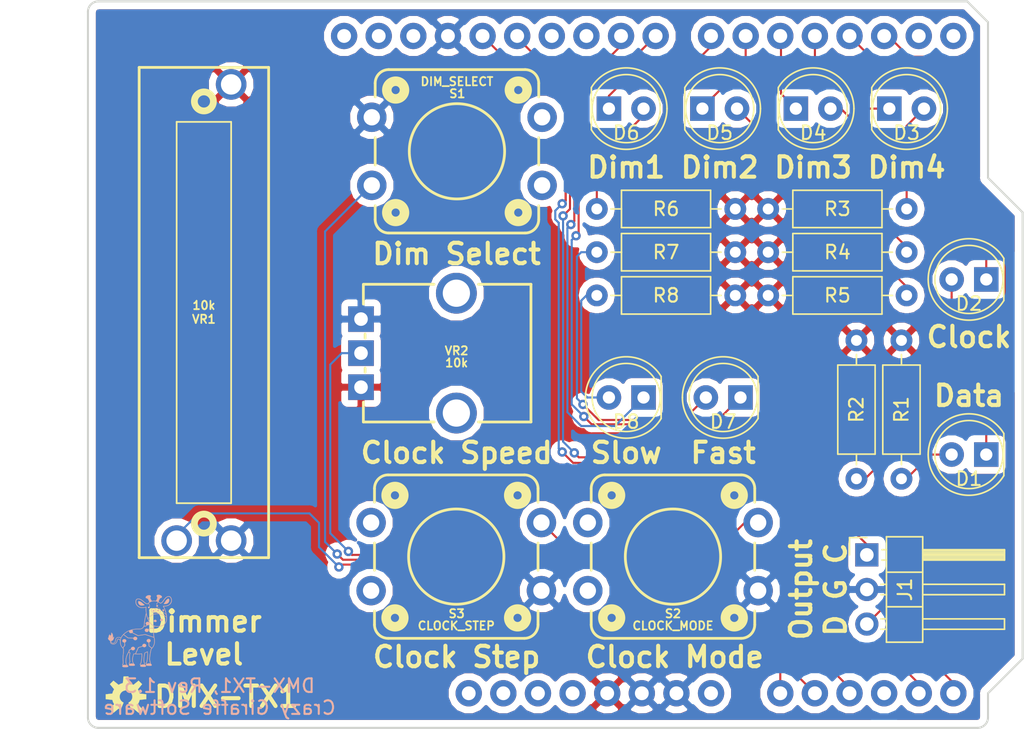
<source format=kicad_pcb>
(kicad_pcb (version 20171130) (host pcbnew "(5.0.0)")

  (general
    (thickness 1.6)
    (drawings 44)
    (tracks 187)
    (zones 0)
    (modules 25)
    (nets 39)
  )

  (page A4)
  (title_block
    (title "DMX Demonstrator - Transmitter (DMX-TX1)")
    (date 2023-12-04)
    (rev 1.3)
    (company "Crazy Giraffe Software")
    (comment 2 "Designed by: SparkyBobo")
    (comment 3 "https://creativecommons.org/licenses/by-sa/4.0/ ")
    (comment 4 "Released under the Creative Commons Attribution Share-Alike 4.0 License")
  )

  (layers
    (0 F.Cu signal)
    (31 B.Cu signal)
    (32 B.Adhes user)
    (33 F.Adhes user)
    (34 B.Paste user)
    (35 F.Paste user)
    (36 B.SilkS user)
    (37 F.SilkS user)
    (38 B.Mask user)
    (39 F.Mask user)
    (40 Dwgs.User user hide)
    (41 Cmts.User user hide)
    (42 Eco1.User user)
    (43 Eco2.User user)
    (44 Edge.Cuts user)
    (45 Margin user)
    (46 B.CrtYd user hide)
    (47 F.CrtYd user hide)
    (48 B.Fab user hide)
    (49 F.Fab user hide)
  )

  (setup
    (last_trace_width 0.1524)
    (trace_clearance 0.1524)
    (zone_clearance 0.508)
    (zone_45_only no)
    (trace_min 0.1524)
    (segment_width 0.2)
    (edge_width 0.15)
    (via_size 0.6858)
    (via_drill 0.3302)
    (via_min_size 0.508)
    (via_min_drill 0.254)
    (uvia_size 0.6858)
    (uvia_drill 0.3302)
    (uvias_allowed no)
    (uvia_min_size 0.2)
    (uvia_min_drill 0.1)
    (pcb_text_width 0.3)
    (pcb_text_size 1.5 1.5)
    (mod_edge_width 0.15)
    (mod_text_size 1 1)
    (mod_text_width 0.15)
    (pad_size 1.524 1.524)
    (pad_drill 0.762)
    (pad_to_mask_clearance 0.2)
    (aux_axis_origin 0 0)
    (visible_elements 7FFFFFFF)
    (pcbplotparams
      (layerselection 0x010fc_ffffffff)
      (usegerberextensions true)
      (usegerberattributes false)
      (usegerberadvancedattributes false)
      (creategerberjobfile false)
      (excludeedgelayer true)
      (linewidth 0.100000)
      (plotframeref false)
      (viasonmask false)
      (mode 1)
      (useauxorigin false)
      (hpglpennumber 1)
      (hpglpenspeed 20)
      (hpglpendiameter 15.000000)
      (psnegative false)
      (psa4output false)
      (plotreference true)
      (plotvalue false)
      (plotinvisibletext false)
      (padsonsilk false)
      (subtractmaskfromsilk true)
      (outputformat 1)
      (mirror false)
      (drillshape 0)
      (scaleselection 1)
      (outputdirectory "grb/"))
  )

  (net 0 "")
  (net 1 +5V)
  (net 2 /A1)
  (net 3 GND)
  (net 4 /A0)
  (net 5 "Net-(D8-Pad2)")
  (net 6 "Net-(D7-Pad2)")
  (net 7 "Net-(D6-Pad2)")
  (net 8 "Net-(D5-Pad2)")
  (net 9 "Net-(D4-Pad2)")
  (net 10 "Net-(D1-Pad2)")
  (net 11 "Net-(D2-Pad2)")
  (net 12 "Net-(D3-Pad2)")
  (net 13 "Net-(A1-Pad32)")
  (net 14 "Net-(A1-Pad31)")
  (net 15 "Net-(A1-Pad1)")
  (net 16 "Net-(A1-Pad2)")
  (net 17 "Net-(A1-Pad3)")
  (net 18 "Net-(A1-Pad4)")
  (net 19 "Net-(A1-Pad8)")
  (net 20 "Net-(A1-Pad25)")
  (net 21 "Net-(A1-Pad26)")
  (net 22 /A2)
  (net 23 /A4)
  (net 24 "Net-(A1-Pad15)")
  (net 25 "Net-(A1-Pad16)")
  (net 26 /A5)
  (net 27 "Net-(A1-Pad12)")
  (net 28 /~DATA)
  (net 29 /~CLOCK)
  (net 30 /~DIM3)
  (net 31 /~DIM2)
  (net 32 /~DIM1)
  (net 33 /~DIM0)
  (net 34 /~CLK_SLO)
  (net 35 /~CLK_FST)
  (net 36 /RX)
  (net 37 /RXCLK)
  (net 38 "Net-(A1-Pad30)")

  (net_class Default "This is the default net class."
    (clearance 0.1524)
    (trace_width 0.1524)
    (via_dia 0.6858)
    (via_drill 0.3302)
    (uvia_dia 0.6858)
    (uvia_drill 0.3302)
    (diff_pair_gap 0.1524)
    (diff_pair_width 0.1524)
    (add_net /A0)
    (add_net /A1)
    (add_net /A2)
    (add_net /A4)
    (add_net /A5)
    (add_net /RX)
    (add_net /RXCLK)
    (add_net /~CLK_FST)
    (add_net /~CLK_SLO)
    (add_net /~CLOCK)
    (add_net /~DATA)
    (add_net /~DIM0)
    (add_net /~DIM1)
    (add_net /~DIM2)
    (add_net /~DIM3)
    (add_net GND)
    (add_net "Net-(A1-Pad1)")
    (add_net "Net-(A1-Pad12)")
    (add_net "Net-(A1-Pad15)")
    (add_net "Net-(A1-Pad16)")
    (add_net "Net-(A1-Pad2)")
    (add_net "Net-(A1-Pad25)")
    (add_net "Net-(A1-Pad26)")
    (add_net "Net-(A1-Pad3)")
    (add_net "Net-(A1-Pad30)")
    (add_net "Net-(A1-Pad31)")
    (add_net "Net-(A1-Pad32)")
    (add_net "Net-(A1-Pad4)")
    (add_net "Net-(A1-Pad8)")
    (add_net "Net-(D1-Pad2)")
    (add_net "Net-(D2-Pad2)")
    (add_net "Net-(D3-Pad2)")
    (add_net "Net-(D4-Pad2)")
    (add_net "Net-(D5-Pad2)")
    (add_net "Net-(D6-Pad2)")
    (add_net "Net-(D7-Pad2)")
    (add_net "Net-(D8-Pad2)")
  )

  (net_class Power ""
    (clearance 0.1524)
    (trace_width 0.3048)
    (via_dia 1.27)
    (via_drill 0.635)
    (uvia_dia 1.27)
    (uvia_drill 0.635)
    (diff_pair_gap 0.3048)
    (diff_pair_width 0.3048)
    (add_net +5V)
  )

  (module footprints:ARDUINO_R3_NO_HOLES (layer F.Cu) (tedit 5FA36CC6) (tstamp 5FA70673)
    (at 150.622 89.916)
    (descr "ARDUINO UNO R3 FOOTPRINT")
    (tags "ARDUINO UNO R3 FOOTPRINT")
    (path /5F3035A0)
    (attr virtual)
    (fp_text reference A1 (at -32.766 -25.908) (layer F.SilkS) hide
      (effects (font (size 0.6096 0.6096) (thickness 0.127)))
    )
    (fp_text value Arduino_UNO_R3 (at -29.718 -24.892) (layer F.SilkS) hide
      (effects (font (size 0.6096 0.6096) (thickness 0.127)))
    )
    (fp_line (start -34.29 26.67) (end -34.29 -26.67) (layer Dwgs.User) (width 0.2032))
    (fp_line (start -34.29 -26.67) (end 30.226 -26.67) (layer Dwgs.User) (width 0.2032))
    (fp_line (start 30.226 -26.67) (end 31.75 -25.146) (layer Dwgs.User) (width 0.2032))
    (fp_line (start 31.75 -25.146) (end 31.75 -13.716) (layer Dwgs.User) (width 0.2032))
    (fp_line (start 31.75 -13.716) (end 34.29 -11.176) (layer Dwgs.User) (width 0.2032))
    (fp_line (start 34.29 -11.176) (end 34.29 21.59) (layer Dwgs.User) (width 0.2032))
    (fp_line (start 34.29 21.59) (end 31.75 24.13) (layer Dwgs.User) (width 0.2032))
    (fp_line (start 31.75 24.13) (end 31.75 26.67) (layer Dwgs.User) (width 0.2032))
    (fp_line (start 31.75 26.67) (end -34.29 26.67) (layer Dwgs.User) (width 0.2032))
    (fp_line (start -40.64 -17.145) (end -24.765 -17.145) (layer Dwgs.User) (width 0.2032))
    (fp_line (start -24.765 -17.145) (end -24.765 -5.715) (layer Dwgs.User) (width 0.2032))
    (fp_line (start -24.765 -5.715) (end -40.64 -5.715) (layer Dwgs.User) (width 0.2032))
    (fp_line (start -40.64 -5.715) (end -40.64 -17.145) (layer Dwgs.User) (width 0.2032))
    (fp_line (start -36.195 23.495) (end -36.195 14.605) (layer Dwgs.User) (width 0.2032))
    (fp_line (start -36.195 14.605) (end -22.86 14.605) (layer Dwgs.User) (width 0.2032))
    (fp_line (start -22.86 14.605) (end -22.86 23.495) (layer Dwgs.User) (width 0.2032))
    (fp_line (start -22.86 23.495) (end -36.195 23.495) (layer Dwgs.User) (width 0.2032))
    (fp_circle (center -20.32 24.13) (end -20.32 23.10638) (layer Dwgs.User) (width 0.127))
    (fp_circle (center 31.75 19.05) (end 31.75 18.02638) (layer Dwgs.User) (width 0.127))
    (fp_circle (center 31.75 -8.89) (end 31.75 -9.91362) (layer Dwgs.User) (width 0.127))
    (fp_circle (center -19.05 -24.13) (end -19.05 -25.15362) (layer Dwgs.User) (width 0.127))
    (fp_text user SCL (at -15.5194 -20.5232 90) (layer Dwgs.User)
      (effects (font (size 0.8128 0.8128) (thickness 0.127)))
    )
    (fp_text user SDA (at -12.9794 -20.5232 90) (layer Dwgs.User)
      (effects (font (size 0.8128 0.8128) (thickness 0.127)))
    )
    (fp_text user AREF (at -10.4394 -20.9296 90) (layer Dwgs.User)
      (effects (font (size 0.8128 0.8128) (thickness 0.127)))
    )
    (fp_text user GND (at -7.8994 -20.5232 90) (layer Dwgs.User)
      (effects (font (size 0.8128 0.8128) (thickness 0.127)))
    )
    (fp_text user D13 (at -5.3594 -20.5232 90) (layer Dwgs.User)
      (effects (font (size 0.8128 0.8128) (thickness 0.127)))
    )
    (fp_text user D12 (at -2.8194 -20.5232 90) (layer Dwgs.User)
      (effects (font (size 0.8128 0.8128) (thickness 0.127)))
    )
    (fp_text user D11 (at -0.2794 -20.5232 90) (layer Dwgs.User)
      (effects (font (size 0.8128 0.8128) (thickness 0.127)))
    )
    (fp_text user D10 (at 2.2606 -20.5232 90) (layer Dwgs.User)
      (effects (font (size 0.8128 0.8128) (thickness 0.127)))
    )
    (fp_text user D9 (at 4.79806 -20.1168 90) (layer Dwgs.User)
      (effects (font (size 0.8128 0.8128) (thickness 0.127)))
    )
    (fp_text user D8 (at 7.3406 -20.1168 90) (layer Dwgs.User)
      (effects (font (size 0.8128 0.8128) (thickness 0.127)))
    )
    (fp_text user D7 (at 11.4046 -20.1168 90) (layer Dwgs.User)
      (effects (font (size 0.8128 0.8128) (thickness 0.127)))
    )
    (fp_text user D6 (at 13.9446 -20.1168 90) (layer Dwgs.User)
      (effects (font (size 0.8128 0.8128) (thickness 0.127)))
    )
    (fp_text user D5 (at 16.4846 -20.1168 90) (layer Dwgs.User)
      (effects (font (size 0.8128 0.8128) (thickness 0.127)))
    )
    (fp_text user D4 (at 19.0246 -20.1168 90) (layer Dwgs.User)
      (effects (font (size 0.8128 0.8128) (thickness 0.127)))
    )
    (fp_text user D3 (at 21.5646 -20.1168 90) (layer Dwgs.User)
      (effects (font (size 0.8128 0.8128) (thickness 0.127)))
    )
    (fp_text user D2 (at 24.1046 -20.1168 90) (layer Dwgs.User)
      (effects (font (size 0.8128 0.8128) (thickness 0.127)))
    )
    (fp_text user D0/RXI (at 29.05506 -19.2024 90) (layer Dwgs.User)
      (effects (font (size 0.8128 0.8128) (thickness 0.127)))
    )
    (fp_text user D1/TXO (at 26.5176 -19.2024 90) (layer Dwgs.User)
      (effects (font (size 0.8128 0.8128) (thickness 0.127)))
    )
    (fp_text user !RESET! (at -1.6764 20.0152 90) (layer Dwgs.User)
      (effects (font (size 0.8128 0.8128) (thickness 0.127)))
    )
    (fp_text user 3.3V (at 0.8636 21.2344 90) (layer Dwgs.User)
      (effects (font (size 0.8128 0.8128) (thickness 0.127)))
    )
    (fp_text user 5V (at 3.4036 22.0472 90) (layer Dwgs.User)
      (effects (font (size 0.8128 0.8128) (thickness 0.127)))
    )
    (fp_text user GND (at 5.9436 21.6408 90) (layer Dwgs.User)
      (effects (font (size 0.8128 0.8128) (thickness 0.127)))
    )
    (fp_text user GND (at 8.4836 21.6408 90) (layer Dwgs.User)
      (effects (font (size 0.8128 0.8128) (thickness 0.127)))
    )
    (fp_text user VIN (at 11.0236 21.6408 90) (layer Dwgs.User)
      (effects (font (size 0.8128 0.8128) (thickness 0.127)))
    )
    (fp_text user A0 (at 16.1036 22.0472 90) (layer Dwgs.User)
      (effects (font (size 0.8128 0.8128) (thickness 0.127)))
    )
    (fp_text user A1 (at 18.6436 22.0472 90) (layer Dwgs.User)
      (effects (font (size 0.8128 0.8128) (thickness 0.127)))
    )
    (fp_text user A2 (at 21.1836 22.0472 90) (layer Dwgs.User)
      (effects (font (size 0.8128 0.8128) (thickness 0.127)))
    )
    (fp_text user A3 (at 23.7236 22.0472 90) (layer Dwgs.User)
      (effects (font (size 0.8128 0.8128) (thickness 0.127)))
    )
    (fp_text user A4 (at 26.2636 22.0472 90) (layer Dwgs.User)
      (effects (font (size 0.8128 0.8128) (thickness 0.127)))
    )
    (fp_text user A5 (at 28.80106 22.0472 90) (layer Dwgs.User)
      (effects (font (size 0.8128 0.8128) (thickness 0.127)))
    )
    (fp_text user IOREF (at -4.2164 20.828 90) (layer Dwgs.User)
      (effects (font (size 0.8128 0.8128) (thickness 0.127)))
    )
    (pad 4 thru_hole circle (at 1.27 24.13) (size 1.9304 1.9304) (drill 1.016) (layers *.Cu *.Mask)
      (net 18 "Net-(A1-Pad4)") (solder_mask_margin 0.1016))
    (pad 5 thru_hole circle (at 3.81 24.13) (size 1.9304 1.9304) (drill 1.016) (layers *.Cu *.Mask)
      (net 1 +5V) (solder_mask_margin 0.1016))
    (pad 9 thru_hole circle (at 16.51 24.13) (size 1.9304 1.9304) (drill 1.016) (layers *.Cu *.Mask)
      (net 4 /A0) (solder_mask_margin 0.1016))
    (pad 10 thru_hole circle (at 19.05 24.13) (size 1.9304 1.9304) (drill 1.016) (layers *.Cu *.Mask)
      (net 2 /A1) (solder_mask_margin 0.1016))
    (pad 11 thru_hole circle (at 21.59 24.13) (size 1.9304 1.9304) (drill 1.016) (layers *.Cu *.Mask)
      (net 22 /A2) (solder_mask_margin 0.1016))
    (pad 12 thru_hole circle (at 24.13 24.13) (size 1.9304 1.9304) (drill 1.016) (layers *.Cu *.Mask)
      (net 27 "Net-(A1-Pad12)") (solder_mask_margin 0.1016))
    (pad 13 thru_hole circle (at 26.67 24.13) (size 1.9304 1.9304) (drill 1.016) (layers *.Cu *.Mask)
      (net 23 /A4) (solder_mask_margin 0.1016))
    (pad 14 thru_hole circle (at 29.21 24.13) (size 1.9304 1.9304) (drill 1.016) (layers *.Cu *.Mask)
      (net 26 /A5) (solder_mask_margin 0.1016))
    (pad 30 thru_hole circle (at -10.414 -24.13) (size 1.9304 1.9304) (drill 1.016) (layers *.Cu *.Mask)
      (net 38 "Net-(A1-Pad30)") (solder_mask_margin 0.1016))
    (pad 15 thru_hole circle (at 29.21 -24.13) (size 1.9304 1.9304) (drill 1.016) (layers *.Cu *.Mask)
      (net 24 "Net-(A1-Pad15)") (solder_mask_margin 0.1016))
    (pad 16 thru_hole circle (at 26.67 -24.13) (size 1.9304 1.9304) (drill 1.016) (layers *.Cu *.Mask)
      (net 25 "Net-(A1-Pad16)") (solder_mask_margin 0.1016))
    (pad 17 thru_hole circle (at 24.13 -24.13) (size 1.9304 1.9304) (drill 1.016) (layers *.Cu *.Mask)
      (net 28 /~DATA) (solder_mask_margin 0.1016))
    (pad 18 thru_hole circle (at 21.59 -24.13) (size 1.9304 1.9304) (drill 1.016) (layers *.Cu *.Mask)
      (net 29 /~CLOCK) (solder_mask_margin 0.1016))
    (pad 19 thru_hole circle (at 19.05 -24.13) (size 1.9304 1.9304) (drill 1.016) (layers *.Cu *.Mask)
      (net 30 /~DIM3) (solder_mask_margin 0.1016))
    (pad 20 thru_hole circle (at 16.51 -24.13) (size 1.9304 1.9304) (drill 1.016) (layers *.Cu *.Mask)
      (net 31 /~DIM2) (solder_mask_margin 0.1016))
    (pad 21 thru_hole circle (at 13.97 -24.13) (size 1.9304 1.9304) (drill 1.016) (layers *.Cu *.Mask)
      (net 32 /~DIM1) (solder_mask_margin 0.1016))
    (pad 22 thru_hole circle (at 11.43 -24.13) (size 1.9304 1.9304) (drill 1.016) (layers *.Cu *.Mask)
      (net 33 /~DIM0) (solder_mask_margin 0.1016))
    (pad 23 thru_hole circle (at 7.366 -24.13) (size 1.9304 1.9304) (drill 1.016) (layers *.Cu *.Mask)
      (net 35 /~CLK_FST) (solder_mask_margin 0.1016))
    (pad 24 thru_hole circle (at 4.826 -24.13) (size 1.9304 1.9304) (drill 1.016) (layers *.Cu *.Mask)
      (net 34 /~CLK_SLO) (solder_mask_margin 0.1016))
    (pad 25 thru_hole circle (at 2.286 -24.13) (size 1.9304 1.9304) (drill 1.016) (layers *.Cu *.Mask)
      (net 20 "Net-(A1-Pad25)") (solder_mask_margin 0.1016))
    (pad 26 thru_hole circle (at -0.254 -24.13) (size 1.9304 1.9304) (drill 1.016) (layers *.Cu *.Mask)
      (net 21 "Net-(A1-Pad26)") (solder_mask_margin 0.1016))
    (pad 27 thru_hole circle (at -2.794 -24.13) (size 1.9304 1.9304) (drill 1.016) (layers *.Cu *.Mask)
      (net 36 /RX) (solder_mask_margin 0.1016))
    (pad 28 thru_hole circle (at -5.334 -24.13) (size 1.9304 1.9304) (drill 1.016) (layers *.Cu *.Mask)
      (net 37 /RXCLK) (solder_mask_margin 0.1016))
    (pad 6 thru_hole circle (at 6.35 24.13) (size 1.9304 1.9304) (drill 1.016) (layers *.Cu *.Mask)
      (net 3 GND) (solder_mask_margin 0.1016))
    (pad 7 thru_hole circle (at 8.89 24.13) (size 1.9304 1.9304) (drill 1.016) (layers *.Cu *.Mask)
      (net 3 GND) (solder_mask_margin 0.1016))
    (pad 29 thru_hole circle (at -7.874 -24.13) (size 1.9304 1.9304) (drill 1.016) (layers *.Cu *.Mask)
      (net 3 GND) (solder_mask_margin 0.1016))
    (pad 2 thru_hole circle (at -3.81 24.13) (size 1.9304 1.9304) (drill 1.016) (layers *.Cu *.Mask)
      (net 16 "Net-(A1-Pad2)") (solder_mask_margin 0.1016))
    (pad 1 thru_hole circle (at -6.35 24.13) (size 1.9304 1.9304) (drill 1.016) (layers *.Cu *.Mask)
      (net 15 "Net-(A1-Pad1)") (solder_mask_margin 0.1016))
    (pad 3 thru_hole circle (at -1.27 24.13) (size 1.9304 1.9304) (drill 1.016) (layers *.Cu *.Mask)
      (net 17 "Net-(A1-Pad3)") (solder_mask_margin 0.1016))
    (pad 32 thru_hole circle (at -15.494 -24.13) (size 1.9304 1.9304) (drill 1.016) (layers *.Cu *.Mask)
      (net 13 "Net-(A1-Pad32)") (solder_mask_margin 0.1016))
    (pad 31 thru_hole circle (at -12.954 -24.13) (size 1.9304 1.9304) (drill 1.016) (layers *.Cu *.Mask)
      (net 14 "Net-(A1-Pad31)") (solder_mask_margin 0.1016))
    (pad 8 thru_hole circle (at 11.43 24.13) (size 1.9304 1.9304) (drill 1.016) (layers *.Cu *.Mask)
      (net 19 "Net-(A1-Pad8)") (solder_mask_margin 0.1016))
  )

  (module Resistor_THT:R_Axial_DIN0207_L6.3mm_D2.5mm_P10.16mm_Horizontal (layer F.Cu) (tedit 5AE5139B) (tstamp 5F6A106B)
    (at 172.72 88.138 270)
    (descr "Resistor, Axial_DIN0207 series, Axial, Horizontal, pin pitch=10.16mm, 0.25W = 1/4W, length*diameter=6.3*2.5mm^2, http://cdn-reichelt.de/documents/datenblatt/B400/1_4W%23YAG.pdf")
    (tags "Resistor Axial_DIN0207 series Axial Horizontal pin pitch 10.16mm 0.25W = 1/4W length 6.3mm diameter 2.5mm")
    (path /5F3048F0)
    (fp_text reference R2 (at 5.08 0 270) (layer F.SilkS)
      (effects (font (size 1 1) (thickness 0.15)))
    )
    (fp_text value 330 (at 5.08 -0.508 270) (layer F.Fab)
      (effects (font (size 1 1) (thickness 0.15)))
    )
    (fp_text user %R (at 5.08 0 270) (layer F.Fab)
      (effects (font (size 1 1) (thickness 0.15)))
    )
    (fp_line (start 11.21 -1.5) (end -1.05 -1.5) (layer F.CrtYd) (width 0.05))
    (fp_line (start 11.21 1.5) (end 11.21 -1.5) (layer F.CrtYd) (width 0.05))
    (fp_line (start -1.05 1.5) (end 11.21 1.5) (layer F.CrtYd) (width 0.05))
    (fp_line (start -1.05 -1.5) (end -1.05 1.5) (layer F.CrtYd) (width 0.05))
    (fp_line (start 9.12 0) (end 8.35 0) (layer F.SilkS) (width 0.12))
    (fp_line (start 1.04 0) (end 1.81 0) (layer F.SilkS) (width 0.12))
    (fp_line (start 8.35 -1.37) (end 1.81 -1.37) (layer F.SilkS) (width 0.12))
    (fp_line (start 8.35 1.37) (end 8.35 -1.37) (layer F.SilkS) (width 0.12))
    (fp_line (start 1.81 1.37) (end 8.35 1.37) (layer F.SilkS) (width 0.12))
    (fp_line (start 1.81 -1.37) (end 1.81 1.37) (layer F.SilkS) (width 0.12))
    (fp_line (start 10.16 0) (end 8.23 0) (layer F.Fab) (width 0.1))
    (fp_line (start 0 0) (end 1.93 0) (layer F.Fab) (width 0.1))
    (fp_line (start 8.23 -1.25) (end 1.93 -1.25) (layer F.Fab) (width 0.1))
    (fp_line (start 8.23 1.25) (end 8.23 -1.25) (layer F.Fab) (width 0.1))
    (fp_line (start 1.93 1.25) (end 8.23 1.25) (layer F.Fab) (width 0.1))
    (fp_line (start 1.93 -1.25) (end 1.93 1.25) (layer F.Fab) (width 0.1))
    (pad 2 thru_hole oval (at 10.16 0 270) (size 1.6 1.6) (drill 0.8) (layers *.Cu *.Mask)
      (net 11 "Net-(D2-Pad2)"))
    (pad 1 thru_hole circle (at 0 0 270) (size 1.6 1.6) (drill 0.8) (layers *.Cu *.Mask)
      (net 1 +5V))
    (model ${KISYS3DMOD}/Resistor_THT.3dshapes/R_Axial_DIN0207_L6.3mm_D2.5mm_P10.16mm_Horizontal.wrl
      (at (xyz 0 0 0))
      (scale (xyz 1 1 1))
      (rotate (xyz 0 0 0))
    )
  )

  (module Resistor_THT:R_Axial_DIN0207_L6.3mm_D2.5mm_P10.16mm_Horizontal (layer F.Cu) (tedit 5AE5139B) (tstamp 5F6A10EF)
    (at 166.243 78.486)
    (descr "Resistor, Axial_DIN0207 series, Axial, Horizontal, pin pitch=10.16mm, 0.25W = 1/4W, length*diameter=6.3*2.5mm^2, http://cdn-reichelt.de/documents/datenblatt/B400/1_4W%23YAG.pdf")
    (tags "Resistor Axial_DIN0207 series Axial Horizontal pin pitch 10.16mm 0.25W = 1/4W length 6.3mm diameter 2.5mm")
    (path /5F34E86B)
    (fp_text reference R3 (at 5.08 0) (layer F.SilkS)
      (effects (font (size 1 1) (thickness 0.15)))
    )
    (fp_text value 330 (at 5.08 0.635) (layer F.Fab)
      (effects (font (size 1 1) (thickness 0.15)))
    )
    (fp_text user %R (at 5.08 0) (layer F.Fab)
      (effects (font (size 1 1) (thickness 0.15)))
    )
    (fp_line (start 11.21 -1.5) (end -1.05 -1.5) (layer F.CrtYd) (width 0.05))
    (fp_line (start 11.21 1.5) (end 11.21 -1.5) (layer F.CrtYd) (width 0.05))
    (fp_line (start -1.05 1.5) (end 11.21 1.5) (layer F.CrtYd) (width 0.05))
    (fp_line (start -1.05 -1.5) (end -1.05 1.5) (layer F.CrtYd) (width 0.05))
    (fp_line (start 9.12 0) (end 8.35 0) (layer F.SilkS) (width 0.12))
    (fp_line (start 1.04 0) (end 1.81 0) (layer F.SilkS) (width 0.12))
    (fp_line (start 8.35 -1.37) (end 1.81 -1.37) (layer F.SilkS) (width 0.12))
    (fp_line (start 8.35 1.37) (end 8.35 -1.37) (layer F.SilkS) (width 0.12))
    (fp_line (start 1.81 1.37) (end 8.35 1.37) (layer F.SilkS) (width 0.12))
    (fp_line (start 1.81 -1.37) (end 1.81 1.37) (layer F.SilkS) (width 0.12))
    (fp_line (start 10.16 0) (end 8.23 0) (layer F.Fab) (width 0.1))
    (fp_line (start 0 0) (end 1.93 0) (layer F.Fab) (width 0.1))
    (fp_line (start 8.23 -1.25) (end 1.93 -1.25) (layer F.Fab) (width 0.1))
    (fp_line (start 8.23 1.25) (end 8.23 -1.25) (layer F.Fab) (width 0.1))
    (fp_line (start 1.93 1.25) (end 8.23 1.25) (layer F.Fab) (width 0.1))
    (fp_line (start 1.93 -1.25) (end 1.93 1.25) (layer F.Fab) (width 0.1))
    (pad 2 thru_hole oval (at 10.16 0) (size 1.6 1.6) (drill 0.8) (layers *.Cu *.Mask)
      (net 12 "Net-(D3-Pad2)"))
    (pad 1 thru_hole circle (at 0 0) (size 1.6 1.6) (drill 0.8) (layers *.Cu *.Mask)
      (net 1 +5V))
    (model ${KISYS3DMOD}/Resistor_THT.3dshapes/R_Axial_DIN0207_L6.3mm_D2.5mm_P10.16mm_Horizontal.wrl
      (at (xyz 0 0 0))
      (scale (xyz 1 1 1))
      (rotate (xyz 0 0 0))
    )
  )

  (module Resistor_THT:R_Axial_DIN0207_L6.3mm_D2.5mm_P10.16mm_Horizontal (layer F.Cu) (tedit 5AE5139B) (tstamp 5F6A10D9)
    (at 176.022 88.138 270)
    (descr "Resistor, Axial_DIN0207 series, Axial, Horizontal, pin pitch=10.16mm, 0.25W = 1/4W, length*diameter=6.3*2.5mm^2, http://cdn-reichelt.de/documents/datenblatt/B400/1_4W%23YAG.pdf")
    (tags "Resistor Axial_DIN0207 series Axial Horizontal pin pitch 10.16mm 0.25W = 1/4W length 6.3mm diameter 2.5mm")
    (path /5F3040DD)
    (fp_text reference R1 (at 5.08 0 270) (layer F.SilkS)
      (effects (font (size 1 1) (thickness 0.15)))
    )
    (fp_text value 330 (at 5.08 -0.508 270) (layer F.Fab)
      (effects (font (size 1 1) (thickness 0.15)))
    )
    (fp_line (start 1.93 -1.25) (end 1.93 1.25) (layer F.Fab) (width 0.1))
    (fp_line (start 1.93 1.25) (end 8.23 1.25) (layer F.Fab) (width 0.1))
    (fp_line (start 8.23 1.25) (end 8.23 -1.25) (layer F.Fab) (width 0.1))
    (fp_line (start 8.23 -1.25) (end 1.93 -1.25) (layer F.Fab) (width 0.1))
    (fp_line (start 0 0) (end 1.93 0) (layer F.Fab) (width 0.1))
    (fp_line (start 10.16 0) (end 8.23 0) (layer F.Fab) (width 0.1))
    (fp_line (start 1.81 -1.37) (end 1.81 1.37) (layer F.SilkS) (width 0.12))
    (fp_line (start 1.81 1.37) (end 8.35 1.37) (layer F.SilkS) (width 0.12))
    (fp_line (start 8.35 1.37) (end 8.35 -1.37) (layer F.SilkS) (width 0.12))
    (fp_line (start 8.35 -1.37) (end 1.81 -1.37) (layer F.SilkS) (width 0.12))
    (fp_line (start 1.04 0) (end 1.81 0) (layer F.SilkS) (width 0.12))
    (fp_line (start 9.12 0) (end 8.35 0) (layer F.SilkS) (width 0.12))
    (fp_line (start -1.05 -1.5) (end -1.05 1.5) (layer F.CrtYd) (width 0.05))
    (fp_line (start -1.05 1.5) (end 11.21 1.5) (layer F.CrtYd) (width 0.05))
    (fp_line (start 11.21 1.5) (end 11.21 -1.5) (layer F.CrtYd) (width 0.05))
    (fp_line (start 11.21 -1.5) (end -1.05 -1.5) (layer F.CrtYd) (width 0.05))
    (fp_text user %R (at 5.08 0 270) (layer F.Fab)
      (effects (font (size 1 1) (thickness 0.15)))
    )
    (pad 1 thru_hole circle (at 0 0 270) (size 1.6 1.6) (drill 0.8) (layers *.Cu *.Mask)
      (net 1 +5V))
    (pad 2 thru_hole oval (at 10.16 0 270) (size 1.6 1.6) (drill 0.8) (layers *.Cu *.Mask)
      (net 10 "Net-(D1-Pad2)"))
    (model ${KISYS3DMOD}/Resistor_THT.3dshapes/R_Axial_DIN0207_L6.3mm_D2.5mm_P10.16mm_Horizontal.wrl
      (at (xyz 0 0 0))
      (scale (xyz 1 1 1))
      (rotate (xyz 0 0 0))
    )
  )

  (module Resistor_THT:R_Axial_DIN0207_L6.3mm_D2.5mm_P10.16mm_Horizontal (layer F.Cu) (tedit 5AE5139B) (tstamp 5F6A10C3)
    (at 166.243 81.661)
    (descr "Resistor, Axial_DIN0207 series, Axial, Horizontal, pin pitch=10.16mm, 0.25W = 1/4W, length*diameter=6.3*2.5mm^2, http://cdn-reichelt.de/documents/datenblatt/B400/1_4W%23YAG.pdf")
    (tags "Resistor Axial_DIN0207 series Axial Horizontal pin pitch 10.16mm 0.25W = 1/4W length 6.3mm diameter 2.5mm")
    (path /5F34E85E)
    (fp_text reference R4 (at 5.08 0) (layer F.SilkS)
      (effects (font (size 1 1) (thickness 0.15)))
    )
    (fp_text value 330 (at 5.08 0.635) (layer F.Fab)
      (effects (font (size 1 1) (thickness 0.15)))
    )
    (fp_text user %R (at 5.08 0) (layer F.Fab)
      (effects (font (size 1 1) (thickness 0.15)))
    )
    (fp_line (start 11.21 -1.5) (end -1.05 -1.5) (layer F.CrtYd) (width 0.05))
    (fp_line (start 11.21 1.5) (end 11.21 -1.5) (layer F.CrtYd) (width 0.05))
    (fp_line (start -1.05 1.5) (end 11.21 1.5) (layer F.CrtYd) (width 0.05))
    (fp_line (start -1.05 -1.5) (end -1.05 1.5) (layer F.CrtYd) (width 0.05))
    (fp_line (start 9.12 0) (end 8.35 0) (layer F.SilkS) (width 0.12))
    (fp_line (start 1.04 0) (end 1.81 0) (layer F.SilkS) (width 0.12))
    (fp_line (start 8.35 -1.37) (end 1.81 -1.37) (layer F.SilkS) (width 0.12))
    (fp_line (start 8.35 1.37) (end 8.35 -1.37) (layer F.SilkS) (width 0.12))
    (fp_line (start 1.81 1.37) (end 8.35 1.37) (layer F.SilkS) (width 0.12))
    (fp_line (start 1.81 -1.37) (end 1.81 1.37) (layer F.SilkS) (width 0.12))
    (fp_line (start 10.16 0) (end 8.23 0) (layer F.Fab) (width 0.1))
    (fp_line (start 0 0) (end 1.93 0) (layer F.Fab) (width 0.1))
    (fp_line (start 8.23 -1.25) (end 1.93 -1.25) (layer F.Fab) (width 0.1))
    (fp_line (start 8.23 1.25) (end 8.23 -1.25) (layer F.Fab) (width 0.1))
    (fp_line (start 1.93 1.25) (end 8.23 1.25) (layer F.Fab) (width 0.1))
    (fp_line (start 1.93 -1.25) (end 1.93 1.25) (layer F.Fab) (width 0.1))
    (pad 2 thru_hole oval (at 10.16 0) (size 1.6 1.6) (drill 0.8) (layers *.Cu *.Mask)
      (net 9 "Net-(D4-Pad2)"))
    (pad 1 thru_hole circle (at 0 0) (size 1.6 1.6) (drill 0.8) (layers *.Cu *.Mask)
      (net 1 +5V))
    (model ${KISYS3DMOD}/Resistor_THT.3dshapes/R_Axial_DIN0207_L6.3mm_D2.5mm_P10.16mm_Horizontal.wrl
      (at (xyz 0 0 0))
      (scale (xyz 1 1 1))
      (rotate (xyz 0 0 0))
    )
  )

  (module Resistor_THT:R_Axial_DIN0207_L6.3mm_D2.5mm_P10.16mm_Horizontal (layer F.Cu) (tedit 5AE5139B) (tstamp 5F6A10AD)
    (at 166.243 84.836)
    (descr "Resistor, Axial_DIN0207 series, Axial, Horizontal, pin pitch=10.16mm, 0.25W = 1/4W, length*diameter=6.3*2.5mm^2, http://cdn-reichelt.de/documents/datenblatt/B400/1_4W%23YAG.pdf")
    (tags "Resistor Axial_DIN0207 series Axial Horizontal pin pitch 10.16mm 0.25W = 1/4W length 6.3mm diameter 2.5mm")
    (path /5F34D377)
    (fp_text reference R5 (at 5.08 0) (layer F.SilkS)
      (effects (font (size 1 1) (thickness 0.15)))
    )
    (fp_text value 330 (at 5.08 0.635) (layer F.Fab)
      (effects (font (size 1 1) (thickness 0.15)))
    )
    (fp_line (start 1.93 -1.25) (end 1.93 1.25) (layer F.Fab) (width 0.1))
    (fp_line (start 1.93 1.25) (end 8.23 1.25) (layer F.Fab) (width 0.1))
    (fp_line (start 8.23 1.25) (end 8.23 -1.25) (layer F.Fab) (width 0.1))
    (fp_line (start 8.23 -1.25) (end 1.93 -1.25) (layer F.Fab) (width 0.1))
    (fp_line (start 0 0) (end 1.93 0) (layer F.Fab) (width 0.1))
    (fp_line (start 10.16 0) (end 8.23 0) (layer F.Fab) (width 0.1))
    (fp_line (start 1.81 -1.37) (end 1.81 1.37) (layer F.SilkS) (width 0.12))
    (fp_line (start 1.81 1.37) (end 8.35 1.37) (layer F.SilkS) (width 0.12))
    (fp_line (start 8.35 1.37) (end 8.35 -1.37) (layer F.SilkS) (width 0.12))
    (fp_line (start 8.35 -1.37) (end 1.81 -1.37) (layer F.SilkS) (width 0.12))
    (fp_line (start 1.04 0) (end 1.81 0) (layer F.SilkS) (width 0.12))
    (fp_line (start 9.12 0) (end 8.35 0) (layer F.SilkS) (width 0.12))
    (fp_line (start -1.05 -1.5) (end -1.05 1.5) (layer F.CrtYd) (width 0.05))
    (fp_line (start -1.05 1.5) (end 11.21 1.5) (layer F.CrtYd) (width 0.05))
    (fp_line (start 11.21 1.5) (end 11.21 -1.5) (layer F.CrtYd) (width 0.05))
    (fp_line (start 11.21 -1.5) (end -1.05 -1.5) (layer F.CrtYd) (width 0.05))
    (fp_text user %R (at 5.08 0) (layer F.Fab)
      (effects (font (size 1 1) (thickness 0.15)))
    )
    (pad 1 thru_hole circle (at 0 0) (size 1.6 1.6) (drill 0.8) (layers *.Cu *.Mask)
      (net 1 +5V))
    (pad 2 thru_hole oval (at 10.16 0) (size 1.6 1.6) (drill 0.8) (layers *.Cu *.Mask)
      (net 8 "Net-(D5-Pad2)"))
    (model ${KISYS3DMOD}/Resistor_THT.3dshapes/R_Axial_DIN0207_L6.3mm_D2.5mm_P10.16mm_Horizontal.wrl
      (at (xyz 0 0 0))
      (scale (xyz 1 1 1))
      (rotate (xyz 0 0 0))
    )
  )

  (module Resistor_THT:R_Axial_DIN0207_L6.3mm_D2.5mm_P10.16mm_Horizontal (layer F.Cu) (tedit 5AE5139B) (tstamp 5F6A1097)
    (at 163.83 78.486 180)
    (descr "Resistor, Axial_DIN0207 series, Axial, Horizontal, pin pitch=10.16mm, 0.25W = 1/4W, length*diameter=6.3*2.5mm^2, http://cdn-reichelt.de/documents/datenblatt/B400/1_4W%23YAG.pdf")
    (tags "Resistor Axial_DIN0207 series Axial Horizontal pin pitch 10.16mm 0.25W = 1/4W length 6.3mm diameter 2.5mm")
    (path /5F34D36A)
    (fp_text reference R6 (at 5.08 0 180) (layer F.SilkS)
      (effects (font (size 1 1) (thickness 0.15)))
    )
    (fp_text value 330 (at 5.08 -0.635 180) (layer F.Fab)
      (effects (font (size 1 1) (thickness 0.15)))
    )
    (fp_text user %R (at 5.08 0 180) (layer F.Fab)
      (effects (font (size 1 1) (thickness 0.15)))
    )
    (fp_line (start 11.21 -1.5) (end -1.05 -1.5) (layer F.CrtYd) (width 0.05))
    (fp_line (start 11.21 1.5) (end 11.21 -1.5) (layer F.CrtYd) (width 0.05))
    (fp_line (start -1.05 1.5) (end 11.21 1.5) (layer F.CrtYd) (width 0.05))
    (fp_line (start -1.05 -1.5) (end -1.05 1.5) (layer F.CrtYd) (width 0.05))
    (fp_line (start 9.12 0) (end 8.35 0) (layer F.SilkS) (width 0.12))
    (fp_line (start 1.04 0) (end 1.81 0) (layer F.SilkS) (width 0.12))
    (fp_line (start 8.35 -1.37) (end 1.81 -1.37) (layer F.SilkS) (width 0.12))
    (fp_line (start 8.35 1.37) (end 8.35 -1.37) (layer F.SilkS) (width 0.12))
    (fp_line (start 1.81 1.37) (end 8.35 1.37) (layer F.SilkS) (width 0.12))
    (fp_line (start 1.81 -1.37) (end 1.81 1.37) (layer F.SilkS) (width 0.12))
    (fp_line (start 10.16 0) (end 8.23 0) (layer F.Fab) (width 0.1))
    (fp_line (start 0 0) (end 1.93 0) (layer F.Fab) (width 0.1))
    (fp_line (start 8.23 -1.25) (end 1.93 -1.25) (layer F.Fab) (width 0.1))
    (fp_line (start 8.23 1.25) (end 8.23 -1.25) (layer F.Fab) (width 0.1))
    (fp_line (start 1.93 1.25) (end 8.23 1.25) (layer F.Fab) (width 0.1))
    (fp_line (start 1.93 -1.25) (end 1.93 1.25) (layer F.Fab) (width 0.1))
    (pad 2 thru_hole oval (at 10.16 0 180) (size 1.6 1.6) (drill 0.8) (layers *.Cu *.Mask)
      (net 7 "Net-(D6-Pad2)"))
    (pad 1 thru_hole circle (at 0 0 180) (size 1.6 1.6) (drill 0.8) (layers *.Cu *.Mask)
      (net 1 +5V))
    (model ${KISYS3DMOD}/Resistor_THT.3dshapes/R_Axial_DIN0207_L6.3mm_D2.5mm_P10.16mm_Horizontal.wrl
      (at (xyz 0 0 0))
      (scale (xyz 1 1 1))
      (rotate (xyz 0 0 0))
    )
  )

  (module Resistor_THT:R_Axial_DIN0207_L6.3mm_D2.5mm_P10.16mm_Horizontal (layer F.Cu) (tedit 5AE5139B) (tstamp 5F6A1081)
    (at 163.83 81.661 180)
    (descr "Resistor, Axial_DIN0207 series, Axial, Horizontal, pin pitch=10.16mm, 0.25W = 1/4W, length*diameter=6.3*2.5mm^2, http://cdn-reichelt.de/documents/datenblatt/B400/1_4W%23YAG.pdf")
    (tags "Resistor Axial_DIN0207 series Axial Horizontal pin pitch 10.16mm 0.25W = 1/4W length 6.3mm diameter 2.5mm")
    (path /5F34C0A5)
    (fp_text reference R7 (at 5.08 0 180) (layer F.SilkS)
      (effects (font (size 1 1) (thickness 0.15)))
    )
    (fp_text value 330 (at 5.08 -0.635 180) (layer F.Fab)
      (effects (font (size 1 1) (thickness 0.15)))
    )
    (fp_line (start 1.93 -1.25) (end 1.93 1.25) (layer F.Fab) (width 0.1))
    (fp_line (start 1.93 1.25) (end 8.23 1.25) (layer F.Fab) (width 0.1))
    (fp_line (start 8.23 1.25) (end 8.23 -1.25) (layer F.Fab) (width 0.1))
    (fp_line (start 8.23 -1.25) (end 1.93 -1.25) (layer F.Fab) (width 0.1))
    (fp_line (start 0 0) (end 1.93 0) (layer F.Fab) (width 0.1))
    (fp_line (start 10.16 0) (end 8.23 0) (layer F.Fab) (width 0.1))
    (fp_line (start 1.81 -1.37) (end 1.81 1.37) (layer F.SilkS) (width 0.12))
    (fp_line (start 1.81 1.37) (end 8.35 1.37) (layer F.SilkS) (width 0.12))
    (fp_line (start 8.35 1.37) (end 8.35 -1.37) (layer F.SilkS) (width 0.12))
    (fp_line (start 8.35 -1.37) (end 1.81 -1.37) (layer F.SilkS) (width 0.12))
    (fp_line (start 1.04 0) (end 1.81 0) (layer F.SilkS) (width 0.12))
    (fp_line (start 9.12 0) (end 8.35 0) (layer F.SilkS) (width 0.12))
    (fp_line (start -1.05 -1.5) (end -1.05 1.5) (layer F.CrtYd) (width 0.05))
    (fp_line (start -1.05 1.5) (end 11.21 1.5) (layer F.CrtYd) (width 0.05))
    (fp_line (start 11.21 1.5) (end 11.21 -1.5) (layer F.CrtYd) (width 0.05))
    (fp_line (start 11.21 -1.5) (end -1.05 -1.5) (layer F.CrtYd) (width 0.05))
    (fp_text user %R (at 5.08 0 180) (layer F.Fab)
      (effects (font (size 1 1) (thickness 0.15)))
    )
    (pad 1 thru_hole circle (at 0 0 180) (size 1.6 1.6) (drill 0.8) (layers *.Cu *.Mask)
      (net 1 +5V))
    (pad 2 thru_hole oval (at 10.16 0 180) (size 1.6 1.6) (drill 0.8) (layers *.Cu *.Mask)
      (net 6 "Net-(D7-Pad2)"))
    (model ${KISYS3DMOD}/Resistor_THT.3dshapes/R_Axial_DIN0207_L6.3mm_D2.5mm_P10.16mm_Horizontal.wrl
      (at (xyz 0 0 0))
      (scale (xyz 1 1 1))
      (rotate (xyz 0 0 0))
    )
  )

  (module Resistor_THT:R_Axial_DIN0207_L6.3mm_D2.5mm_P10.16mm_Horizontal (layer F.Cu) (tedit 5AE5139B) (tstamp 5F6A1055)
    (at 163.83 84.836 180)
    (descr "Resistor, Axial_DIN0207 series, Axial, Horizontal, pin pitch=10.16mm, 0.25W = 1/4W, length*diameter=6.3*2.5mm^2, http://cdn-reichelt.de/documents/datenblatt/B400/1_4W%23YAG.pdf")
    (tags "Resistor Axial_DIN0207 series Axial Horizontal pin pitch 10.16mm 0.25W = 1/4W length 6.3mm diameter 2.5mm")
    (path /5F34C098)
    (fp_text reference R8 (at 5.08 0 180) (layer F.SilkS)
      (effects (font (size 1 1) (thickness 0.15)))
    )
    (fp_text value 330 (at 5.08 -0.635 180) (layer F.Fab)
      (effects (font (size 1 1) (thickness 0.15)))
    )
    (fp_line (start 1.93 -1.25) (end 1.93 1.25) (layer F.Fab) (width 0.1))
    (fp_line (start 1.93 1.25) (end 8.23 1.25) (layer F.Fab) (width 0.1))
    (fp_line (start 8.23 1.25) (end 8.23 -1.25) (layer F.Fab) (width 0.1))
    (fp_line (start 8.23 -1.25) (end 1.93 -1.25) (layer F.Fab) (width 0.1))
    (fp_line (start 0 0) (end 1.93 0) (layer F.Fab) (width 0.1))
    (fp_line (start 10.16 0) (end 8.23 0) (layer F.Fab) (width 0.1))
    (fp_line (start 1.81 -1.37) (end 1.81 1.37) (layer F.SilkS) (width 0.12))
    (fp_line (start 1.81 1.37) (end 8.35 1.37) (layer F.SilkS) (width 0.12))
    (fp_line (start 8.35 1.37) (end 8.35 -1.37) (layer F.SilkS) (width 0.12))
    (fp_line (start 8.35 -1.37) (end 1.81 -1.37) (layer F.SilkS) (width 0.12))
    (fp_line (start 1.04 0) (end 1.81 0) (layer F.SilkS) (width 0.12))
    (fp_line (start 9.12 0) (end 8.35 0) (layer F.SilkS) (width 0.12))
    (fp_line (start -1.05 -1.5) (end -1.05 1.5) (layer F.CrtYd) (width 0.05))
    (fp_line (start -1.05 1.5) (end 11.21 1.5) (layer F.CrtYd) (width 0.05))
    (fp_line (start 11.21 1.5) (end 11.21 -1.5) (layer F.CrtYd) (width 0.05))
    (fp_line (start 11.21 -1.5) (end -1.05 -1.5) (layer F.CrtYd) (width 0.05))
    (fp_text user %R (at 5.08 0 180) (layer F.Fab)
      (effects (font (size 1 1) (thickness 0.15)))
    )
    (pad 1 thru_hole circle (at 0 0 180) (size 1.6 1.6) (drill 0.8) (layers *.Cu *.Mask)
      (net 1 +5V))
    (pad 2 thru_hole oval (at 10.16 0 180) (size 1.6 1.6) (drill 0.8) (layers *.Cu *.Mask)
      (net 5 "Net-(D8-Pad2)"))
    (model ${KISYS3DMOD}/Resistor_THT.3dshapes/R_Axial_DIN0207_L6.3mm_D2.5mm_P10.16mm_Horizontal.wrl
      (at (xyz 0 0 0))
      (scale (xyz 1 1 1))
      (rotate (xyz 0 0 0))
    )
  )

  (module Switches:TACTILE_SWITCH_PTH_12MM (layer F.Cu) (tedit 200000) (tstamp 5F5AA8D8)
    (at 159.258 104.013)
    (descr "MOMENTARY SWITCH (PUSHBUTTON) - SPST - PTH, 12MM SQUARE")
    (tags "MOMENTARY SWITCH (PUSHBUTTON) - SPST - PTH, 12MM SQUARE")
    (path /5F53A858)
    (attr virtual)
    (fp_text reference S2 (at 0 4.191) (layer F.SilkS)
      (effects (font (size 0.6096 0.6096) (thickness 0.127)))
    )
    (fp_text value CLOCK_MODE (at 0 5.08) (layer F.SilkS)
      (effects (font (size 0.6096 0.6096) (thickness 0.127)))
    )
    (fp_line (start 4.99872 1.29794) (end 4.99872 0.6985) (layer Dwgs.User) (width 0.2032))
    (fp_line (start 4.99872 0.6985) (end 4.49834 0.19812) (layer Dwgs.User) (width 0.2032))
    (fp_line (start 4.99872 -0.19812) (end 4.99872 -0.99822) (layer Dwgs.User) (width 0.2032))
    (fp_line (start -5.99948 -3.99796) (end -5.99948 -4.99872) (layer F.SilkS) (width 0.2032))
    (fp_line (start -4.99872 -5.99948) (end 4.99872 -5.99948) (layer F.SilkS) (width 0.2032))
    (fp_line (start 5.99948 -4.99872) (end 5.99948 -3.99796) (layer F.SilkS) (width 0.2032))
    (fp_line (start 5.99948 -0.99822) (end 5.99948 0.99822) (layer F.SilkS) (width 0.2032))
    (fp_line (start 5.99948 3.99796) (end 5.99948 4.99872) (layer F.SilkS) (width 0.2032))
    (fp_line (start 4.99872 5.99948) (end -4.99872 5.99948) (layer F.SilkS) (width 0.2032))
    (fp_line (start -5.99948 4.99872) (end -5.99948 3.99796) (layer F.SilkS) (width 0.2032))
    (fp_line (start -5.99948 0.99822) (end -5.99948 -0.99822) (layer F.SilkS) (width 0.2032))
    (fp_circle (center 0 0) (end 0 -3.49758) (layer F.SilkS) (width 0.2032))
    (fp_circle (center -4.49834 -4.49834) (end -4.49834 -4.79806) (layer F.SilkS) (width 0.6985))
    (fp_circle (center 4.49834 -4.49834) (end 4.49834 -4.79806) (layer F.SilkS) (width 0.6985))
    (fp_circle (center 4.49834 4.49834) (end 4.49834 4.19862) (layer F.SilkS) (width 0.6985))
    (fp_circle (center -4.49834 4.49834) (end -4.49834 4.19862) (layer F.SilkS) (width 0.6985))
    (fp_arc (start -4.99872 -4.99872) (end -5.99948 -4.99872) (angle 90) (layer F.SilkS) (width 0.2032))
    (fp_arc (start 4.99872 -4.99872) (end 4.99872 -5.99948) (angle 90) (layer F.SilkS) (width 0.2032))
    (fp_arc (start 4.99872 4.99872) (end 5.99948 4.99872) (angle 90) (layer F.SilkS) (width 0.2032))
    (fp_arc (start -4.99872 4.99872) (end -4.99872 5.99948) (angle 90) (layer F.SilkS) (width 0.2032))
    (pad 1 thru_hole circle (at 6.2484 2.49936) (size 2.159 2.159) (drill 1.19888) (layers *.Cu *.Mask)
      (net 3 GND) (solder_mask_margin 0.1016))
    (pad 2 thru_hole circle (at -6.2484 2.49936) (size 2.159 2.159) (drill 1.19888) (layers *.Cu *.Mask)
      (solder_mask_margin 0.1016))
    (pad 3 thru_hole circle (at 6.2484 -2.49936) (size 2.159 2.159) (drill 1.19888) (layers *.Cu *.Mask)
      (net 22 /A2) (solder_mask_margin 0.1016))
    (pad 4 thru_hole circle (at -6.2484 -2.49936) (size 2.159 2.159) (drill 1.19888) (layers *.Cu *.Mask)
      (solder_mask_margin 0.1016))
  )

  (module LED_THT:LED_D5.0mm (layer F.Cu) (tedit 5995936A) (tstamp 5FA705C4)
    (at 182.245 96.52 180)
    (descr "LED, diameter 5.0mm, 2 pins, http://cdn-reichelt.de/documents/datenblatt/A500/LL-504BC2E-009.pdf")
    (tags "LED diameter 5.0mm 2 pins")
    (path /5F304057)
    (fp_text reference D1 (at 1.27 -1.778 180) (layer F.SilkS)
      (effects (font (size 1 1) (thickness 0.15)))
    )
    (fp_text value DATA (at 1.27 3.96 180) (layer F.Fab)
      (effects (font (size 1 1) (thickness 0.15)))
    )
    (fp_arc (start 1.27 0) (end -1.23 -1.469694) (angle 299.1) (layer F.Fab) (width 0.1))
    (fp_arc (start 1.27 0) (end -1.29 -1.54483) (angle 148.9) (layer F.SilkS) (width 0.12))
    (fp_arc (start 1.27 0) (end -1.29 1.54483) (angle -148.9) (layer F.SilkS) (width 0.12))
    (fp_circle (center 1.27 0) (end 3.77 0) (layer F.Fab) (width 0.1))
    (fp_circle (center 1.27 0) (end 3.77 0) (layer F.SilkS) (width 0.12))
    (fp_line (start -1.23 -1.469694) (end -1.23 1.469694) (layer F.Fab) (width 0.1))
    (fp_line (start -1.29 -1.545) (end -1.29 1.545) (layer F.SilkS) (width 0.12))
    (fp_line (start -1.95 -3.25) (end -1.95 3.25) (layer F.CrtYd) (width 0.05))
    (fp_line (start -1.95 3.25) (end 4.5 3.25) (layer F.CrtYd) (width 0.05))
    (fp_line (start 4.5 3.25) (end 4.5 -3.25) (layer F.CrtYd) (width 0.05))
    (fp_line (start 4.5 -3.25) (end -1.95 -3.25) (layer F.CrtYd) (width 0.05))
    (fp_text user %R (at 1.25 0 180) (layer F.Fab)
      (effects (font (size 0.8 0.8) (thickness 0.2)))
    )
    (pad 1 thru_hole rect (at 0 0 180) (size 1.8 1.8) (drill 0.9) (layers *.Cu *.Mask)
      (net 28 /~DATA))
    (pad 2 thru_hole circle (at 2.54 0 180) (size 1.8 1.8) (drill 0.9) (layers *.Cu *.Mask)
      (net 10 "Net-(D1-Pad2)"))
    (model ${KISYS3DMOD}/LED_THT.3dshapes/LED_D5.0mm.wrl
      (at (xyz 0 0 0))
      (scale (xyz 1 1 1))
      (rotate (xyz 0 0 0))
    )
  )

  (module Resistors:POT-PTH-ALPS (layer F.Cu) (tedit 5FA70C64) (tstamp 5F5AA90C)
    (at 143.366465 89.07272 180)
    (descr "9MM SQUARE ROTARY POTENTIOMETER - PTH")
    (tags "9MM SQUARE ROTARY POTENTIOMETER - PTH")
    (path /5F517499)
    (attr virtual)
    (fp_text reference VR2 (at -0.016535 0.17272) (layer F.SilkS)
      (effects (font (size 0.6096 0.6096) (thickness 0.127)))
    )
    (fp_text value 10k (at -0.016535 -0.71628) (layer F.SilkS)
      (effects (font (size 0.6096 0.6096) (thickness 0.127)))
    )
    (fp_line (start 6.72846 -4.9276) (end 6.72846 4.9276) (layer Dwgs.User) (width 0.2032))
    (fp_line (start 6.72846 4.9276) (end -5.34416 4.9276) (layer Dwgs.User) (width 0.2032))
    (fp_line (start -5.34416 4.9276) (end -5.34416 -4.9276) (layer Dwgs.User) (width 0.2032))
    (fp_line (start -5.34416 -4.9276) (end 6.72846 -4.9276) (layer Dwgs.User) (width 0.2032))
    (fp_line (start 6.82498 -5.0546) (end 6.82498 -3.59918) (layer F.SilkS) (width 0.2032))
    (fp_line (start 6.69798 1.09982) (end 6.69798 1.39954) (layer F.SilkS) (width 0.2032))
    (fp_line (start -5.47116 5.0546) (end -1.62306 5.0546) (layer F.SilkS) (width 0.2032))
    (fp_line (start 1.6383 -5.0546) (end 6.82498 -5.0546) (layer F.SilkS) (width 0.2032))
    (fp_line (start 1.6383 5.0546) (end 6.82498 5.0546) (layer F.SilkS) (width 0.2032))
    (fp_line (start -5.47116 -5.0546) (end -1.62306 -5.0546) (layer F.SilkS) (width 0.2032))
    (fp_line (start -5.47116 -5.0546) (end -5.47116 5.0546) (layer F.SilkS) (width 0.2032))
    (fp_line (start 6.82498 3.59918) (end 6.82498 5.02666) (layer F.SilkS) (width 0.2032))
    (fp_line (start 6.69798 -1.39954) (end 6.69798 -1.09982) (layer F.SilkS) (width 0.2032))
    (pad P$1 thru_hole rect (at 6.9977 2.49936 180) (size 1.8796 1.8796) (drill 0.99822) (layers *.Cu *.Mask)
      (net 3 GND) (solder_mask_margin 0.1016))
    (pad P$2 thru_hole rect (at 6.9977 0 180) (size 1.8796 1.8796) (drill 0.99822) (layers *.Cu *.Mask)
      (net 23 /A4) (solder_mask_margin 0.1016))
    (pad P$3 thru_hole rect (at 6.9977 -2.49936 180) (size 1.8796 1.8796) (drill 0.99822) (layers *.Cu *.Mask)
      (net 1 +5V) (solder_mask_margin 0.1016))
    (pad P$4 thru_hole circle (at 0 4.39928 180) (size 2.99974 5.99948) (drill 1.99898) (layers *.Cu *.Mask)
      (solder_mask_margin 0.1016))
    (pad P$5 thru_hole circle (at 0 -4.39928 180) (size 2.99974 5.99948) (drill 1.99898) (layers *.Cu *.Mask)
      (solder_mask_margin 0.1016))
  )

  (module Resistors:SLIDER-SMALL (layer F.Cu) (tedit 200000) (tstamp 5FA74749)
    (at 124.841 86.09076 90)
    (descr "SLIDE POTENTIOMETER - PTH, 20MM TRAVEL")
    (tags "SLIDE POTENTIOMETER - PTH, 20MM TRAVEL")
    (path /5F51752E)
    (attr virtual)
    (fp_text reference VR1 (at -0.49276 0 180) (layer F.SilkS)
      (effects (font (size 0.6096 0.6096) (thickness 0.127)))
    )
    (fp_text value 10k (at 0.52324 0 180) (layer F.SilkS)
      (effects (font (size 0.6096 0.6096) (thickness 0.127)))
    )
    (fp_line (start -17.99844 4.7498) (end 17.99844 4.7498) (layer F.SilkS) (width 0.2032))
    (fp_line (start 17.99844 4.7498) (end 17.99844 -4.7498) (layer F.SilkS) (width 0.2032))
    (fp_line (start 17.99844 -4.7498) (end -17.99844 -4.7498) (layer F.SilkS) (width 0.2032))
    (fp_line (start -17.99844 -4.7498) (end -17.99844 4.7498) (layer F.SilkS) (width 0.2032))
    (fp_line (start -13.99794 -1.99898) (end -13.99794 1.99898) (layer F.SilkS) (width 0.127))
    (fp_line (start -13.99794 1.99898) (end 13.99794 1.99898) (layer F.SilkS) (width 0.127))
    (fp_line (start 13.99794 1.99898) (end 13.99794 -1.99898) (layer F.SilkS) (width 0.127))
    (fp_line (start 13.99794 -1.99898) (end -13.99794 -1.99898) (layer F.SilkS) (width 0.127))
    (fp_line (start -12.192 -0.508) (end -8.89 -0.508) (layer Dwgs.User) (width 0.127))
    (fp_line (start -8.89 -0.508) (end -8.89 0.508) (layer Dwgs.User) (width 0.127))
    (fp_line (start -8.89 0.508) (end -12.192 0.508) (layer Dwgs.User) (width 0.127))
    (fp_line (start -12.192 0.508) (end -12.192 -0.508) (layer Dwgs.User) (width 0.127))
    (fp_line (start -8.128 0) (end -5.588 0) (layer Dwgs.User) (width 0.127))
    (fp_line (start -5.588 0) (end -5.588 0.508) (layer Dwgs.User) (width 0.127))
    (fp_line (start -5.588 0.508) (end -5.08 0) (layer Dwgs.User) (width 0.127))
    (fp_line (start -5.08 0) (end -5.588 -0.508) (layer Dwgs.User) (width 0.127))
    (fp_line (start -5.588 -0.508) (end -5.588 0) (layer Dwgs.User) (width 0.127))
    (fp_circle (center -15.49908 0) (end -15.49908 -0.6985) (layer F.SilkS) (width 0.49784))
    (fp_circle (center 15.49908 0) (end 15.49908 -0.6985) (layer F.SilkS) (width 0.49784))
    (pad BOTT thru_hole circle (at 16.74876 1.99898 90) (size 2.2479 2.2479) (drill 1.4986) (layers *.Cu *.Mask)
      (net 1 +5V) (solder_mask_margin 0.1016))
    (pad TOP thru_hole circle (at -16.74876 1.99898 90) (size 2.2479 2.2479) (drill 1.4986) (layers *.Cu *.Mask)
      (net 3 GND) (solder_mask_margin 0.1016))
    (pad WIPE thru_hole circle (at -16.74876 -1.99898 90) (size 2.2479 2.2479) (drill 1.4986) (layers *.Cu *.Mask)
      (net 4 /A0) (solder_mask_margin 0.1016))
  )

  (module Switches:TACTILE_SWITCH_PTH_12MM (layer F.Cu) (tedit 200000) (tstamp 5F5AA8BD)
    (at 143.3576 104.013)
    (descr "MOMENTARY SWITCH (PUSHBUTTON) - SPST - PTH, 12MM SQUARE")
    (tags "MOMENTARY SWITCH (PUSHBUTTON) - SPST - PTH, 12MM SQUARE")
    (path /5F53A8A0)
    (attr virtual)
    (fp_text reference S3 (at 0.0254 4.191) (layer F.SilkS)
      (effects (font (size 0.6096 0.6096) (thickness 0.127)))
    )
    (fp_text value CLOCK_STEP (at 0 5.08) (layer F.SilkS)
      (effects (font (size 0.6096 0.6096) (thickness 0.127)))
    )
    (fp_arc (start -4.99872 4.99872) (end -4.99872 5.99948) (angle 90) (layer F.SilkS) (width 0.2032))
    (fp_arc (start 4.99872 4.99872) (end 5.99948 4.99872) (angle 90) (layer F.SilkS) (width 0.2032))
    (fp_arc (start 4.99872 -4.99872) (end 4.99872 -5.99948) (angle 90) (layer F.SilkS) (width 0.2032))
    (fp_arc (start -4.99872 -4.99872) (end -5.99948 -4.99872) (angle 90) (layer F.SilkS) (width 0.2032))
    (fp_circle (center -4.49834 4.49834) (end -4.49834 4.19862) (layer F.SilkS) (width 0.6985))
    (fp_circle (center 4.49834 4.49834) (end 4.49834 4.19862) (layer F.SilkS) (width 0.6985))
    (fp_circle (center 4.49834 -4.49834) (end 4.49834 -4.79806) (layer F.SilkS) (width 0.6985))
    (fp_circle (center -4.49834 -4.49834) (end -4.49834 -4.79806) (layer F.SilkS) (width 0.6985))
    (fp_circle (center 0 0) (end 0 -3.49758) (layer F.SilkS) (width 0.2032))
    (fp_line (start -5.99948 0.99822) (end -5.99948 -0.99822) (layer F.SilkS) (width 0.2032))
    (fp_line (start -5.99948 4.99872) (end -5.99948 3.99796) (layer F.SilkS) (width 0.2032))
    (fp_line (start 4.99872 5.99948) (end -4.99872 5.99948) (layer F.SilkS) (width 0.2032))
    (fp_line (start 5.99948 3.99796) (end 5.99948 4.99872) (layer F.SilkS) (width 0.2032))
    (fp_line (start 5.99948 -0.99822) (end 5.99948 0.99822) (layer F.SilkS) (width 0.2032))
    (fp_line (start 5.99948 -4.99872) (end 5.99948 -3.99796) (layer F.SilkS) (width 0.2032))
    (fp_line (start -4.99872 -5.99948) (end 4.99872 -5.99948) (layer F.SilkS) (width 0.2032))
    (fp_line (start -5.99948 -3.99796) (end -5.99948 -4.99872) (layer F.SilkS) (width 0.2032))
    (fp_line (start 4.99872 -0.19812) (end 4.99872 -0.99822) (layer Dwgs.User) (width 0.2032))
    (fp_line (start 4.99872 0.6985) (end 4.49834 0.19812) (layer Dwgs.User) (width 0.2032))
    (fp_line (start 4.99872 1.29794) (end 4.99872 0.6985) (layer Dwgs.User) (width 0.2032))
    (pad 4 thru_hole circle (at -6.2484 -2.49936) (size 2.159 2.159) (drill 1.19888) (layers *.Cu *.Mask)
      (solder_mask_margin 0.1016))
    (pad 3 thru_hole circle (at 6.2484 -2.49936) (size 2.159 2.159) (drill 1.19888) (layers *.Cu *.Mask)
      (net 26 /A5) (solder_mask_margin 0.1016))
    (pad 2 thru_hole circle (at -6.2484 2.49936) (size 2.159 2.159) (drill 1.19888) (layers *.Cu *.Mask)
      (solder_mask_margin 0.1016))
    (pad 1 thru_hole circle (at 6.2484 2.49936) (size 2.159 2.159) (drill 1.19888) (layers *.Cu *.Mask)
      (net 3 GND) (solder_mask_margin 0.1016))
  )

  (module Switches:TACTILE_SWITCH_PTH_12MM (layer F.Cu) (tedit 200000) (tstamp 5F5AA8A2)
    (at 143.4084 74.25436 180)
    (descr "MOMENTARY SWITCH (PUSHBUTTON) - SPST - PTH, 12MM SQUARE")
    (tags "MOMENTARY SWITCH (PUSHBUTTON) - SPST - PTH, 12MM SQUARE")
    (path /5F53A7F8)
    (attr virtual)
    (fp_text reference S1 (at -0.0254 4.23164 180) (layer F.SilkS)
      (effects (font (size 0.6096 0.6096) (thickness 0.127)))
    )
    (fp_text value DIM_SELECT (at 0 5.12064 180) (layer F.SilkS)
      (effects (font (size 0.6096 0.6096) (thickness 0.127)))
    )
    (fp_line (start 4.99872 1.29794) (end 4.99872 0.6985) (layer Dwgs.User) (width 0.2032))
    (fp_line (start 4.99872 0.6985) (end 4.49834 0.19812) (layer Dwgs.User) (width 0.2032))
    (fp_line (start 4.99872 -0.19812) (end 4.99872 -0.99822) (layer Dwgs.User) (width 0.2032))
    (fp_line (start -5.99948 -3.99796) (end -5.99948 -4.99872) (layer F.SilkS) (width 0.2032))
    (fp_line (start -4.99872 -5.99948) (end 4.99872 -5.99948) (layer F.SilkS) (width 0.2032))
    (fp_line (start 5.99948 -4.99872) (end 5.99948 -3.99796) (layer F.SilkS) (width 0.2032))
    (fp_line (start 5.99948 -0.99822) (end 5.99948 0.99822) (layer F.SilkS) (width 0.2032))
    (fp_line (start 5.99948 3.99796) (end 5.99948 4.99872) (layer F.SilkS) (width 0.2032))
    (fp_line (start 4.99872 5.99948) (end -4.99872 5.99948) (layer F.SilkS) (width 0.2032))
    (fp_line (start -5.99948 4.99872) (end -5.99948 3.99796) (layer F.SilkS) (width 0.2032))
    (fp_line (start -5.99948 0.99822) (end -5.99948 -0.99822) (layer F.SilkS) (width 0.2032))
    (fp_circle (center 0 0) (end 0 -3.49758) (layer F.SilkS) (width 0.2032))
    (fp_circle (center -4.49834 -4.49834) (end -4.49834 -4.79806) (layer F.SilkS) (width 0.6985))
    (fp_circle (center 4.49834 -4.49834) (end 4.49834 -4.79806) (layer F.SilkS) (width 0.6985))
    (fp_circle (center 4.49834 4.49834) (end 4.49834 4.19862) (layer F.SilkS) (width 0.6985))
    (fp_circle (center -4.49834 4.49834) (end -4.49834 4.19862) (layer F.SilkS) (width 0.6985))
    (fp_arc (start -4.99872 -4.99872) (end -5.99948 -4.99872) (angle 90) (layer F.SilkS) (width 0.2032))
    (fp_arc (start 4.99872 -4.99872) (end 4.99872 -5.99948) (angle 90) (layer F.SilkS) (width 0.2032))
    (fp_arc (start 4.99872 4.99872) (end 5.99948 4.99872) (angle 90) (layer F.SilkS) (width 0.2032))
    (fp_arc (start -4.99872 4.99872) (end -4.99872 5.99948) (angle 90) (layer F.SilkS) (width 0.2032))
    (pad 1 thru_hole circle (at 6.2484 2.49936 180) (size 2.159 2.159) (drill 1.19888) (layers *.Cu *.Mask)
      (net 3 GND) (solder_mask_margin 0.1016))
    (pad 2 thru_hole circle (at -6.2484 2.49936 180) (size 2.159 2.159) (drill 1.19888) (layers *.Cu *.Mask)
      (solder_mask_margin 0.1016))
    (pad 3 thru_hole circle (at 6.2484 -2.49936 180) (size 2.159 2.159) (drill 1.19888) (layers *.Cu *.Mask)
      (net 2 /A1) (solder_mask_margin 0.1016))
    (pad 4 thru_hole circle (at -6.2484 -2.49936 180) (size 2.159 2.159) (drill 1.19888) (layers *.Cu *.Mask)
      (solder_mask_margin 0.1016))
  )

  (module LED_THT:LED_D5.0mm (layer F.Cu) (tedit 5995936A) (tstamp 5F44C1DF)
    (at 175.133 71.12)
    (descr "LED, diameter 5.0mm, 2 pins, http://cdn-reichelt.de/documents/datenblatt/A500/LL-504BC2E-009.pdf")
    (tags "LED diameter 5.0mm 2 pins")
    (path /5F34E865)
    (fp_text reference D3 (at 1.27 1.778) (layer F.SilkS)
      (effects (font (size 1 1) (thickness 0.15)))
    )
    (fp_text value DIM3 (at 1.27 3.96) (layer F.Fab)
      (effects (font (size 1 1) (thickness 0.15)))
    )
    (fp_arc (start 1.27 0) (end -1.23 -1.469694) (angle 299.1) (layer F.Fab) (width 0.1))
    (fp_arc (start 1.27 0) (end -1.29 -1.54483) (angle 148.9) (layer F.SilkS) (width 0.12))
    (fp_arc (start 1.27 0) (end -1.29 1.54483) (angle -148.9) (layer F.SilkS) (width 0.12))
    (fp_circle (center 1.27 0) (end 3.77 0) (layer F.Fab) (width 0.1))
    (fp_circle (center 1.27 0) (end 3.77 0) (layer F.SilkS) (width 0.12))
    (fp_line (start -1.23 -1.469694) (end -1.23 1.469694) (layer F.Fab) (width 0.1))
    (fp_line (start -1.29 -1.545) (end -1.29 1.545) (layer F.SilkS) (width 0.12))
    (fp_line (start -1.95 -3.25) (end -1.95 3.25) (layer F.CrtYd) (width 0.05))
    (fp_line (start -1.95 3.25) (end 4.5 3.25) (layer F.CrtYd) (width 0.05))
    (fp_line (start 4.5 3.25) (end 4.5 -3.25) (layer F.CrtYd) (width 0.05))
    (fp_line (start 4.5 -3.25) (end -1.95 -3.25) (layer F.CrtYd) (width 0.05))
    (fp_text user %R (at 1.25 0) (layer F.Fab)
      (effects (font (size 0.8 0.8) (thickness 0.2)))
    )
    (pad 1 thru_hole rect (at 0 0) (size 1.8 1.8) (drill 0.9) (layers *.Cu *.Mask)
      (net 30 /~DIM3))
    (pad 2 thru_hole circle (at 2.54 0) (size 1.8 1.8) (drill 0.9) (layers *.Cu *.Mask)
      (net 12 "Net-(D3-Pad2)"))
    (model ${KISYS3DMOD}/LED_THT.3dshapes/LED_D5.0mm.wrl
      (at (xyz 0 0 0))
      (scale (xyz 1 1 1))
      (rotate (xyz 0 0 0))
    )
  )

  (module LED_THT:LED_D5.0mm (layer F.Cu) (tedit 5995936A) (tstamp 5F4375F0)
    (at 168.275 71.12)
    (descr "LED, diameter 5.0mm, 2 pins, http://cdn-reichelt.de/documents/datenblatt/A500/LL-504BC2E-009.pdf")
    (tags "LED diameter 5.0mm 2 pins")
    (path /5F34E858)
    (fp_text reference D4 (at 1.27 1.778) (layer F.SilkS)
      (effects (font (size 1 1) (thickness 0.15)))
    )
    (fp_text value DIM2 (at 1.27 3.96) (layer F.Fab)
      (effects (font (size 1 1) (thickness 0.15)))
    )
    (fp_text user %R (at 1.25 0) (layer F.Fab)
      (effects (font (size 0.8 0.8) (thickness 0.2)))
    )
    (fp_line (start 4.5 -3.25) (end -1.95 -3.25) (layer F.CrtYd) (width 0.05))
    (fp_line (start 4.5 3.25) (end 4.5 -3.25) (layer F.CrtYd) (width 0.05))
    (fp_line (start -1.95 3.25) (end 4.5 3.25) (layer F.CrtYd) (width 0.05))
    (fp_line (start -1.95 -3.25) (end -1.95 3.25) (layer F.CrtYd) (width 0.05))
    (fp_line (start -1.29 -1.545) (end -1.29 1.545) (layer F.SilkS) (width 0.12))
    (fp_line (start -1.23 -1.469694) (end -1.23 1.469694) (layer F.Fab) (width 0.1))
    (fp_circle (center 1.27 0) (end 3.77 0) (layer F.SilkS) (width 0.12))
    (fp_circle (center 1.27 0) (end 3.77 0) (layer F.Fab) (width 0.1))
    (fp_arc (start 1.27 0) (end -1.29 1.54483) (angle -148.9) (layer F.SilkS) (width 0.12))
    (fp_arc (start 1.27 0) (end -1.29 -1.54483) (angle 148.9) (layer F.SilkS) (width 0.12))
    (fp_arc (start 1.27 0) (end -1.23 -1.469694) (angle 299.1) (layer F.Fab) (width 0.1))
    (pad 2 thru_hole circle (at 2.54 0) (size 1.8 1.8) (drill 0.9) (layers *.Cu *.Mask)
      (net 9 "Net-(D4-Pad2)"))
    (pad 1 thru_hole rect (at 0 0) (size 1.8 1.8) (drill 0.9) (layers *.Cu *.Mask)
      (net 31 /~DIM2))
    (model ${KISYS3DMOD}/LED_THT.3dshapes/LED_D5.0mm.wrl
      (at (xyz 0 0 0))
      (scale (xyz 1 1 1))
      (rotate (xyz 0 0 0))
    )
  )

  (module LED_THT:LED_D5.0mm (layer F.Cu) (tedit 5995936A) (tstamp 5F4375DE)
    (at 161.417 71.12)
    (descr "LED, diameter 5.0mm, 2 pins, http://cdn-reichelt.de/documents/datenblatt/A500/LL-504BC2E-009.pdf")
    (tags "LED diameter 5.0mm 2 pins")
    (path /5F34D371)
    (fp_text reference D5 (at 1.27 1.778) (layer F.SilkS)
      (effects (font (size 1 1) (thickness 0.15)))
    )
    (fp_text value DIM1 (at 1.27 3.96) (layer F.Fab)
      (effects (font (size 1 1) (thickness 0.15)))
    )
    (fp_arc (start 1.27 0) (end -1.23 -1.469694) (angle 299.1) (layer F.Fab) (width 0.1))
    (fp_arc (start 1.27 0) (end -1.29 -1.54483) (angle 148.9) (layer F.SilkS) (width 0.12))
    (fp_arc (start 1.27 0) (end -1.29 1.54483) (angle -148.9) (layer F.SilkS) (width 0.12))
    (fp_circle (center 1.27 0) (end 3.77 0) (layer F.Fab) (width 0.1))
    (fp_circle (center 1.27 0) (end 3.77 0) (layer F.SilkS) (width 0.12))
    (fp_line (start -1.23 -1.469694) (end -1.23 1.469694) (layer F.Fab) (width 0.1))
    (fp_line (start -1.29 -1.545) (end -1.29 1.545) (layer F.SilkS) (width 0.12))
    (fp_line (start -1.95 -3.25) (end -1.95 3.25) (layer F.CrtYd) (width 0.05))
    (fp_line (start -1.95 3.25) (end 4.5 3.25) (layer F.CrtYd) (width 0.05))
    (fp_line (start 4.5 3.25) (end 4.5 -3.25) (layer F.CrtYd) (width 0.05))
    (fp_line (start 4.5 -3.25) (end -1.95 -3.25) (layer F.CrtYd) (width 0.05))
    (fp_text user %R (at 1.25 0) (layer F.Fab)
      (effects (font (size 0.8 0.8) (thickness 0.2)))
    )
    (pad 1 thru_hole rect (at 0 0) (size 1.8 1.8) (drill 0.9) (layers *.Cu *.Mask)
      (net 32 /~DIM1))
    (pad 2 thru_hole circle (at 2.54 0) (size 1.8 1.8) (drill 0.9) (layers *.Cu *.Mask)
      (net 8 "Net-(D5-Pad2)"))
    (model ${KISYS3DMOD}/LED_THT.3dshapes/LED_D5.0mm.wrl
      (at (xyz 0 0 0))
      (scale (xyz 1 1 1))
      (rotate (xyz 0 0 0))
    )
  )

  (module LED_THT:LED_D5.0mm (layer F.Cu) (tedit 5995936A) (tstamp 5F440DB7)
    (at 154.559 71.12)
    (descr "LED, diameter 5.0mm, 2 pins, http://cdn-reichelt.de/documents/datenblatt/A500/LL-504BC2E-009.pdf")
    (tags "LED diameter 5.0mm 2 pins")
    (path /5F34D364)
    (fp_text reference D6 (at 1.27 1.778) (layer F.SilkS)
      (effects (font (size 1 1) (thickness 0.15)))
    )
    (fp_text value DIM0 (at 1.27 3.96) (layer F.Fab)
      (effects (font (size 1 1) (thickness 0.15)))
    )
    (fp_text user %R (at 1.25 0) (layer F.Fab)
      (effects (font (size 0.8 0.8) (thickness 0.2)))
    )
    (fp_line (start 4.5 -3.25) (end -1.95 -3.25) (layer F.CrtYd) (width 0.05))
    (fp_line (start 4.5 3.25) (end 4.5 -3.25) (layer F.CrtYd) (width 0.05))
    (fp_line (start -1.95 3.25) (end 4.5 3.25) (layer F.CrtYd) (width 0.05))
    (fp_line (start -1.95 -3.25) (end -1.95 3.25) (layer F.CrtYd) (width 0.05))
    (fp_line (start -1.29 -1.545) (end -1.29 1.545) (layer F.SilkS) (width 0.12))
    (fp_line (start -1.23 -1.469694) (end -1.23 1.469694) (layer F.Fab) (width 0.1))
    (fp_circle (center 1.27 0) (end 3.77 0) (layer F.SilkS) (width 0.12))
    (fp_circle (center 1.27 0) (end 3.77 0) (layer F.Fab) (width 0.1))
    (fp_arc (start 1.27 0) (end -1.29 1.54483) (angle -148.9) (layer F.SilkS) (width 0.12))
    (fp_arc (start 1.27 0) (end -1.29 -1.54483) (angle 148.9) (layer F.SilkS) (width 0.12))
    (fp_arc (start 1.27 0) (end -1.23 -1.469694) (angle 299.1) (layer F.Fab) (width 0.1))
    (pad 2 thru_hole circle (at 2.54 0) (size 1.8 1.8) (drill 0.9) (layers *.Cu *.Mask)
      (net 7 "Net-(D6-Pad2)"))
    (pad 1 thru_hole rect (at 0 0) (size 1.8 1.8) (drill 0.9) (layers *.Cu *.Mask)
      (net 33 /~DIM0))
    (model ${KISYS3DMOD}/LED_THT.3dshapes/LED_D5.0mm.wrl
      (at (xyz 0 0 0))
      (scale (xyz 1 1 1))
      (rotate (xyz 0 0 0))
    )
  )

  (module LED_THT:LED_D5.0mm (layer F.Cu) (tedit 5995936A) (tstamp 5F4375BA)
    (at 164.211 92.329 180)
    (descr "LED, diameter 5.0mm, 2 pins, http://cdn-reichelt.de/documents/datenblatt/A500/LL-504BC2E-009.pdf")
    (tags "LED diameter 5.0mm 2 pins")
    (path /5F34C09F)
    (fp_text reference D7 (at 1.27 -1.778 180) (layer F.SilkS)
      (effects (font (size 1 1) (thickness 0.15)))
    )
    (fp_text value CLK_FST (at 1.27 3.96 180) (layer F.Fab)
      (effects (font (size 1 1) (thickness 0.15)))
    )
    (fp_arc (start 1.27 0) (end -1.23 -1.469694) (angle 299.1) (layer F.Fab) (width 0.1))
    (fp_arc (start 1.27 0) (end -1.29 -1.54483) (angle 148.9) (layer F.SilkS) (width 0.12))
    (fp_arc (start 1.27 0) (end -1.29 1.54483) (angle -148.9) (layer F.SilkS) (width 0.12))
    (fp_circle (center 1.27 0) (end 3.77 0) (layer F.Fab) (width 0.1))
    (fp_circle (center 1.27 0) (end 3.77 0) (layer F.SilkS) (width 0.12))
    (fp_line (start -1.23 -1.469694) (end -1.23 1.469694) (layer F.Fab) (width 0.1))
    (fp_line (start -1.29 -1.545) (end -1.29 1.545) (layer F.SilkS) (width 0.12))
    (fp_line (start -1.95 -3.25) (end -1.95 3.25) (layer F.CrtYd) (width 0.05))
    (fp_line (start -1.95 3.25) (end 4.5 3.25) (layer F.CrtYd) (width 0.05))
    (fp_line (start 4.5 3.25) (end 4.5 -3.25) (layer F.CrtYd) (width 0.05))
    (fp_line (start 4.5 -3.25) (end -1.95 -3.25) (layer F.CrtYd) (width 0.05))
    (fp_text user %R (at 1.25 0 180) (layer F.Fab)
      (effects (font (size 0.8 0.8) (thickness 0.2)))
    )
    (pad 1 thru_hole rect (at 0 0 180) (size 1.8 1.8) (drill 0.9) (layers *.Cu *.Mask)
      (net 35 /~CLK_FST))
    (pad 2 thru_hole circle (at 2.54 0 180) (size 1.8 1.8) (drill 0.9) (layers *.Cu *.Mask)
      (net 6 "Net-(D7-Pad2)"))
    (model ${KISYS3DMOD}/LED_THT.3dshapes/LED_D5.0mm.wrl
      (at (xyz 0 0 0))
      (scale (xyz 1 1 1))
      (rotate (xyz 0 0 0))
    )
  )

  (module LED_THT:LED_D5.0mm (layer F.Cu) (tedit 5995936A) (tstamp 5F44C235)
    (at 157.099 92.329 180)
    (descr "LED, diameter 5.0mm, 2 pins, http://cdn-reichelt.de/documents/datenblatt/A500/LL-504BC2E-009.pdf")
    (tags "LED diameter 5.0mm 2 pins")
    (path /5F34C092)
    (fp_text reference D8 (at 1.27 -1.778 180) (layer F.SilkS)
      (effects (font (size 1 1) (thickness 0.15)))
    )
    (fp_text value CLK_SLO (at 1.27 3.96 180) (layer F.Fab)
      (effects (font (size 1 1) (thickness 0.15)))
    )
    (fp_text user %R (at 1.25 0 180) (layer F.Fab)
      (effects (font (size 0.8 0.8) (thickness 0.2)))
    )
    (fp_line (start 4.5 -3.25) (end -1.95 -3.25) (layer F.CrtYd) (width 0.05))
    (fp_line (start 4.5 3.25) (end 4.5 -3.25) (layer F.CrtYd) (width 0.05))
    (fp_line (start -1.95 3.25) (end 4.5 3.25) (layer F.CrtYd) (width 0.05))
    (fp_line (start -1.95 -3.25) (end -1.95 3.25) (layer F.CrtYd) (width 0.05))
    (fp_line (start -1.29 -1.545) (end -1.29 1.545) (layer F.SilkS) (width 0.12))
    (fp_line (start -1.23 -1.469694) (end -1.23 1.469694) (layer F.Fab) (width 0.1))
    (fp_circle (center 1.27 0) (end 3.77 0) (layer F.SilkS) (width 0.12))
    (fp_circle (center 1.27 0) (end 3.77 0) (layer F.Fab) (width 0.1))
    (fp_arc (start 1.27 0) (end -1.29 1.54483) (angle -148.9) (layer F.SilkS) (width 0.12))
    (fp_arc (start 1.27 0) (end -1.29 -1.54483) (angle 148.9) (layer F.SilkS) (width 0.12))
    (fp_arc (start 1.27 0) (end -1.23 -1.469694) (angle 299.1) (layer F.Fab) (width 0.1))
    (pad 2 thru_hole circle (at 2.54 0 180) (size 1.8 1.8) (drill 0.9) (layers *.Cu *.Mask)
      (net 5 "Net-(D8-Pad2)"))
    (pad 1 thru_hole rect (at 0 0 180) (size 1.8 1.8) (drill 0.9) (layers *.Cu *.Mask)
      (net 34 /~CLK_SLO))
    (model ${KISYS3DMOD}/LED_THT.3dshapes/LED_D5.0mm.wrl
      (at (xyz 0 0 0))
      (scale (xyz 1 1 1))
      (rotate (xyz 0 0 0))
    )
  )

  (module Connector_PinHeader_2.54mm:PinHeader_1x03_P2.54mm_Horizontal (layer F.Cu) (tedit 59FED5CB) (tstamp 5F4379DB)
    (at 173.482 103.886)
    (descr "Through hole angled pin header, 1x03, 2.54mm pitch, 6mm pin length, single row")
    (tags "Through hole angled pin header THT 1x03 2.54mm single row")
    (path /5F3037EB)
    (fp_text reference J1 (at 2.794 2.54 270) (layer F.SilkS)
      (effects (font (size 1 1) (thickness 0.15)))
    )
    (fp_text value Output (at 5.08 2.54 90) (layer F.Fab)
      (effects (font (size 1 1) (thickness 0.15)))
    )
    (fp_line (start 2.135 -1.27) (end 4.04 -1.27) (layer F.Fab) (width 0.1))
    (fp_line (start 4.04 -1.27) (end 4.04 6.35) (layer F.Fab) (width 0.1))
    (fp_line (start 4.04 6.35) (end 1.5 6.35) (layer F.Fab) (width 0.1))
    (fp_line (start 1.5 6.35) (end 1.5 -0.635) (layer F.Fab) (width 0.1))
    (fp_line (start 1.5 -0.635) (end 2.135 -1.27) (layer F.Fab) (width 0.1))
    (fp_line (start -0.32 -0.32) (end 1.5 -0.32) (layer F.Fab) (width 0.1))
    (fp_line (start -0.32 -0.32) (end -0.32 0.32) (layer F.Fab) (width 0.1))
    (fp_line (start -0.32 0.32) (end 1.5 0.32) (layer F.Fab) (width 0.1))
    (fp_line (start 4.04 -0.32) (end 10.04 -0.32) (layer F.Fab) (width 0.1))
    (fp_line (start 10.04 -0.32) (end 10.04 0.32) (layer F.Fab) (width 0.1))
    (fp_line (start 4.04 0.32) (end 10.04 0.32) (layer F.Fab) (width 0.1))
    (fp_line (start -0.32 2.22) (end 1.5 2.22) (layer F.Fab) (width 0.1))
    (fp_line (start -0.32 2.22) (end -0.32 2.86) (layer F.Fab) (width 0.1))
    (fp_line (start -0.32 2.86) (end 1.5 2.86) (layer F.Fab) (width 0.1))
    (fp_line (start 4.04 2.22) (end 10.04 2.22) (layer F.Fab) (width 0.1))
    (fp_line (start 10.04 2.22) (end 10.04 2.86) (layer F.Fab) (width 0.1))
    (fp_line (start 4.04 2.86) (end 10.04 2.86) (layer F.Fab) (width 0.1))
    (fp_line (start -0.32 4.76) (end 1.5 4.76) (layer F.Fab) (width 0.1))
    (fp_line (start -0.32 4.76) (end -0.32 5.4) (layer F.Fab) (width 0.1))
    (fp_line (start -0.32 5.4) (end 1.5 5.4) (layer F.Fab) (width 0.1))
    (fp_line (start 4.04 4.76) (end 10.04 4.76) (layer F.Fab) (width 0.1))
    (fp_line (start 10.04 4.76) (end 10.04 5.4) (layer F.Fab) (width 0.1))
    (fp_line (start 4.04 5.4) (end 10.04 5.4) (layer F.Fab) (width 0.1))
    (fp_line (start 1.44 -1.33) (end 1.44 6.41) (layer F.SilkS) (width 0.12))
    (fp_line (start 1.44 6.41) (end 4.1 6.41) (layer F.SilkS) (width 0.12))
    (fp_line (start 4.1 6.41) (end 4.1 -1.33) (layer F.SilkS) (width 0.12))
    (fp_line (start 4.1 -1.33) (end 1.44 -1.33) (layer F.SilkS) (width 0.12))
    (fp_line (start 4.1 -0.38) (end 10.1 -0.38) (layer F.SilkS) (width 0.12))
    (fp_line (start 10.1 -0.38) (end 10.1 0.38) (layer F.SilkS) (width 0.12))
    (fp_line (start 10.1 0.38) (end 4.1 0.38) (layer F.SilkS) (width 0.12))
    (fp_line (start 4.1 -0.32) (end 10.1 -0.32) (layer F.SilkS) (width 0.12))
    (fp_line (start 4.1 -0.2) (end 10.1 -0.2) (layer F.SilkS) (width 0.12))
    (fp_line (start 4.1 -0.08) (end 10.1 -0.08) (layer F.SilkS) (width 0.12))
    (fp_line (start 4.1 0.04) (end 10.1 0.04) (layer F.SilkS) (width 0.12))
    (fp_line (start 4.1 0.16) (end 10.1 0.16) (layer F.SilkS) (width 0.12))
    (fp_line (start 4.1 0.28) (end 10.1 0.28) (layer F.SilkS) (width 0.12))
    (fp_line (start 1.11 -0.38) (end 1.44 -0.38) (layer F.SilkS) (width 0.12))
    (fp_line (start 1.11 0.38) (end 1.44 0.38) (layer F.SilkS) (width 0.12))
    (fp_line (start 1.44 1.27) (end 4.1 1.27) (layer F.SilkS) (width 0.12))
    (fp_line (start 4.1 2.16) (end 10.1 2.16) (layer F.SilkS) (width 0.12))
    (fp_line (start 10.1 2.16) (end 10.1 2.92) (layer F.SilkS) (width 0.12))
    (fp_line (start 10.1 2.92) (end 4.1 2.92) (layer F.SilkS) (width 0.12))
    (fp_line (start 1.042929 2.16) (end 1.44 2.16) (layer F.SilkS) (width 0.12))
    (fp_line (start 1.042929 2.92) (end 1.44 2.92) (layer F.SilkS) (width 0.12))
    (fp_line (start 1.44 3.81) (end 4.1 3.81) (layer F.SilkS) (width 0.12))
    (fp_line (start 4.1 4.7) (end 10.1 4.7) (layer F.SilkS) (width 0.12))
    (fp_line (start 10.1 4.7) (end 10.1 5.46) (layer F.SilkS) (width 0.12))
    (fp_line (start 10.1 5.46) (end 4.1 5.46) (layer F.SilkS) (width 0.12))
    (fp_line (start 1.042929 4.7) (end 1.44 4.7) (layer F.SilkS) (width 0.12))
    (fp_line (start 1.042929 5.46) (end 1.44 5.46) (layer F.SilkS) (width 0.12))
    (fp_line (start -1.27 0) (end -1.27 -1.27) (layer F.SilkS) (width 0.12))
    (fp_line (start -1.27 -1.27) (end 0 -1.27) (layer F.SilkS) (width 0.12))
    (fp_line (start -1.8 -1.8) (end -1.8 6.85) (layer F.CrtYd) (width 0.05))
    (fp_line (start -1.8 6.85) (end 10.55 6.85) (layer F.CrtYd) (width 0.05))
    (fp_line (start 10.55 6.85) (end 10.55 -1.8) (layer F.CrtYd) (width 0.05))
    (fp_line (start 10.55 -1.8) (end -1.8 -1.8) (layer F.CrtYd) (width 0.05))
    (fp_text user %R (at 2.77 2.54 90) (layer F.Fab)
      (effects (font (size 1 1) (thickness 0.15)))
    )
    (pad 1 thru_hole rect (at 0 0) (size 1.7 1.7) (drill 1) (layers *.Cu *.Mask)
      (net 37 /RXCLK))
    (pad 2 thru_hole oval (at 0 2.54) (size 1.7 1.7) (drill 1) (layers *.Cu *.Mask)
      (net 3 GND))
    (pad 3 thru_hole oval (at 0 5.08) (size 1.7 1.7) (drill 1) (layers *.Cu *.Mask)
      (net 36 /RX))
    (model ${KISYS3DMOD}/Connector_PinHeader_2.54mm.3dshapes/PinHeader_1x03_P2.54mm_Horizontal.wrl
      (at (xyz 0 0 0))
      (scale (xyz 1 1 1))
      (rotate (xyz 0 0 0))
    )
  )

  (module LED_THT:LED_D5.0mm (layer F.Cu) (tedit 5995936A) (tstamp 5FA705F7)
    (at 182.245 83.662 180)
    (descr "LED, diameter 5.0mm, 2 pins, http://cdn-reichelt.de/documents/datenblatt/A500/LL-504BC2E-009.pdf")
    (tags "LED diameter 5.0mm 2 pins")
    (path /5F3048EA)
    (fp_text reference D2 (at 1.27 -1.778 180) (layer F.SilkS)
      (effects (font (size 1 1) (thickness 0.15)))
    )
    (fp_text value CLOCK (at 1.27 3.96 180) (layer F.Fab)
      (effects (font (size 1 1) (thickness 0.15)))
    )
    (fp_text user %R (at 1.25 0 180) (layer F.Fab)
      (effects (font (size 0.8 0.8) (thickness 0.2)))
    )
    (fp_line (start 4.5 -3.25) (end -1.95 -3.25) (layer F.CrtYd) (width 0.05))
    (fp_line (start 4.5 3.25) (end 4.5 -3.25) (layer F.CrtYd) (width 0.05))
    (fp_line (start -1.95 3.25) (end 4.5 3.25) (layer F.CrtYd) (width 0.05))
    (fp_line (start -1.95 -3.25) (end -1.95 3.25) (layer F.CrtYd) (width 0.05))
    (fp_line (start -1.29 -1.545) (end -1.29 1.545) (layer F.SilkS) (width 0.12))
    (fp_line (start -1.23 -1.469694) (end -1.23 1.469694) (layer F.Fab) (width 0.1))
    (fp_circle (center 1.27 0) (end 3.77 0) (layer F.SilkS) (width 0.12))
    (fp_circle (center 1.27 0) (end 3.77 0) (layer F.Fab) (width 0.1))
    (fp_arc (start 1.27 0) (end -1.29 1.54483) (angle -148.9) (layer F.SilkS) (width 0.12))
    (fp_arc (start 1.27 0) (end -1.29 -1.54483) (angle 148.9) (layer F.SilkS) (width 0.12))
    (fp_arc (start 1.27 0) (end -1.23 -1.469694) (angle 299.1) (layer F.Fab) (width 0.1))
    (pad 2 thru_hole circle (at 2.54 0 180) (size 1.8 1.8) (drill 0.9) (layers *.Cu *.Mask)
      (net 11 "Net-(D2-Pad2)"))
    (pad 1 thru_hole rect (at 0 0 180) (size 1.8 1.8) (drill 0.9) (layers *.Cu *.Mask)
      (net 29 /~CLOCK))
    (model ${KISYS3DMOD}/LED_THT.3dshapes/LED_D5.0mm.wrl
      (at (xyz 0 0 0))
      (scale (xyz 1 1 1))
      (rotate (xyz 0 0 0))
    )
  )

  (module footprints:OSHW-LOGO-S locked (layer F.Cu) (tedit 200000) (tstamp 5FA37D6A)
    (at 119.126 114.3)
    (descr "OPEN-SOURCE HARDWARE (OSHW) LOGO - SMALL - SILKSCREEN")
    (tags "OPEN-SOURCE HARDWARE (OSHW) LOGO - SMALL - SILKSCREEN")
    (attr virtual)
    (fp_text reference "" (at 0 0) (layer F.SilkS)
      (effects (font (size 1.524 1.524) (thickness 0.15)))
    )
    (fp_text value "" (at 0 0) (layer F.SilkS)
      (effects (font (size 1.524 1.524) (thickness 0.15)))
    )
    (fp_poly (pts (xy 0.3937 0.9525) (xy 0.5461 0.87376) (xy 0.92202 1.1811) (xy 1.1811 0.92202)
      (xy 0.87376 0.5461) (xy 0.9525 0.3937) (xy 1.0033 0.23114) (xy 1.48844 0.18034)
      (xy 1.48844 -0.18034) (xy 1.0033 -0.23114) (xy 0.9525 -0.3937) (xy 0.87376 -0.5461)
      (xy 1.1811 -0.92202) (xy 0.92202 -1.1811) (xy 0.5461 -0.87376) (xy 0.3937 -0.9525)
      (xy 0.23114 -1.0033) (xy 0.18034 -1.48844) (xy -0.18034 -1.48844) (xy -0.23114 -1.0033)
      (xy -0.3937 -0.9525) (xy -0.5461 -0.87376) (xy -0.92202 -1.1811) (xy -1.1811 -0.92202)
      (xy -0.87376 -0.5461) (xy -0.9525 -0.3937) (xy -1.0033 -0.23114) (xy -1.48844 -0.18034)
      (xy -1.48844 0.18034) (xy -1.0033 0.23114) (xy -0.9525 0.3937) (xy -0.87376 0.5461)
      (xy -1.1811 0.92202) (xy -0.92202 1.1811) (xy -0.5461 0.87376) (xy -0.3937 0.9525)
      (xy -0.1778 0.4318) (xy -0.27432 0.37846) (xy -0.3556 0.30226) (xy -0.41656 0.21082)
      (xy -0.45466 0.10922) (xy -0.46736 0) (xy -0.45466 -0.10922) (xy -0.41402 -0.2159)
      (xy -0.35052 -0.30734) (xy -0.2667 -0.38354) (xy -0.16764 -0.43434) (xy -0.06096 -0.46228)
      (xy 0.0508 -0.46482) (xy 0.16002 -0.43942) (xy 0.25908 -0.38862) (xy 0.34544 -0.31496)
      (xy 0.40894 -0.22352) (xy 0.45212 -0.11938) (xy 0.46736 -0.01016) (xy 0.4572 0.09906)
      (xy 0.4191 0.20574) (xy 0.35814 0.29972) (xy 0.27686 0.37592) (xy 0.1778 0.4318)) (layer F.SilkS) (width 0.01))
  )

  (module footprints:logo_cr_5x5 locked (layer B.Cu) (tedit 0) (tstamp 5FA37EA3)
    (at 120.142 109.474 180)
    (fp_text reference G*** (at 0 0 180) (layer B.SilkS) hide
      (effects (font (size 1.524 1.524) (thickness 0.3)) (justify mirror))
    )
    (fp_text value LOGO (at 0.75 0 180) (layer B.SilkS) hide
      (effects (font (size 1.524 1.524) (thickness 0.3)) (justify mirror))
    )
    (fp_poly (pts (xy -1.00174 1.539357) (xy -0.989414 1.537163) (xy -0.979007 1.533269) (xy -0.970707 1.528099)
      (xy -0.963328 1.521274) (xy -0.957047 1.513208) (xy -0.952043 1.504317) (xy -0.948493 1.495016)
      (xy -0.946575 1.485721) (xy -0.946466 1.476845) (xy -0.948343 1.468805) (xy -0.949974 1.465415)
      (xy -0.954322 1.458612) (xy -0.959282 1.451955) (xy -0.964312 1.446104) (xy -0.968868 1.44172)
      (xy -0.970367 1.440573) (xy -0.974356 1.438297) (xy -0.97962 1.435917) (xy -0.983808 1.434363)
      (xy -0.988679 1.432624) (xy -0.992874 1.430882) (xy -0.995213 1.429673) (xy -0.99774 1.428921)
      (xy -1.002232 1.42839) (xy -1.00799 1.428093) (xy -1.014313 1.428043) (xy -1.020501 1.428252)
      (xy -1.025855 1.428732) (xy -1.028031 1.429084) (xy -1.031464 1.430347) (xy -1.036535 1.432969)
      (xy -1.04277 1.436672) (xy -1.049693 1.441179) (xy -1.054614 1.444606) (xy -1.062953 1.452065)
      (xy -1.069053 1.460707) (xy -1.072895 1.470226) (xy -1.074463 1.480319) (xy -1.073739 1.490683)
      (xy -1.070706 1.501014) (xy -1.065348 1.511008) (xy -1.058808 1.519166) (xy -1.049541 1.527087)
      (xy -1.038739 1.533149) (xy -1.026864 1.537269) (xy -1.014377 1.539365) (xy -1.00174 1.539357)) (layer B.SilkS) (width 0.01))
    (fp_poly (pts (xy -1.323432 1.556563) (xy -1.312242 1.552681) (xy -1.302317 1.546749) (xy -1.295426 1.540485)
      (xy -1.28838 1.531464) (xy -1.283038 1.521874) (xy -1.279496 1.512112) (xy -1.277853 1.502572)
      (xy -1.278206 1.493651) (xy -1.280653 1.485744) (xy -1.28151 1.484131) (xy -1.285859 1.477328)
      (xy -1.290819 1.470671) (xy -1.295849 1.46482) (xy -1.300405 1.460435) (xy -1.301904 1.459288)
      (xy -1.305893 1.457013) (xy -1.311157 1.454633) (xy -1.315345 1.453079) (xy -1.320216 1.451339)
      (xy -1.324411 1.449598) (xy -1.32675 1.448389) (xy -1.329277 1.447636) (xy -1.333769 1.447106)
      (xy -1.339527 1.446809) (xy -1.34585 1.446759) (xy -1.352038 1.446967) (xy -1.357392 1.447448)
      (xy -1.359568 1.4478) (xy -1.363001 1.449063) (xy -1.368072 1.451685) (xy -1.374307 1.455388)
      (xy -1.38123 1.459895) (xy -1.386151 1.463322) (xy -1.394426 1.470672) (xy -1.400432 1.479033)
      (xy -1.404245 1.488128) (xy -1.405939 1.497678) (xy -1.40559 1.507408) (xy -1.403272 1.51704)
      (xy -1.39906 1.526299) (xy -1.39303 1.534905) (xy -1.385256 1.542584) (xy -1.375813 1.549057)
      (xy -1.364776 1.554048) (xy -1.361284 1.55518) (xy -1.348284 1.557887) (xy -1.335556 1.558324)
      (xy -1.323432 1.556563)) (layer B.SilkS) (width 0.01))
    (fp_poly (pts (xy -2.08694 2.377093) (xy -2.077414 2.374577) (xy -2.066844 2.369829) (xy -2.055084 2.362822)
      (xy -2.05185 2.360652) (xy -2.024284 2.340686) (xy -1.998163 2.319582) (xy -1.973699 2.29755)
      (xy -1.9511 2.274798) (xy -1.930575 2.251537) (xy -1.912333 2.227974) (xy -1.898676 2.2077)
      (xy -1.895862 2.203081) (xy -1.892099 2.196721) (xy -1.887734 2.189214) (xy -1.883114 2.181158)
      (xy -1.878898 2.173705) (xy -1.861644 2.143962) (xy -1.844613 2.116619) (xy -1.827635 2.091433)
      (xy -1.810541 2.068162) (xy -1.793161 2.04656) (xy -1.780025 2.031516) (xy -1.773758 2.024521)
      (xy -1.769104 2.01913) (xy -1.765835 2.015012) (xy -1.763719 2.011838) (xy -1.762525 2.009277)
      (xy -1.762023 2.006998) (xy -1.761958 2.00564) (xy -1.763077 1.999922) (xy -1.766112 1.993678)
      (xy -1.770581 1.987562) (xy -1.775999 1.982227) (xy -1.781885 1.978329) (xy -1.78227 1.978142)
      (xy -1.784443 1.977277) (xy -1.787016 1.976646) (xy -1.790272 1.976255) (xy -1.794492 1.976109)
      (xy -1.799958 1.976215) (xy -1.806952 1.976577) (xy -1.815755 1.977201) (xy -1.826649 1.978093)
      (xy -1.839917 1.979258) (xy -1.84014 1.979278) (xy -1.860896 1.981232) (xy -1.879298 1.983181)
      (xy -1.895663 1.985178) (xy -1.910311 1.987279) (xy -1.923559 1.989536) (xy -1.935726 1.992006)
      (xy -1.947131 1.994741) (xy -1.958092 1.997797) (xy -1.968927 2.001228) (xy -1.969168 2.001309)
      (xy -1.991576 2.009929) (xy -2.01333 2.020476) (xy -2.034069 2.032708) (xy -2.053436 2.046386)
      (xy -2.07107 2.061266) (xy -2.086612 2.07711) (xy -2.09237 2.083921) (xy -2.107427 2.104586)
      (xy -2.120586 2.126776) (xy -2.131656 2.150086) (xy -2.140447 2.174113) (xy -2.146767 2.198452)
      (xy -2.147035 2.199774) (xy -2.149137 2.2132) (xy -2.150414 2.227939) (xy -2.150899 2.243526)
      (xy -2.150627 2.259498) (xy -2.149633 2.275392) (xy -2.147949 2.290745) (xy -2.145611 2.305092)
      (xy -2.142652 2.317972) (xy -2.139107 2.328919) (xy -2.13719 2.333388) (xy -2.133402 2.340681)
      (xy -2.128892 2.348294) (xy -2.124031 2.355694) (xy -2.119189 2.362346) (xy -2.114737 2.367716)
      (xy -2.111045 2.371272) (xy -2.11072 2.371516) (xy -2.103446 2.375535) (xy -2.095568 2.377403)
      (xy -2.08694 2.377093)) (layer B.SilkS) (width 0.01))
    (fp_poly (pts (xy 0.087808 2.189746) (xy 0.090941 2.189084) (xy 0.093817 2.187832) (xy 0.09716 2.185874)
      (xy 0.102425 2.181765) (xy 0.107169 2.176516) (xy 0.110784 2.170919) (xy 0.112659 2.16577)
      (xy 0.112674 2.165684) (xy 0.113406 2.162265) (xy 0.113993 2.160337) (xy 0.118217 2.146225)
      (xy 0.120411 2.130975) (xy 0.120589 2.114384) (xy 0.118762 2.096247) (xy 0.118225 2.092827)
      (xy 0.117602 2.088662) (xy 0.116987 2.083997) (xy 0.116951 2.083702) (xy 0.11639 2.080116)
      (xy 0.115781 2.077741) (xy 0.115664 2.077496) (xy 0.115052 2.07553) (xy 0.114449 2.072167)
      (xy 0.114387 2.071699) (xy 0.113739 2.068626) (xy 0.112409 2.063619) (xy 0.110577 2.057264)
      (xy 0.108427 2.050145) (xy 0.106141 2.04285) (xy 0.103901 2.035961) (xy 0.10189 2.030066)
      (xy 0.100291 2.02575) (xy 0.099512 2.023979) (xy 0.098118 2.021196) (xy 0.095997 2.016835)
      (xy 0.093557 2.011738) (xy 0.093023 2.010611) (xy 0.089288 2.002948) (xy 0.086034 1.996719)
      (xy 0.08343 1.992229) (xy 0.081644 1.989778) (xy 0.081213 1.989444) (xy 0.080296 1.987905)
      (xy 0.080211 1.987105) (xy 0.079452 1.985398) (xy 0.078874 1.985211) (xy 0.077669 1.984136)
      (xy 0.077537 1.983317) (xy 0.076898 1.981319) (xy 0.076466 1.980977) (xy 0.075253 1.979748)
      (xy 0.072944 1.976857) (xy 0.069962 1.972841) (xy 0.068779 1.971187) (xy 0.065666 1.967213)
      (xy 0.061056 1.961867) (xy 0.055394 1.955614) (xy 0.049123 1.94892) (xy 0.042688 1.942251)
      (xy 0.036534 1.936075) (xy 0.031103 1.930857) (xy 0.026841 1.927063) (xy 0.026408 1.926708)
      (xy 0.009301 1.913831) (xy -0.007908 1.902878) (xy -0.02599 1.893416) (xy -0.045717 1.88501)
      (xy -0.051468 1.882849) (xy -0.055238 1.881581) (xy -0.059503 1.880449) (xy -0.059823 1.880371)
      (xy -0.061797 1.879798) (xy -0.062163 1.8796) (xy -0.06325 1.879164) (xy -0.064502 1.87883)
      (xy -0.067979 1.877988) (xy -0.069181 1.877697) (xy -0.071155 1.877125) (xy -0.071521 1.876927)
      (xy -0.072625 1.876549) (xy -0.074022 1.87625) (xy -0.076813 1.875663) (xy -0.080913 1.874736)
      (xy -0.082711 1.874315) (xy -0.088865 1.872882) (xy -0.093247 1.871932) (xy -0.096681 1.871297)
      (xy -0.099929 1.87082) (xy -0.104382 1.870194) (xy -0.109143 1.869478) (xy -0.109287 1.869455)
      (xy -0.11191 1.869218) (xy -0.116524 1.868976) (xy -0.122674 1.868739) (xy -0.129905 1.868515)
      (xy -0.13776 1.868315) (xy -0.145785 1.868147) (xy -0.153524 1.86802) (xy -0.16052 1.867945)
      (xy -0.16632 1.86793) (xy -0.170467 1.867985) (xy -0.172505 1.868118) (xy -0.17263 1.868163)
      (xy -0.174122 1.868548) (xy -0.177449 1.869053) (xy -0.180473 1.869412) (xy -0.188084 1.870239)
      (xy -0.193794 1.870904) (xy -0.198367 1.871505) (xy -0.202561 1.872144) (xy -0.20714 1.872921)
      (xy -0.207271 1.872944) (xy -0.212188 1.873798) (xy -0.216349 1.87451) (xy -0.218573 1.87488)
      (xy -0.221302 1.875365) (xy -0.22559 1.876179) (xy -0.229268 1.8769) (xy -0.234345 1.87785)
      (xy -0.238974 1.878615) (xy -0.2413 1.878931) (xy -0.245691 1.879782) (xy -0.249165 1.880855)
      (xy -0.253214 1.882053) (xy -0.257819 1.882945) (xy -0.25812 1.882984) (xy -0.26258 1.883793)
      (xy -0.266558 1.884897) (xy -0.266817 1.884992) (xy -0.26959 1.88579) (xy -0.271017 1.885755)
      (xy -0.272527 1.885786) (xy -0.275599 1.886581) (xy -0.276962 1.887036) (xy -0.281527 1.888408)
      (xy -0.28589 1.88936) (xy -0.286533 1.889453) (xy -0.292666 1.890531) (xy -0.300824 1.892441)
      (xy -0.31053 1.895067) (xy -0.313056 1.895797) (xy -0.319009 1.897897) (xy -0.323243 1.900389)
      (xy -0.326222 1.903237) (xy -0.330912 1.909851) (xy -0.334208 1.917125) (xy -0.335938 1.924416)
      (xy -0.335933 1.931084) (xy -0.33471 1.935245) (xy -0.333057 1.938176) (xy -0.331685 1.939698)
      (xy -0.33148 1.939758) (xy -0.329724 1.940601) (xy -0.328549 1.9416) (xy -0.326459 1.943166)
      (xy -0.322813 1.945444) (xy -0.318761 1.94774) (xy -0.312024 1.951456) (xy -0.305801 1.955019)
      (xy -0.300763 1.95804) (xy -0.298116 1.959749) (xy -0.295931 1.961207) (xy -0.292388 1.963529)
      (xy -0.289426 1.965452) (xy -0.285778 1.967929) (xy -0.283172 1.969917) (xy -0.282296 1.970809)
      (xy -0.280766 1.971827) (xy -0.280536 1.971842) (xy -0.278724 1.972593) (xy -0.275812 1.974466)
      (xy -0.27484 1.975184) (xy -0.271761 1.977292) (xy -0.269455 1.97845) (xy -0.269056 1.978527)
      (xy -0.267407 1.979595) (xy -0.266885 1.980532) (xy -0.26516 1.982309) (xy -0.264179 1.982537)
      (xy -0.262158 1.98313) (xy -0.261798 1.98355) (xy -0.260579 1.98487) (xy -0.258018 1.987095)
      (xy -0.254882 1.989615) (xy -0.251936 1.991823) (xy -0.249946 1.99311) (xy -0.2496 1.993232)
      (xy -0.248236 1.994046) (xy -0.245531 1.996142) (xy -0.242122 1.999) (xy -0.238642 2.0021)
      (xy -0.23776 2.002924) (xy -0.235433 2.00471) (xy -0.234059 2.005263) (xy -0.232448 2.00615)
      (xy -0.232388 2.006266) (xy -0.23118 2.007564) (xy -0.228472 2.009956) (xy -0.225258 2.012594)
      (xy -0.219024 2.017734) (xy -0.212588 2.023328) (xy -0.207051 2.028415) (xy -0.206451 2.028992)
      (xy -0.204617 2.030423) (xy -0.203988 2.030663) (xy -0.20267 2.031509) (xy -0.200171 2.033652)
      (xy -0.19872 2.035008) (xy -0.196002 2.037581) (xy -0.191862 2.041459) (xy -0.186841 2.046136)
      (xy -0.181484 2.051105) (xy -0.180982 2.051569) (xy -0.175228 2.056906) (xy -0.169381 2.062357)
      (xy -0.164131 2.067275) (xy -0.160236 2.070953) (xy -0.155628 2.075227) (xy -0.150855 2.079483)
      (xy -0.147033 2.08273) (xy -0.143565 2.085601) (xy -0.140833 2.08795) (xy -0.139865 2.088841)
      (xy -0.137822 2.090598) (xy -0.134266 2.093382) (xy -0.129659 2.096857) (xy -0.124462 2.100691)
      (xy -0.119136 2.104549) (xy -0.11414 2.108097) (xy -0.109937 2.111001) (xy -0.106987 2.112927)
      (xy -0.105781 2.113548) (xy -0.103899 2.114532) (xy -0.103337 2.115219) (xy -0.101951 2.116778)
      (xy -0.099424 2.118613) (xy -0.09527 2.121047) (xy -0.091573 2.123047) (xy -0.087822 2.125191)
      (xy -0.084857 2.127141) (xy -0.084221 2.127644) (xy -0.082261 2.128951) (xy -0.078494 2.131144)
      (xy -0.073496 2.133896) (xy -0.068847 2.136359) (xy -0.06191 2.139975) (xy -0.054392 2.143897)
      (xy -0.047461 2.147515) (xy -0.04445 2.149088) (xy -0.039679 2.151515) (xy -0.035947 2.153283)
      (xy -0.033769 2.154157) (xy -0.033421 2.154168) (xy -0.032384 2.154311) (xy -0.029773 2.155475)
      (xy -0.028408 2.156185) (xy -0.024512 2.158093) (xy -0.018897 2.160601) (xy -0.012224 2.163438)
      (xy -0.005152 2.166336) (xy 0.001656 2.169026) (xy 0.00754 2.171237) (xy 0.011839 2.1727)
      (xy 0.0127 2.172947) (xy 0.015099 2.173717) (xy 0.016042 2.17406) (xy 0.019882 2.17549)
      (xy 0.024198 2.177065) (xy 0.028201 2.1785) (xy 0.031099 2.179512) (xy 0.032084 2.179825)
      (xy 0.033757 2.180352) (xy 0.035092 2.180839) (xy 0.039291 2.182404) (xy 0.041933 2.183288)
      (xy 0.043949 2.183789) (xy 0.044784 2.183948) (xy 0.048073 2.184784) (xy 0.049463 2.185285)
      (xy 0.052506 2.186258) (xy 0.054142 2.186622) (xy 0.057431 2.187459) (xy 0.058821 2.18796)
      (xy 0.061115 2.188811) (xy 0.063637 2.189371) (xy 0.067026 2.189709) (xy 0.071922 2.189894)
      (xy 0.077551 2.18998) (xy 0.083613 2.189989) (xy 0.087808 2.189746)) (layer B.SilkS) (width 0.01))
    (fp_poly (pts (xy -1.300028 1.707702) (xy -1.278809 1.704363) (xy -1.259124 1.698848) (xy -1.240947 1.691144)
      (xy -1.224255 1.68124) (xy -1.209024 1.669126) (xy -1.195228 1.654791) (xy -1.19054 1.648995)
      (xy -1.179936 1.634488) (xy -1.171474 1.621141) (xy -1.165014 1.608716) (xy -1.160883 1.598382)
      (xy -1.158035 1.591144) (xy -1.155273 1.586492) (xy -1.152541 1.584339) (xy -1.151476 1.584158)
      (xy -1.149909 1.585034) (xy -1.146812 1.587445) (xy -1.142577 1.591063) (xy -1.137591 1.595562)
      (xy -1.135306 1.597694) (xy -1.117808 1.613388) (xy -1.101065 1.626749) (xy -1.084862 1.637934)
      (xy -1.06898 1.647099) (xy -1.062538 1.650297) (xy -1.041691 1.658973) (xy -1.021253 1.665055)
      (xy -1.00109 1.668564) (xy -0.981069 1.669524) (xy -0.961054 1.667957) (xy -0.95995 1.667798)
      (xy -0.939272 1.663579) (xy -0.920049 1.657262) (xy -0.902391 1.648899) (xy -0.886403 1.638542)
      (xy -0.872194 1.62624) (xy -0.871255 1.625295) (xy -0.866558 1.620334) (xy -0.862879 1.615902)
      (xy -0.859704 1.611245) (xy -0.856519 1.605611) (xy -0.8529 1.598434) (xy -0.844841 1.579084)
      (xy -0.839437 1.55942) (xy -0.836687 1.539442) (xy -0.836594 1.519153) (xy -0.839155 1.498554)
      (xy -0.841527 1.487761) (xy -0.847926 1.467355) (xy -0.856687 1.447137) (xy -0.867544 1.427482)
      (xy -0.880234 1.408766) (xy -0.894492 1.391367) (xy -0.910053 1.375659) (xy -0.926653 1.362019)
      (xy -0.933197 1.357443) (xy -0.946589 1.349313) (xy -0.961396 1.341704) (xy -0.977129 1.334784)
      (xy -0.993302 1.328717) (xy -1.009426 1.32367) (xy -1.025013 1.319809) (xy -1.039576 1.3173)
      (xy -1.052627 1.316309) (xy -1.0541 1.3163) (xy -1.066291 1.317123) (xy -1.079219 1.319407)
      (xy -1.092474 1.322966) (xy -1.105642 1.327615) (xy -1.118313 1.333167) (xy -1.130074 1.339439)
      (xy -1.140513 1.346243) (xy -1.14922 1.353394) (xy -1.155782 1.360707) (xy -1.157186 1.36277)
      (xy -1.161088 1.36873) (xy -1.165455 1.375033) (xy -1.169921 1.381189) (xy -1.174118 1.386705)
      (xy -1.177678 1.39109) (xy -1.180235 1.393852) (xy -1.180675 1.394231) (xy -1.185793 1.39716)
      (xy -1.190446 1.397495) (xy -1.19468 1.395218) (xy -1.198542 1.390311) (xy -1.200439 1.38667)
      (xy -1.204009 1.38082) (xy -1.209601 1.374028) (xy -1.216866 1.366584) (xy -1.225453 1.358779)
      (xy -1.235014 1.350904) (xy -1.245199 1.343249) (xy -1.255657 1.336107) (xy -1.26604 1.329769)
      (xy -1.273798 1.325601) (xy -1.288368 1.318853) (xy -1.302003 1.313812) (xy -1.315514 1.310279)
      (xy -1.32971 1.308055) (xy -1.345401 1.30694) (xy -1.35021 1.306799) (xy -1.357932 1.306672)
      (xy -1.364988 1.30663) (xy -1.370824 1.306672) (xy -1.374887 1.306794) (xy -1.376279 1.306911)
      (xy -1.397954 1.31111) (xy -1.417718 1.317082) (xy -1.435742 1.324923) (xy -1.452197 1.334729)
      (xy -1.467255 1.346594) (xy -1.481086 1.360614) (xy -1.488477 1.369595) (xy -1.499973 1.385866)
      (xy -1.50932 1.40231) (xy -1.516684 1.419371) (xy -1.522233 1.43749) (xy -1.526132 1.45711)
      (xy -1.528245 1.474954) (xy -1.52875 1.491137) (xy -1.510459 1.491137) (xy -1.510324 1.483818)
      (xy -1.509713 1.476804) (xy -1.508533 1.469583) (xy -1.506691 1.461647) (xy -1.504097 1.452485)
      (xy -1.500656 1.441586) (xy -1.498708 1.435679) (xy -1.493314 1.420091) (xy -1.488223 1.406774)
      (xy -1.483246 1.39537) (xy -1.478192 1.385521) (xy -1.472871 1.37687) (xy -1.467093 1.369059)
      (xy -1.460668 1.361731) (xy -1.45786 1.35884) (xy -1.445365 1.347696) (xy -1.431826 1.338381)
      (xy -1.416961 1.330767) (xy -1.400485 1.324723) (xy -1.382117 1.320121) (xy -1.367589 1.317632)
      (xy -1.361061 1.317099) (xy -1.352836 1.317017) (xy -1.343848 1.31736) (xy -1.335032 1.3181)
      (xy -1.330158 1.318731) (xy -1.318529 1.320862) (xy -1.307927 1.323684) (xy -1.297366 1.327515)
      (xy -1.285861 1.33267) (xy -1.284037 1.333555) (xy -1.265984 1.343822) (xy -1.248802 1.35641)
      (xy -1.23268 1.371054) (xy -1.21781 1.387489) (xy -1.204381 1.40545) (xy -1.193919 1.422496)
      (xy -1.170281 1.422496) (xy -1.169962 1.41596) (xy -1.168558 1.40957) (xy -1.166076 1.402756)
      (xy -1.165435 1.401253) (xy -1.160203 1.390156) (xy -1.154859 1.380882) (xy -1.148888 1.372609)
      (xy -1.143844 1.366738) (xy -1.130701 1.354251) (xy -1.116163 1.344043) (xy -1.100255 1.336129)
      (xy -1.083006 1.330525) (xy -1.078831 1.32956) (xy -1.071991 1.328538) (xy -1.06329 1.327895)
      (xy -1.053514 1.327629) (xy -1.043448 1.32774) (xy -1.033879 1.328229) (xy -1.025592 1.329094)
      (xy -1.022596 1.329586) (xy -1.000481 1.335131) (xy -0.979189 1.343212) (xy -0.958752 1.353811)
      (xy -0.939203 1.366908) (xy -0.920575 1.382486) (xy -0.909721 1.393155) (xy -0.894643 1.410566)
      (xy -0.881674 1.429111) (xy -0.870937 1.44855) (xy -0.862555 1.468643) (xy -0.856652 1.489149)
      (xy -0.854392 1.501274) (xy -0.853411 1.509676) (xy -0.852689 1.519502) (xy -0.852247 1.529963)
      (xy -0.852105 1.540269) (xy -0.852284 1.549629) (xy -0.852804 1.557254) (xy -0.852917 1.558232)
      (xy -0.856387 1.575729) (xy -0.862315 1.592205) (xy -0.87064 1.60754) (xy -0.881305 1.621611)
      (xy -0.885658 1.626296) (xy -0.89949 1.638691) (xy -0.914314 1.648618) (xy -0.930146 1.656081)
      (xy -0.947001 1.661084) (xy -0.964896 1.663632) (xy -0.983844 1.663729) (xy -1.003863 1.661379)
      (xy -1.009567 1.660303) (xy -1.030872 1.654607) (xy -1.051644 1.646307) (xy -1.071838 1.635431)
      (xy -1.091409 1.622003) (xy -1.11031 1.60605) (xy -1.117708 1.598932) (xy -1.126218 1.589937)
      (xy -1.133185 1.581288) (xy -1.138784 1.572555) (xy -1.143192 1.563303) (xy -1.146584 1.553101)
      (xy -1.149135 1.541514) (xy -1.151022 1.528111) (xy -1.152338 1.513577) (xy -1.154259 1.494679)
      (xy -1.157249 1.476968) (xy -1.161549 1.459171) (xy -1.164624 1.44868) (xy -1.167622 1.438286)
      (xy -1.169504 1.429748) (xy -1.170281 1.422496) (xy -1.193919 1.422496) (xy -1.192584 1.424671)
      (xy -1.18261 1.444889) (xy -1.174648 1.465838) (xy -1.168891 1.487252) (xy -1.167226 1.496019)
      (xy -1.165631 1.507458) (xy -1.16448 1.519621) (xy -1.163794 1.531871) (xy -1.163595 1.543565)
      (xy -1.163903 1.554066) (xy -1.164739 1.562732) (xy -1.164998 1.564341) (xy -1.168114 1.577394)
      (xy -1.172923 1.591546) (xy -1.179124 1.606213) (xy -1.186414 1.620813) (xy -1.194493 1.634762)
      (xy -1.203058 1.647477) (xy -1.21181 1.658374) (xy -1.215709 1.66251) (xy -1.229467 1.674395)
      (xy -1.244822 1.684204) (xy -1.261626 1.691884) (xy -1.279728 1.69738) (xy -1.298978 1.700641)
      (xy -1.319226 1.701613) (xy -1.325465 1.701451) (xy -1.346842 1.699313) (xy -1.367154 1.694754)
      (xy -1.386466 1.687745) (xy -1.404845 1.678257) (xy -1.422354 1.666259) (xy -1.439058 1.651723)
      (xy -1.441784 1.649036) (xy -1.451676 1.638597) (xy -1.460223 1.62834) (xy -1.46781 1.617684)
      (xy -1.474821 1.606051) (xy -1.481642 1.59286) (xy -1.487498 1.580168) (xy -1.494169 1.564525)
      (xy -1.499499 1.550669) (xy -1.503613 1.538153) (xy -1.506636 1.52653) (xy -1.508694 1.515352)
      (xy -1.509912 1.504172) (xy -1.510209 1.499269) (xy -1.510459 1.491137) (xy -1.52875 1.491137)
      (xy -1.528966 1.498031) (xy -1.527051 1.520696) (xy -1.522497 1.542953) (xy -1.515305 1.564806)
      (xy -1.505472 1.58626) (xy -1.492997 1.607317) (xy -1.477879 1.627982) (xy -1.469381 1.638108)
      (xy -1.452998 1.655255) (xy -1.436017 1.669884) (xy -1.41823 1.68212) (xy -1.399426 1.69209)
      (xy -1.379396 1.699919) (xy -1.35793 1.705735) (xy -1.356895 1.705959) (xy -1.349897 1.707299)
      (xy -1.343263 1.708181) (xy -1.336121 1.70868) (xy -1.327599 1.70887) (xy -1.322805 1.708874)
      (xy -1.300028 1.707702)) (layer B.SilkS) (width 0.01))
    (fp_poly (pts (xy -1.569432 0.894624) (xy -1.561093 0.893887) (xy -1.554333 0.892559) (xy -1.554079 0.892484)
      (xy -1.540331 0.887064) (xy -1.527229 0.879326) (xy -1.51519 0.86962) (xy -1.504626 0.85829)
      (xy -1.495953 0.845685) (xy -1.494053 0.842231) (xy -1.489045 0.831338) (xy -1.485676 0.82065)
      (xy -1.483689 0.809182) (xy -1.482951 0.799432) (xy -1.483106 0.785025) (xy -1.484968 0.772584)
      (xy -1.488614 0.761961) (xy -1.494116 0.753006) (xy -1.501549 0.745569) (xy -1.510989 0.7395)
      (xy -1.513379 0.738316) (xy -1.530005 0.731798) (xy -1.547634 0.727351) (xy -1.565684 0.725055)
      (xy -1.583576 0.724989) (xy -1.597987 0.726703) (xy -1.61367 0.730581) (xy -1.62977 0.736484)
      (xy -1.645483 0.744061) (xy -1.660004 0.752958) (xy -1.663229 0.755256) (xy -1.670435 0.761699)
      (xy -1.675921 0.769293) (xy -1.679758 0.778267) (xy -1.682018 0.788851) (xy -1.682771 0.801274)
      (xy -1.682089 0.815765) (xy -1.682076 0.815913) (xy -1.680475 0.828263) (xy -1.677926 0.838513)
      (xy -1.674191 0.84714) (xy -1.669035 0.85462) (xy -1.662222 0.861429) (xy -1.657754 0.865007)
      (xy -1.651747 0.868948) (xy -1.64378 0.873342) (xy -1.634465 0.877919) (xy -1.624418 0.882408)
      (xy -1.61425 0.886537) (xy -1.604575 0.890038) (xy -1.596008 0.892638) (xy -1.594033 0.893134)
      (xy -1.58689 0.894264) (xy -1.57836 0.894755) (xy -1.569432 0.894624)) (layer B.SilkS) (width 0.01))
    (fp_poly (pts (xy -1.119396 0.825578) (xy -1.109855 0.824982) (xy -1.101195 0.8239) (xy -1.094474 0.822443)
      (xy -1.078448 0.816602) (xy -1.06405 0.808691) (xy -1.051169 0.798627) (xy -1.039693 0.786326)
      (xy -1.031804 0.775369) (xy -1.024785 0.763009) (xy -1.019881 0.751016) (xy -1.017166 0.739644)
      (xy -1.016711 0.729143) (xy -1.017301 0.724569) (xy -1.020595 0.714093) (xy -1.02628 0.70375)
      (xy -1.03408 0.693798) (xy -1.043714 0.684496) (xy -1.054905 0.676104) (xy -1.067374 0.668881)
      (xy -1.080842 0.663086) (xy -1.084847 0.661724) (xy -1.091355 0.660217) (xy -1.099914 0.659095)
      (xy -1.109925 0.658385) (xy -1.120787 0.658113) (xy -1.131903 0.658307) (xy -1.142674 0.658995)
      (xy -1.143487 0.65907) (xy -1.157876 0.660962) (xy -1.170259 0.663814) (xy -1.181199 0.667844)
      (xy -1.191261 0.673273) (xy -1.201007 0.680319) (xy -1.203557 0.682442) (xy -1.213383 0.691638)
      (xy -1.220741 0.700512) (xy -1.225677 0.709338) (xy -1.228234 0.718392) (xy -1.228458 0.727949)
      (xy -1.226394 0.738284) (xy -1.222085 0.749674) (xy -1.216324 0.761055) (xy -1.206474 0.77735)
      (xy -1.196242 0.791407) (xy -1.185748 0.803075) (xy -1.176421 0.811226) (xy -1.171586 0.814332)
      (xy -1.165078 0.817714) (xy -1.157799 0.82093) (xy -1.152358 0.822976) (xy -1.1463 0.824388)
      (xy -1.13832 0.825288) (xy -1.129118 0.825682) (xy -1.119396 0.825578)) (layer B.SilkS) (width 0.01))
    (fp_poly (pts (xy -1.36631 2.655905) (xy -1.345626 2.654439) (xy -1.324978 2.651765) (xy -1.305126 2.647964)
      (xy -1.286833 2.643115) (xy -1.284003 2.642215) (xy -1.271018 2.636707) (xy -1.259838 2.629334)
      (xy -1.250589 2.620269) (xy -1.243399 2.609686) (xy -1.238396 2.597758) (xy -1.235707 2.584656)
      (xy -1.235258 2.576187) (xy -1.236275 2.562853) (xy -1.239409 2.550648) (xy -1.244841 2.539058)
      (xy -1.252102 2.528395) (xy -1.263119 2.512659) (xy -1.271546 2.496991) (xy -1.277455 2.481204)
      (xy -1.280918 2.465104) (xy -1.282008 2.448817) (xy -1.281818 2.442219) (xy -1.281216 2.435597)
      (xy -1.280117 2.428618) (xy -1.278437 2.420946) (xy -1.276091 2.41225) (xy -1.272994 2.402195)
      (xy -1.269062 2.390448) (xy -1.264209 2.376676) (xy -1.262439 2.371761) (xy -1.255755 2.354328)
      (xy -1.247856 2.335489) (xy -1.239094 2.316007) (xy -1.229823 2.296642) (xy -1.220394 2.278156)
      (xy -1.211901 2.262612) (xy -1.20839 2.256179) (xy -1.204995 2.249537) (xy -1.202188 2.243624)
      (xy -1.200875 2.240554) (xy -1.196564 2.230388) (xy -1.192557 2.222398) (xy -1.188939 2.216741)
      (xy -1.186316 2.213947) (xy -1.182247 2.212017) (xy -1.176246 2.211187) (xy -1.168164 2.211455)
      (xy -1.157856 2.212821) (xy -1.152754 2.213735) (xy -1.124249 2.218296) (xy -1.095332 2.22115)
      (xy -1.065563 2.222317) (xy -1.034501 2.221816) (xy -1.005973 2.220028) (xy -0.987035 2.218358)
      (xy -0.970364 2.216637) (xy -0.955553 2.214801) (xy -0.942196 2.212785) (xy -0.929885 2.210526)
      (xy -0.918216 2.20796) (xy -0.90678 2.205023) (xy -0.902077 2.203701) (xy -0.893491 2.201346)
      (xy -0.886985 2.199889) (xy -0.882131 2.199307) (xy -0.878498 2.199575) (xy -0.875658 2.20067)
      (xy -0.873682 2.202113) (xy -0.87229 2.203971) (xy -0.869803 2.207983) (xy -0.866345 2.213924)
      (xy -0.862037 2.221567) (xy -0.857 2.230686) (xy -0.851357 2.241054) (xy -0.845229 2.252445)
      (xy -0.838738 2.264634) (xy -0.832007 2.277392) (xy -0.825157 2.290495) (xy -0.818309 2.303716)
      (xy -0.811587 2.316828) (xy -0.806201 2.327442) (xy -0.798699 2.342412) (xy -0.792377 2.355328)
      (xy -0.787135 2.366485) (xy -0.782876 2.376176) (xy -0.779501 2.384698) (xy -0.776912 2.392343)
      (xy -0.775011 2.399408) (xy -0.7737 2.406187) (xy -0.77288 2.412974) (xy -0.772453 2.420064)
      (xy -0.772321 2.427752) (xy -0.77232 2.429042) (xy -0.772407 2.437544) (xy -0.772695 2.444169)
      (xy -0.773268 2.44971) (xy -0.774209 2.454962) (xy -0.775602 2.460718) (xy -0.77571 2.461127)
      (xy -0.779962 2.475381) (xy -0.785018 2.488654) (xy -0.791318 2.502023) (xy -0.795955 2.510677)
      (xy -0.801129 2.520446) (xy -0.80485 2.528728) (xy -0.807314 2.536139) (xy -0.808715 2.543296)
      (xy -0.80925 2.550818) (xy -0.809271 2.5527) (xy -0.80813 2.565114) (xy -0.804817 2.577162)
      (xy -0.799566 2.588308) (xy -0.792611 2.598015) (xy -0.787282 2.603302) (xy -0.780208 2.608314)
      (xy -0.770926 2.613247) (xy -0.759897 2.617912) (xy -0.747585 2.622118) (xy -0.734451 2.625674)
      (xy -0.731198 2.626416) (xy -0.724459 2.627487) (xy -0.715603 2.628285) (xy -0.705174 2.628809)
      (xy -0.693714 2.62906) (xy -0.681767 2.629038) (xy -0.669875 2.628743) (xy -0.658582 2.628174)
      (xy -0.64843 2.627333) (xy -0.641016 2.62639) (xy -0.613661 2.621078) (xy -0.587188 2.613889)
      (xy -0.561828 2.60493) (xy -0.537808 2.59431) (xy -0.515357 2.582139) (xy -0.494703 2.568525)
      (xy -0.476076 2.553576) (xy -0.464457 2.542472) (xy -0.454938 2.532132) (xy -0.447116 2.522342)
      (xy -0.440393 2.512277) (xy -0.434171 2.501113) (xy -0.433443 2.499686) (xy -0.430623 2.494031)
      (xy -0.428798 2.489869) (xy -0.427751 2.48631) (xy -0.427267 2.482466) (xy -0.427128 2.477445)
      (xy -0.427121 2.473724) (xy -0.427168 2.467491) (xy -0.427457 2.46299) (xy -0.428203 2.459283)
      (xy -0.429626 2.455429) (xy -0.431942 2.450489) (xy -0.433007 2.448324) (xy -0.436543 2.441704)
      (xy -0.440261 2.436115) (xy -0.444851 2.430616) (xy -0.449717 2.425547) (xy -0.455478 2.420175)
      (xy -0.461485 2.415488) (xy -0.468127 2.411291) (xy -0.475791 2.407388) (xy -0.484866 2.403585)
      (xy -0.495739 2.399687) (xy -0.508799 2.395498) (xy -0.510673 2.394924) (xy -0.526253 2.389893)
      (xy -0.539591 2.384927) (xy -0.551104 2.379799) (xy -0.561209 2.374278) (xy -0.570322 2.368138)
      (xy -0.578858 2.361149) (xy -0.587235 2.353082) (xy -0.587646 2.352657) (xy -0.592435 2.347573)
      (xy -0.596643 2.342754) (xy -0.600494 2.337845) (xy -0.604213 2.332492) (xy -0.608026 2.326339)
      (xy -0.612158 2.319033) (xy -0.616832 2.310217) (xy -0.622274 2.299538) (xy -0.6259 2.292292)
      (xy -0.636493 2.270859) (xy -0.646305 2.250661) (xy -0.655266 2.231848) (xy -0.663308 2.214575)
      (xy -0.67036 2.198991) (xy -0.676353 2.18525) (xy -0.681218 2.173503) (xy -0.684885 2.163903)
      (xy -0.685726 2.161508) (xy -0.690264 2.150394) (xy -0.695463 2.141528) (xy -0.695986 2.140813)
      (xy -0.699427 2.135783) (xy -0.701406 2.131506) (xy -0.701785 2.127654) (xy -0.700422 2.123902)
      (xy -0.697179 2.119924) (xy -0.691915 2.115394) (xy -0.68449 2.109985) (xy -0.68203 2.108286)
      (xy -0.675095 2.103265) (xy -0.666596 2.096679) (xy -0.656881 2.08883) (xy -0.646302 2.08002)
      (xy -0.635207 2.070551) (xy -0.623946 2.060724) (xy -0.612869 2.050841) (xy -0.602326 2.041204)
      (xy -0.592665 2.032116) (xy -0.584238 2.023878) (xy -0.584102 2.023741) (xy -0.577854 2.017543)
      (xy -0.572903 2.013071) (xy -0.568658 2.010157) (xy -0.564531 2.008632) (xy -0.55993 2.00833)
      (xy -0.554265 2.00908) (xy -0.546947 2.010716) (xy -0.542347 2.011847) (xy -0.514073 2.019667)
      (xy -0.486989 2.028803) (xy -0.461417 2.039123) (xy -0.437677 2.050493) (xy -0.416092 2.062781)
      (xy -0.410464 2.066377) (xy -0.404923 2.070041) (xy -0.400032 2.073371) (xy -0.395487 2.076612)
      (xy -0.390988 2.08001) (xy -0.386229 2.083811) (xy -0.38091 2.088261) (xy -0.374728 2.093606)
      (xy -0.367379 2.100093) (xy -0.35856 2.107966) (xy -0.351589 2.11422) (xy -0.324927 2.137789)
      (xy -0.297978 2.160875) (xy -0.270992 2.183285) (xy -0.244217 2.204826) (xy -0.217901 2.225305)
      (xy -0.192293 2.244529) (xy -0.167642 2.262304) (xy -0.144196 2.278438) (xy -0.122203 2.292737)
      (xy -0.120408 2.293863) (xy -0.089259 2.312347) (xy -0.058763 2.328477) (xy -0.028966 2.342239)
      (xy 0.000087 2.353617) (xy 0.028349 2.362597) (xy 0.055774 2.369165) (xy 0.082317 2.373305)
      (xy 0.10793 2.375003) (xy 0.132348 2.374263) (xy 0.156245 2.371303) (xy 0.178294 2.366449)
      (xy 0.198574 2.35966) (xy 0.217163 2.350894) (xy 0.234141 2.34011) (xy 0.249587 2.327267)
      (xy 0.26358 2.312323) (xy 0.271907 2.301501) (xy 0.277678 2.292971) (xy 0.282679 2.284512)
      (xy 0.287124 2.275629) (xy 0.29123 2.265832) (xy 0.295211 2.254626) (xy 0.299284 2.241521)
      (xy 0.301444 2.234027) (xy 0.307196 2.212058) (xy 0.31154 2.191581) (xy 0.31448 2.172118)
      (xy 0.316021 2.153194) (xy 0.316169 2.13433) (xy 0.314927 2.115049) (xy 0.312301 2.094875)
      (xy 0.308295 2.07333) (xy 0.303286 2.051439) (xy 0.296255 2.024662) (xy 0.288833 2.000184)
      (xy 0.280841 1.97764) (xy 0.272102 1.956663) (xy 0.262437 1.936888) (xy 0.251668 1.917948)
      (xy 0.239616 1.899479) (xy 0.226104 1.881113) (xy 0.21164 1.863296) (xy 0.189839 1.8395)
      (xy 0.165901 1.81703) (xy 0.140121 1.796095) (xy 0.11279 1.776907) (xy 0.084201 1.759675)
      (xy 0.05465 1.744609) (xy 0.032753 1.735146) (xy 0.012036 1.727399) (xy -0.00991 1.720175)
      (xy -0.03248 1.71363) (xy -0.05507 1.707918) (xy -0.077075 1.703195) (xy -0.097893 1.699616)
      (xy -0.112963 1.697714) (xy -0.124587 1.696893) (xy -0.138525 1.696546) (xy -0.154465 1.696658)
      (xy -0.172093 1.697213) (xy -0.191094 1.698198) (xy -0.211156 1.699595) (xy -0.231965 1.701391)
      (xy -0.253207 1.70357) (xy -0.266702 1.705137) (xy -0.280168 1.706802) (xy -0.294422 1.708618)
      (xy -0.309152 1.710542) (xy -0.324047 1.712529) (xy -0.338794 1.714536) (xy -0.35308 1.716519)
      (xy -0.366594 1.718434) (xy -0.379024 1.720238) (xy -0.390057 1.721887) (xy -0.399382 1.723336)
      (xy -0.406685 1.724543) (xy -0.411656 1.725462) (xy -0.411747 1.725481) (xy -0.421057 1.727399)
      (xy -0.428098 1.728721) (xy -0.433225 1.729373) (xy -0.436791 1.729279) (xy -0.439152 1.728364)
      (xy -0.440662 1.726553) (xy -0.441673 1.723771) (xy -0.442541 1.719943) (xy -0.442758 1.718908)
      (xy -0.44334 1.715635) (xy -0.443528 1.712609) (xy -0.44325 1.709199) (xy -0.442436 1.704775)
      (xy -0.441018 1.698706) (xy -0.440103 1.695029) (xy -0.434495 1.667916) (xy -0.430854 1.639117)
      (xy -0.429178 1.608755) (xy -0.429467 1.576957) (xy -0.43172 1.543847) (xy -0.435938 1.50955)
      (xy -0.440589 1.482069) (xy -0.442401 1.470911) (xy -0.443659 1.45926) (xy -0.444454 1.446198)
      (xy -0.444639 1.441116) (xy -0.4451 1.431344) (xy -0.44588 1.420064) (xy -0.446885 1.408408)
      (xy -0.448024 1.397509) (xy -0.448576 1.39299) (xy -0.450354 1.379082) (xy -0.451782 1.367402)
      (xy -0.452899 1.357532) (xy -0.45374 1.349053) (xy -0.454343 1.341548) (xy -0.454744 1.334599)
      (xy -0.45498 1.327787) (xy -0.455087 1.320695) (xy -0.455099 1.318795) (xy -0.455015 1.310226)
      (xy -0.454623 1.302415) (xy -0.45383 1.294894) (xy -0.452545 1.287191) (xy -0.450676 1.278837)
      (xy -0.448132 1.269362) (xy -0.444822 1.258295) (xy -0.440946 1.246073) (xy -0.437454 1.235045)
      (xy -0.434309 1.224615) (xy -0.431415 1.214392) (xy -0.42868 1.203984) (xy -0.426009 1.193002)
      (xy -0.423307 1.181052) (xy -0.420482 1.167746) (xy -0.417438 1.152692) (xy -0.414082 1.135498)
      (xy -0.413084 1.1303) (xy -0.411397 1.12213) (xy -0.409161 1.112223) (xy -0.406573 1.101411)
      (xy -0.403833 1.090523) (xy -0.401139 1.080391) (xy -0.401078 1.080169) (xy -0.398952 1.07239)
      (xy -0.397112 1.065484) (xy -0.395484 1.059094) (xy -0.393996 1.052865) (xy -0.392575 1.046443)
      (xy -0.391146 1.039471) (xy -0.389638 1.031594) (xy -0.387977 1.022457) (xy -0.386089 1.011705)
      (xy -0.383903 0.998982) (xy -0.381681 0.985921) (xy -0.378763 0.968858) (xy -0.376177 0.954057)
      (xy -0.373853 0.941137) (xy -0.371716 0.929716) (xy -0.369695 0.919414) (xy -0.367717 0.90985)
      (xy -0.36571 0.900642) (xy -0.364282 0.894348) (xy -0.361487 0.881926) (xy -0.358941 0.86996)
      (xy -0.356583 0.858084) (xy -0.354354 0.845936) (xy -0.352194 0.833152) (xy -0.350041 0.819366)
      (xy -0.347837 0.804217) (xy -0.345522 0.787339) (xy -0.343034 0.768369) (xy -0.341538 0.756653)
      (xy -0.339107 0.737834) (xy -0.336819 0.720953) (xy -0.334564 0.705288) (xy -0.332234 0.690115)
      (xy -0.329718 0.674711) (xy -0.326908 0.658354) (xy -0.325498 0.650374) (xy -0.322159 0.630944)
      (xy -0.319276 0.612586) (xy -0.316788 0.594767) (xy -0.314636 0.576953) (xy -0.312761 0.558609)
      (xy -0.311103 0.539203) (xy -0.309604 0.5182) (xy -0.308203 0.495068) (xy -0.308178 0.494632)
      (xy -0.307126 0.476772) (xy -0.306081 0.461253) (xy -0.304989 0.447742) (xy -0.303798 0.435909)
      (xy -0.302452 0.42542) (xy -0.300898 0.415943) (xy -0.299082 0.407147) (xy -0.29695 0.398699)
      (xy -0.294448 0.390268) (xy -0.291523 0.381521) (xy -0.288437 0.372979) (xy -0.279508 0.350313)
      (xy -0.270311 0.329931) (xy -0.260603 0.311443) (xy -0.250141 0.294461) (xy -0.238683 0.278594)
      (xy -0.225987 0.263454) (xy -0.211809 0.24865) (xy -0.209698 0.246588) (xy -0.188253 0.227601)
      (xy -0.165411 0.210873) (xy -0.141139 0.196388) (xy -0.115403 0.184125) (xy -0.088169 0.174068)
      (xy -0.063823 0.167241) (xy -0.057623 0.165745) (xy -0.052109 0.164463) (xy -0.047021 0.16338)
      (xy -0.042103 0.162479) (xy -0.037096 0.161746) (xy -0.031743 0.161166) (xy -0.025787 0.160723)
      (xy -0.018968 0.160402) (xy -0.01103 0.160188) (xy -0.001715 0.160064) (xy 0.009235 0.160017)
      (xy 0.022077 0.16003) (xy 0.03707 0.160089) (xy 0.054471 0.160177) (xy 0.055037 0.16018)
      (xy 0.111228 0.160043) (xy 0.165109 0.159012) (xy 0.216896 0.157064) (xy 0.266805 0.154176)
      (xy 0.315053 0.150325) (xy 0.361857 0.145489) (xy 0.407434 0.139645) (xy 0.452 0.13277)
      (xy 0.495772 0.124842) (xy 0.538966 0.115837) (xy 0.5818 0.105733) (xy 0.587542 0.10429)
      (xy 0.63526 0.091569) (xy 0.68067 0.078123) (xy 0.724066 0.063836) (xy 0.765743 0.048593)
      (xy 0.805996 0.032278) (xy 0.84512 0.014775) (xy 0.88341 -0.00403) (xy 0.92116 -0.024254)
      (xy 0.934077 -0.031562) (xy 0.952127 -0.042067) (xy 0.969131 -0.052313) (xy 0.98554 -0.0626)
      (xy 1.001806 -0.073228) (xy 1.01838 -0.084495) (xy 1.035715 -0.096702) (xy 1.054261 -0.110147)
      (xy 1.069474 -0.121401) (xy 1.085042 -0.133062) (xy 1.098764 -0.143495) (xy 1.110987 -0.152998)
      (xy 1.122061 -0.161869) (xy 1.132334 -0.170405) (xy 1.142155 -0.178905) (xy 1.151872 -0.187666)
      (xy 1.161834 -0.196986) (xy 1.17239 -0.207164) (xy 1.183888 -0.218497) (xy 1.188581 -0.223172)
      (xy 1.212313 -0.247333) (xy 1.234373 -0.270808) (xy 1.255293 -0.29421) (xy 1.275606 -0.31815)
      (xy 1.295845 -0.343244) (xy 1.31654 -0.370103) (xy 1.31921 -0.373647) (xy 1.329054 -0.386802)
      (xy 1.337457 -0.39819) (xy 1.34463 -0.40815) (xy 1.350783 -0.417019) (xy 1.356124 -0.425135)
      (xy 1.360865 -0.432837) (xy 1.365213 -0.440461) (xy 1.36938 -0.448345) (xy 1.373575 -0.456827)
      (xy 1.378007 -0.466246) (xy 1.381655 -0.474218) (xy 1.384197 -0.479126) (xy 1.387013 -0.483529)
      (xy 1.389141 -0.486097) (xy 1.39174 -0.488013) (xy 1.394804 -0.488966) (xy 1.398683 -0.488894)
      (xy 1.403724 -0.487737) (xy 1.410276 -0.485432) (xy 1.418687 -0.481919) (xy 1.422468 -0.480244)
      (xy 1.445492 -0.470646) (xy 1.467409 -0.463062) (xy 1.488727 -0.457374) (xy 1.509957 -0.453469)
      (xy 1.531611 -0.451229) (xy 1.553813 -0.45054) (xy 1.57017 -0.450876) (xy 1.585117 -0.451931)
      (xy 1.599311 -0.453829) (xy 1.613409 -0.456694) (xy 1.628068 -0.460651) (xy 1.643944 -0.465824)
      (xy 1.654342 -0.469568) (xy 1.675451 -0.478447) (xy 1.694573 -0.488767) (xy 1.71185 -0.500673)
      (xy 1.727424 -0.514309) (xy 1.741434 -0.529819) (xy 1.754022 -0.547349) (xy 1.76533 -0.567041)
      (xy 1.775499 -0.589042) (xy 1.778517 -0.596544) (xy 1.781748 -0.605131) (xy 1.784613 -0.613445)
      (xy 1.787194 -0.621842) (xy 1.789573 -0.630673) (xy 1.791832 -0.640296) (xy 1.794051 -0.651062)
      (xy 1.796313 -0.663328) (xy 1.7987 -0.677447) (xy 1.801293 -0.693774) (xy 1.802023 -0.6985)
      (xy 1.804855 -0.71642) (xy 1.807518 -0.731979) (xy 1.810106 -0.745475) (xy 1.812715 -0.757209)
      (xy 1.815442 -0.767479) (xy 1.81838 -0.776584) (xy 1.821627 -0.784824) (xy 1.825278 -0.792497)
      (xy 1.829429 -0.799903) (xy 1.834175 -0.807341) (xy 1.839101 -0.814404) (xy 1.843377 -0.81981)
      (xy 1.849116 -0.826327) (xy 1.855733 -0.833348) (xy 1.862641 -0.840269) (xy 1.869251 -0.846485)
      (xy 1.874967 -0.851381) (xy 1.885724 -0.859039) (xy 1.898172 -0.86641) (xy 1.911422 -0.873044)
      (xy 1.924586 -0.878492) (xy 1.935236 -0.881906) (xy 1.940666 -0.88328) (xy 1.945469 -0.884254)
      (xy 1.950326 -0.884898) (xy 1.955916 -0.885281) (xy 1.962921 -0.885475) (xy 1.970505 -0.885542)
      (xy 1.979352 -0.88553) (xy 1.986154 -0.885366) (xy 1.991537 -0.884997) (xy 1.996128 -0.884368)
      (xy 2.000554 -0.883424) (xy 2.003374 -0.882689) (xy 2.020804 -0.876811) (xy 2.037119 -0.869085)
      (xy 2.052023 -0.859719) (xy 2.065217 -0.848918) (xy 2.076402 -0.83689) (xy 2.083267 -0.827229)
      (xy 2.088339 -0.81786) (xy 2.09305 -0.80689) (xy 2.096999 -0.795391) (xy 2.099782 -0.784434)
      (xy 2.100224 -0.782052) (xy 2.10093 -0.776505) (xy 2.10151 -0.769314) (xy 2.101894 -0.761507)
      (xy 2.102013 -0.75569) (xy 2.102003 -0.74864) (xy 2.101837 -0.74371) (xy 2.101442 -0.740347)
      (xy 2.100743 -0.737998) (xy 2.099666 -0.73611) (xy 2.099331 -0.735648) (xy 2.096249 -0.732761)
      (xy 2.092707 -0.731005) (xy 2.09269 -0.731001) (xy 2.089695 -0.730295) (xy 2.084903 -0.729188)
      (xy 2.079125 -0.727867) (xy 2.076116 -0.727184) (xy 2.058948 -0.722301) (xy 2.042139 -0.715619)
      (xy 2.026313 -0.707443) (xy 2.012098 -0.698077) (xy 2.005263 -0.692592) (xy 2.001158 -0.689177)
      (xy 1.997433 -0.686316) (xy 1.994887 -0.684622) (xy 1.994868 -0.684612) (xy 1.992314 -0.682615)
      (xy 1.989183 -0.679323) (xy 1.987516 -0.677249) (xy 1.984581 -0.673482) (xy 1.980633 -0.668602)
      (xy 1.976408 -0.663518) (xy 1.975356 -0.662275) (xy 1.969271 -0.654609) (xy 1.962525 -0.645245)
      (xy 1.955595 -0.634905) (xy 1.948961 -0.624312) (xy 1.943099 -0.614186) (xy 1.941345 -0.610937)
      (xy 1.932211 -0.591763) (xy 1.923721 -0.57009) (xy 1.91591 -0.546024) (xy 1.908812 -0.519667)
      (xy 1.90246 -0.491125) (xy 1.902359 -0.490621) (xy 1.90053 -0.481638) (xy 1.898659 -0.472653)
      (xy 1.896887 -0.464336) (xy 1.895359 -0.457359) (xy 1.894297 -0.452732) (xy 1.892718 -0.445032)
      (xy 1.892249 -0.43938) (xy 1.892942 -0.435368) (xy 1.89485 -0.432587) (xy 1.897079 -0.43108)
      (xy 1.900527 -0.42985) (xy 1.903929 -0.430029) (xy 1.907732 -0.431806) (xy 1.912382 -0.435369)
      (xy 1.91675 -0.439381) (xy 1.922258 -0.444354) (xy 1.928582 -0.449603) (xy 1.934483 -0.454106)
      (xy 1.935292 -0.45468) (xy 1.943385 -0.461302) (xy 1.952152 -0.470333) (xy 1.956552 -0.475461)
      (xy 1.96354 -0.483507) (xy 1.969973 -0.490185) (xy 1.975623 -0.495289) (xy 1.980261 -0.498616)
      (xy 1.983657 -0.49996) (xy 1.983994 -0.499979) (xy 1.985689 -0.498746) (xy 1.986599 -0.495224)
      (xy 1.986738 -0.489671) (xy 1.986121 -0.48235) (xy 1.984761 -0.47352) (xy 1.982673 -0.463444)
      (xy 1.981828 -0.459895) (xy 1.976163 -0.433633) (xy 1.972471 -0.408826) (xy 1.970744 -0.385134)
      (xy 1.970972 -0.362218) (xy 1.973147 -0.339738) (xy 1.977259 -0.317355) (xy 1.977959 -0.314336)
      (xy 1.979566 -0.307387) (xy 1.981471 -0.298879) (xy 1.983438 -0.289874) (xy 1.985234 -0.281434)
      (xy 1.985288 -0.281177) (xy 1.990472 -0.259439) (xy 1.996481 -0.24003) (xy 2.003389 -0.222717)
      (xy 2.005644 -0.217905) (xy 2.008018 -0.213482) (xy 2.011531 -0.207516) (xy 2.015781 -0.200647)
      (xy 2.020365 -0.193517) (xy 2.024881 -0.186767) (xy 2.027783 -0.182616) (xy 2.033945 -0.174427)
      (xy 2.04096 -0.165808) (xy 2.048513 -0.157083) (xy 2.056292 -0.148578) (xy 2.063982 -0.14062)
      (xy 2.07127 -0.133534) (xy 2.077842 -0.127646) (xy 2.083385 -0.123282) (xy 2.08711 -0.120986)
      (xy 2.093425 -0.117917) (xy 2.092457 -0.126135) (xy 2.092222 -0.129497) (xy 2.092011 -0.135134)
      (xy 2.091834 -0.142649) (xy 2.091695 -0.151642) (xy 2.091603 -0.161717) (xy 2.091564 -0.172475)
      (xy 2.091566 -0.1778) (xy 2.0916 -0.189994) (xy 2.091667 -0.199886) (xy 2.091789 -0.207846)
      (xy 2.091985 -0.214245) (xy 2.092274 -0.219454) (xy 2.092678 -0.223844) (xy 2.093214 -0.227786)
      (xy 2.093905 -0.23165) (xy 2.094656 -0.235284) (xy 2.096598 -0.242944) (xy 2.099198 -0.251353)
      (xy 2.102004 -0.259096) (xy 2.103078 -0.26168) (xy 2.105669 -0.267111) (xy 2.10883 -0.273002)
      (xy 2.112262 -0.278879) (xy 2.115666 -0.284269) (xy 2.118742 -0.288696) (xy 2.121191 -0.291687)
      (xy 2.1227 -0.292768) (xy 2.124432 -0.293854) (xy 2.127201 -0.296819) (xy 2.130706 -0.301231)
      (xy 2.134649 -0.306653) (xy 2.138728 -0.31265) (xy 2.142645 -0.318788) (xy 2.146098 -0.324631)
      (xy 2.14879 -0.329745) (xy 2.149883 -0.332205) (xy 2.154059 -0.342371) (xy 2.158144 -0.351827)
      (xy 2.161997 -0.360282) (xy 2.165477 -0.367447) (xy 2.168442 -0.373031) (xy 2.17075 -0.376745)
      (xy 2.172259 -0.378297) (xy 2.172409 -0.378326) (xy 2.172986 -0.377758) (xy 2.173713 -0.375907)
      (xy 2.174641 -0.372554) (xy 2.175819 -0.36748) (xy 2.177299 -0.360467) (xy 2.179131 -0.351295)
      (xy 2.181364 -0.339745) (xy 2.181783 -0.337552) (xy 2.18426 -0.324973) (xy 2.18651 -0.314608)
      (xy 2.188678 -0.306023) (xy 2.19091 -0.298783) (xy 2.193352 -0.292455) (xy 2.196147 -0.286605)
      (xy 2.199443 -0.280799) (xy 2.202331 -0.276211) (xy 2.205599 -0.270845) (xy 2.208795 -0.26506)
      (xy 2.210712 -0.261197) (xy 2.213014 -0.2565) (xy 2.214864 -0.253868) (xy 2.216751 -0.252865)
      (xy 2.219162 -0.253051) (xy 2.219654 -0.253169) (xy 2.221982 -0.254748) (xy 2.225251 -0.258344)
      (xy 2.229216 -0.263576) (xy 2.233629 -0.270066) (xy 2.238245 -0.277434) (xy 2.242817 -0.285301)
      (xy 2.247098 -0.293288) (xy 2.250842 -0.301015) (xy 2.251042 -0.301458) (xy 2.262224 -0.327495)
      (xy 2.271576 -0.351922) (xy 2.27918 -0.374995) (xy 2.285117 -0.396971) (xy 2.289469 -0.418109)
      (xy 2.290794 -0.426452) (xy 2.29183 -0.434718) (xy 2.292347 -0.442234) (xy 2.292386 -0.450117)
      (xy 2.291984 -0.459486) (xy 2.291961 -0.459873) (xy 2.291518 -0.468756) (xy 2.291143 -0.478782)
      (xy 2.290883 -0.488585) (xy 2.290788 -0.495279) (xy 2.290788 -0.502531) (xy 2.290924 -0.50752)
      (xy 2.29124 -0.510655) (xy 2.291782 -0.512346) (xy 2.292594 -0.513003) (xy 2.292727 -0.513034)
      (xy 2.294484 -0.512459) (xy 2.298027 -0.510615) (xy 2.302936 -0.507744) (xy 2.308791 -0.504088)
      (xy 2.312978 -0.501357) (xy 2.321195 -0.496061) (xy 2.327557 -0.492348) (xy 2.332295 -0.49013)
      (xy 2.335643 -0.489319) (xy 2.337834 -0.489829) (xy 2.339088 -0.491543) (xy 2.339424 -0.494332)
      (xy 2.339281 -0.499299) (xy 2.338722 -0.506003) (xy 2.337806 -0.514003) (xy 2.336596 -0.522858)
      (xy 2.335154 -0.532127) (xy 2.33354 -0.54137) (xy 2.331817 -0.550145) (xy 2.330046 -0.558012)
      (xy 2.329513 -0.560137) (xy 2.327239 -0.567649) (xy 2.323949 -0.576804) (xy 2.319932 -0.586912)
      (xy 2.315477 -0.597282) (xy 2.310872 -0.607223) (xy 2.306408 -0.616045) (xy 2.305184 -0.618289)
      (xy 2.298012 -0.62974) (xy 2.289051 -0.641776) (xy 2.278819 -0.653837) (xy 2.267835 -0.665359)
      (xy 2.256617 -0.67578) (xy 2.245685 -0.684538) (xy 2.241173 -0.687671) (xy 2.235631 -0.691319)
      (xy 2.230386 -0.694775) (xy 2.226173 -0.697553) (xy 2.224374 -0.698741) (xy 2.220101 -0.701194)
      (xy 2.214984 -0.703635) (xy 2.213011 -0.704444) (xy 2.202741 -0.708535) (xy 2.194762 -0.712076)
      (xy 2.188796 -0.715251) (xy 2.184561 -0.718243) (xy 2.18178 -0.721236) (xy 2.180172 -0.724414)
      (xy 2.179686 -0.726307) (xy 2.179468 -0.728722) (xy 2.179246 -0.733428) (xy 2.179032 -0.740041)
      (xy 2.178836 -0.748179) (xy 2.178667 -0.757458) (xy 2.178537 -0.767496) (xy 2.178518 -0.769352)
      (xy 2.178398 -0.780736) (xy 2.178258 -0.789849) (xy 2.178069 -0.797093) (xy 2.177802 -0.802872)
      (xy 2.177429 -0.807588) (xy 2.176919 -0.811644) (xy 2.176245 -0.815443) (xy 2.175377 -0.819387)
      (xy 2.17471 -0.822158) (xy 2.168132 -0.84448) (xy 2.159777 -0.864857) (xy 2.149559 -0.883415)
      (xy 2.137393 -0.900279) (xy 2.123193 -0.915574) (xy 2.106875 -0.929425) (xy 2.096837 -0.93656)
      (xy 2.08684 -0.943037) (xy 2.077989 -0.94826) (xy 2.069386 -0.952698) (xy 2.060134 -0.956818)
      (xy 2.051384 -0.960309) (xy 2.024407 -0.969398) (xy 1.997686 -0.975825) (xy 1.971218 -0.979591)
      (xy 1.945003 -0.980696) (xy 1.919041 -0.979139) (xy 1.893329 -0.974921) (xy 1.867868 -0.968041)
      (xy 1.844071 -0.959109) (xy 1.838426 -0.956737) (xy 1.833681 -0.954814) (xy 1.830375 -0.953556)
      (xy 1.829084 -0.953168) (xy 1.827302 -0.952422) (xy 1.825396 -0.951123) (xy 1.823086 -0.949555)
      (xy 1.819141 -0.947109) (xy 1.814258 -0.944214) (xy 1.81209 -0.942964) (xy 1.800294 -0.935972)
      (xy 1.789469 -0.928972) (xy 1.778804 -0.9214) (xy 1.767486 -0.912696) (xy 1.76195 -0.908248)
      (xy 1.743613 -0.891682) (xy 1.726599 -0.87289) (xy 1.711018 -0.852027) (xy 1.696977 -0.829247)
      (xy 1.684584 -0.804707) (xy 1.676926 -0.786506) (xy 1.674121 -0.779056) (xy 1.671534 -0.771651)
      (xy 1.669036 -0.763851) (xy 1.666499 -0.755216) (xy 1.663794 -0.745306) (xy 1.660791 -0.733682)
      (xy 1.657362 -0.719904) (xy 1.657194 -0.719221) (xy 1.653739 -0.705596) (xy 1.650516 -0.693976)
      (xy 1.647313 -0.683729) (xy 1.643919 -0.674222) (xy 1.640121 -0.664822) (xy 1.635707 -0.6549)
      (xy 1.635469 -0.654384) (xy 1.632311 -0.647539) (xy 1.629202 -0.64078) (xy 1.626502 -0.634887)
      (xy 1.624578 -0.63066) (xy 1.620431 -0.62315) (xy 1.61536 -0.617238) (xy 1.609084 -0.612802)
      (xy 1.601325 -0.60972) (xy 1.591803 -0.60787) (xy 1.580239 -0.607131) (xy 1.57079 -0.60721)
      (xy 1.562923 -0.607515) (xy 1.556946 -0.60796) (xy 1.552072 -0.608668) (xy 1.547516 -0.60976)
      (xy 1.542495 -0.611359) (xy 1.54112 -0.611837) (xy 1.529007 -0.617011) (xy 1.516931 -0.623844)
      (xy 1.506015 -0.631673) (xy 1.502698 -0.634507) (xy 1.499368 -0.637809) (xy 1.494915 -0.64266)
      (xy 1.489844 -0.648488) (xy 1.48466 -0.654722) (xy 1.482921 -0.656883) (xy 1.477252 -0.663809)
      (xy 1.470971 -0.671184) (xy 1.464785 -0.678192) (xy 1.459402 -0.684021) (xy 1.458661 -0.684792)
      (xy 1.454536 -0.689055) (xy 1.451441 -0.692512) (xy 1.449276 -0.695626) (xy 1.447945 -0.698858)
      (xy 1.447348 -0.70267) (xy 1.447386 -0.707524) (xy 1.447963 -0.713881) (xy 1.448978 -0.722203)
      (xy 1.449619 -0.727242) (xy 1.450887 -0.739568) (xy 1.451859 -0.753833) (xy 1.452519 -0.769318)
      (xy 1.45285 -0.785303) (xy 1.452836 -0.801069) (xy 1.45246 -0.815896) (xy 1.451916 -0.826168)
      (xy 1.4483 -0.864181) (xy 1.442662 -0.902162) (xy 1.43509 -0.939838) (xy 1.425673 -0.976937)
      (xy 1.414499 -1.013187) (xy 1.401654 -1.048315) (xy 1.387228 -1.082048) (xy 1.371308 -1.114113)
      (xy 1.353982 -1.144239) (xy 1.344671 -1.15871) (xy 1.333864 -1.174187) (xy 1.321866 -1.190156)
      (xy 1.309002 -1.206247) (xy 1.2956 -1.222091) (xy 1.281986 -1.23732) (xy 1.268486 -1.251565)
      (xy 1.255427 -1.264458) (xy 1.243135 -1.275629) (xy 1.235644 -1.281846) (xy 1.230162 -1.28628)
      (xy 1.225906 -1.290109) (xy 1.222701 -1.293766) (xy 1.220373 -1.297688) (xy 1.218751 -1.302306)
      (xy 1.217661 -1.308056) (xy 1.216929 -1.315371) (xy 1.216383 -1.324685) (xy 1.216098 -1.330826)
      (xy 1.215551 -1.345939) (xy 1.215167 -1.362875) (xy 1.214939 -1.381279) (xy 1.214861 -1.400796)
      (xy 1.214927 -1.421071) (xy 1.215129 -1.441748) (xy 1.215463 -1.462471) (xy 1.21592 -1.482886)
      (xy 1.216495 -1.502636) (xy 1.217181 -1.521368) (xy 1.217972 -1.538724) (xy 1.218861 -1.55435)
      (xy 1.219842 -1.56789) (xy 1.220527 -1.575415) (xy 1.221329 -1.58428) (xy 1.222159 -1.595043)
      (xy 1.222964 -1.606928) (xy 1.223695 -1.61916) (xy 1.224301 -1.630964) (xy 1.224534 -1.636295)
      (xy 1.22524 -1.651792) (xy 1.226046 -1.665305) (xy 1.227024 -1.677522) (xy 1.228244 -1.689133)
      (xy 1.229778 -1.700825) (xy 1.231698 -1.713289) (xy 1.233837 -1.725863) (xy 1.235864 -1.7375)
      (xy 1.237466 -1.747051) (xy 1.238715 -1.755055) (xy 1.239677 -1.762053) (xy 1.240423 -1.768586)
      (xy 1.241019 -1.775196) (xy 1.241536 -1.782423) (xy 1.242011 -1.79029) (xy 1.242669 -1.799858)
      (xy 1.243576 -1.81049) (xy 1.244625 -1.821039) (xy 1.245708 -1.830357) (xy 1.245977 -1.8324)
      (xy 1.247305 -1.843231) (xy 1.248442 -1.854843) (xy 1.249397 -1.867478) (xy 1.25018 -1.881375)
      (xy 1.250801 -1.896777) (xy 1.25127 -1.913922) (xy 1.251598 -1.933052) (xy 1.251793 -1.954408)
      (xy 1.251863 -1.974516) (xy 1.251863 -1.991997) (xy 1.251809 -2.007137) (xy 1.251692 -2.020265)
      (xy 1.251505 -2.031713) (xy 1.25124 -2.041812) (xy 1.250891 -2.050892) (xy 1.250448 -2.059285)
      (xy 1.249904 -2.067321) (xy 1.249636 -2.070768) (xy 1.248943 -2.079954) (xy 1.248177 -2.091113)
      (xy 1.24738 -2.103545) (xy 1.246598 -2.116552) (xy 1.245872 -2.129435) (xy 1.245274 -2.140952)
      (xy 1.244334 -2.159594) (xy 1.243461 -2.175965) (xy 1.24263 -2.190466) (xy 1.241815 -2.203497)
      (xy 1.240989 -2.215459) (xy 1.240127 -2.226754) (xy 1.239202 -2.237783) (xy 1.23836 -2.247106)
      (xy 1.237563 -2.256241) (xy 1.237103 -2.263047) (xy 1.236973 -2.267847) (xy 1.237163 -2.270965)
      (xy 1.237666 -2.272722) (xy 1.237725 -2.272822) (xy 1.238152 -2.274512) (xy 1.238507 -2.278177)
      (xy 1.238795 -2.283934) (xy 1.239018 -2.291898) (xy 1.239179 -2.302188) (xy 1.239282 -2.31492)
      (xy 1.23933 -2.329763) (xy 1.239362 -2.343679) (xy 1.239423 -2.355201) (xy 1.239523 -2.364609)
      (xy 1.239672 -2.372184) (xy 1.239881 -2.378206) (xy 1.240161 -2.382955) (xy 1.240522 -2.386711)
      (xy 1.240974 -2.389753) (xy 1.241528 -2.392363) (xy 1.241704 -2.393056) (xy 1.244979 -2.402431)
      (xy 1.249881 -2.411196) (xy 1.25673 -2.419834) (xy 1.264767 -2.427848) (xy 1.270682 -2.433633)
      (xy 1.275731 -2.439267) (xy 1.279368 -2.444122) (xy 1.280141 -2.445405) (xy 1.281955 -2.448906)
      (xy 1.2831 -2.451997) (xy 1.283728 -2.455475) (xy 1.283989 -2.460134) (xy 1.284037 -2.465805)
      (xy 1.283871 -2.472803) (xy 1.28321 -2.478649) (xy 1.281813 -2.483759) (xy 1.279439 -2.488551)
      (xy 1.275845 -2.493442) (xy 1.270791 -2.498849) (xy 1.264033 -2.50519) (xy 1.258232 -2.510344)
      (xy 1.253684 -2.514441) (xy 1.250833 -2.517386) (xy 1.249296 -2.519705) (xy 1.248689 -2.521923)
      (xy 1.248611 -2.523533) (xy 1.249193 -2.527069) (xy 1.251064 -2.531124) (xy 1.254411 -2.535957)
      (xy 1.259422 -2.541826) (xy 1.266284 -2.548987) (xy 1.269307 -2.551994) (xy 1.27745 -2.560676)
      (xy 1.283382 -2.568636) (xy 1.287317 -2.576278) (xy 1.289467 -2.584008) (xy 1.290053 -2.591385)
      (xy 1.289276 -2.59997) (xy 1.286762 -2.607543) (xy 1.282234 -2.614675) (xy 1.275416 -2.621936)
      (xy 1.275131 -2.622201) (xy 1.267526 -2.628361) (xy 1.258801 -2.633683) (xy 1.248627 -2.638302)
      (xy 1.236672 -2.642354) (xy 1.222608 -2.645973) (xy 1.211574 -2.648275) (xy 1.20417 -2.64967)
      (xy 1.197286 -2.65087) (xy 1.190654 -2.651891) (xy 1.184003 -2.652749) (xy 1.177063 -2.653458)
      (xy 1.169563 -2.654035) (xy 1.161234 -2.654494) (xy 1.151805 -2.654852) (xy 1.141007 -2.655122)
      (xy 1.128569 -2.655321) (xy 1.114221 -2.655464) (xy 1.097693 -2.655567) (xy 1.082174 -2.655632)
      (xy 1.067513 -2.655676) (xy 1.05345 -2.655703) (xy 1.040247 -2.655712) (xy 1.028166 -2.655705)
      (xy 1.017471 -2.655682) (xy 1.008425 -2.655643) (xy 1.00129 -2.655589) (xy 0.99633 -2.65552)
      (xy 0.993942 -2.655447) (xy 0.983461 -2.654744) (xy 0.971597 -2.65381) (xy 0.959047 -2.65271)
      (xy 0.946509 -2.651511) (xy 0.934679 -2.650279) (xy 0.924254 -2.649079) (xy 0.91729 -2.648173)
      (xy 0.905345 -2.646253) (xy 0.895458 -2.644025) (xy 0.887017 -2.641239) (xy 0.879406 -2.637647)
      (xy 0.872013 -2.633) (xy 0.864222 -2.627049) (xy 0.863299 -2.626292) (xy 0.857377 -2.621044)
      (xy 0.853423 -2.616465) (xy 0.851081 -2.6119) (xy 0.849996 -2.606696) (xy 0.849793 -2.601495)
      (xy 0.85098 -2.589755) (xy 0.85446 -2.577958) (xy 0.860316 -2.565909) (xy 0.868631 -2.55341)
      (xy 0.872493 -2.548453) (xy 0.885806 -2.533502) (xy 0.899409 -2.521209) (xy 0.913305 -2.511571)
      (xy 0.927495 -2.504588) (xy 0.927656 -2.504525) (xy 0.932108 -2.502675) (xy 0.935243 -2.500871)
      (xy 0.937362 -2.498594) (xy 0.938766 -2.495327) (xy 0.939756 -2.490553) (xy 0.940633 -2.483754)
      (xy 0.940851 -2.481847) (xy 0.942441 -2.471838) (xy 0.944985 -2.462422) (xy 0.948696 -2.453153)
      (xy 0.953786 -2.44359) (xy 0.960469 -2.433287) (xy 0.968956 -2.421802) (xy 0.970738 -2.419516)
      (xy 0.976365 -2.412156) (xy 0.981032 -2.405497) (xy 0.984885 -2.399137) (xy 0.98807 -2.392674)
      (xy 0.990733 -2.385705) (xy 0.99302 -2.377829) (xy 0.995079 -2.368642) (xy 0.997055 -2.357744)
      (xy 0.999096 -2.344731) (xy 0.999871 -2.339473) (xy 1.002477 -2.320881) (xy 1.00465 -2.303634)
      (xy 1.006398 -2.287366) (xy 1.007727 -2.271708) (xy 1.008647 -2.256293) (xy 1.009166 -2.240752)
      (xy 1.009292 -2.224719) (xy 1.009033 -2.207826) (xy 1.008397 -2.189704) (xy 1.007392 -2.169986)
      (xy 1.006026 -2.148304) (xy 1.004553 -2.127584) (xy 1.002102 -2.097506) (xy 0.999325 -2.069517)
      (xy 0.996132 -2.043045) (xy 0.992435 -2.017515) (xy 0.988143 -1.992356) (xy 0.983169 -1.966992)
      (xy 0.977422 -1.940851) (xy 0.971908 -1.917771) (xy 0.969214 -1.906957) (xy 0.966738 -1.897329)
      (xy 0.964353 -1.888469) (xy 0.961928 -1.87996) (xy 0.959335 -1.871382) (xy 0.956444 -1.862319)
      (xy 0.953125 -1.852352) (xy 0.949249 -1.841063) (xy 0.944687 -1.828035) (xy 0.940226 -1.815431)
      (xy 0.934432 -1.799233) (xy 0.929282 -1.785161) (xy 0.924593 -1.772801) (xy 0.92018 -1.761735)
      (xy 0.915859 -1.751549) (xy 0.911446 -1.741828) (xy 0.906758 -1.732154) (xy 0.901609 -1.722113)
      (xy 0.895817 -1.71129) (xy 0.889197 -1.699267) (xy 0.887256 -1.695784) (xy 0.880158 -1.682744)
      (xy 0.872516 -1.668136) (xy 0.864681 -1.652666) (xy 0.857002 -1.637038) (xy 0.849829 -1.621958)
      (xy 0.84351 -1.608134) (xy 0.840907 -1.602205) (xy 0.836849 -1.593261) (xy 0.833298 -1.586631)
      (xy 0.829996 -1.58207) (xy 0.826682 -1.579331) (xy 0.823097 -1.578168) (xy 0.81898 -1.578335)
      (xy 0.816346 -1.578918) (xy 0.813122 -1.579974) (xy 0.808058 -1.581865) (xy 0.801763 -1.584356)
      (xy 0.794845 -1.587208) (xy 0.792322 -1.588277) (xy 0.784621 -1.591461) (xy 0.776626 -1.594595)
      (xy 0.769195 -1.597351) (xy 0.763183 -1.599406) (xy 0.762259 -1.599694) (xy 0.756677 -1.601515)
      (xy 0.75177 -1.603326) (xy 0.748334 -1.604827) (xy 0.747576 -1.605255) (xy 0.743535 -1.609444)
      (xy 0.741162 -1.615393) (xy 0.740611 -1.620664) (xy 0.740814 -1.624362) (xy 0.741386 -1.63031)
      (xy 0.742275 -1.63812) (xy 0.743427 -1.647401) (xy 0.744788 -1.657765) (xy 0.746305 -1.668822)
      (xy 0.747923 -1.680183) (xy 0.749589 -1.691458) (xy 0.75125 -1.702258) (xy 0.752852 -1.712194)
      (xy 0.754342 -1.720876) (xy 0.754638 -1.722521) (xy 0.756233 -1.731643) (xy 0.757751 -1.741)
      (xy 0.759079 -1.749835) (xy 0.760102 -1.757395) (xy 0.760618 -1.761958) (xy 0.761598 -1.774079)
      (xy 0.76245 -1.788715) (xy 0.763169 -1.805708) (xy 0.763751 -1.824903) (xy 0.764192 -1.846141)
      (xy 0.764488 -1.869268) (xy 0.764633 -1.894126) (xy 0.764648 -1.906337) (xy 0.764611 -1.928113)
      (xy 0.764491 -1.947656) (xy 0.764268 -1.965406) (xy 0.763923 -1.981801) (xy 0.763433 -1.997282)
      (xy 0.762779 -2.012289) (xy 0.76194 -2.02726) (xy 0.760896 -2.042636) (xy 0.759626 -2.058856)
      (xy 0.758109 -2.07636) (xy 0.756325 -2.095588) (xy 0.755306 -2.106195) (xy 0.753529 -2.124971)
      (xy 0.752063 -2.141588) (xy 0.750879 -2.156539) (xy 0.749953 -2.170315) (xy 0.749257 -2.183411)
      (xy 0.748764 -2.196318) (xy 0.748448 -2.209529) (xy 0.748283 -2.223538) (xy 0.748241 -2.237205)
      (xy 0.748252 -2.249782) (xy 0.748293 -2.259995) (xy 0.748377 -2.268155) (xy 0.748521 -2.274571)
      (xy 0.74874 -2.279555) (xy 0.749048 -2.283416) (xy 0.74946 -2.286465) (xy 0.749992 -2.289012)
      (xy 0.750659 -2.291366) (xy 0.750912 -2.292155) (xy 0.753156 -2.297966) (xy 0.756182 -2.303757)
      (xy 0.760265 -2.309924) (xy 0.765681 -2.316864) (xy 0.772704 -2.324975) (xy 0.77673 -2.329404)
      (xy 0.784885 -2.338727) (xy 0.791037 -2.346886) (xy 0.79538 -2.354242) (xy 0.798108 -2.361155)
      (xy 0.799415 -2.367985) (xy 0.799599 -2.371936) (xy 0.798723 -2.381213) (xy 0.796961 -2.386785)
      (xy 0.792328 -2.394464) (xy 0.785353 -2.402142) (xy 0.776351 -2.409536) (xy 0.76564 -2.416367)
      (xy 0.760737 -2.418985) (xy 0.753457 -2.422667) (xy 0.758551 -2.425145) (xy 0.766606 -2.429976)
      (xy 0.773537 -2.436285) (xy 0.778302 -2.442159) (xy 0.78163 -2.446671) (xy 0.785873 -2.452378)
      (xy 0.79033 -2.458341) (xy 0.792352 -2.461033) (xy 0.798549 -2.470201) (xy 0.802498 -2.478496)
      (xy 0.804267 -2.48638) (xy 0.803926 -2.494315) (xy 0.801542 -2.502762) (xy 0.799324 -2.507924)
      (xy 0.793426 -2.517358) (xy 0.78525 -2.525779) (xy 0.775065 -2.532992) (xy 0.763141 -2.5388)
      (xy 0.751974 -2.54245) (xy 0.74296 -2.544574) (xy 0.732145 -2.546745) (xy 0.720394 -2.548812)
      (xy 0.708573 -2.550621) (xy 0.697832 -2.551989) (xy 0.68832 -2.552884) (xy 0.67657 -2.553718)
      (xy 0.662976 -2.554483) (xy 0.647933 -2.55517) (xy 0.631836 -2.55577) (xy 0.615079 -2.556275)
      (xy 0.598056 -2.556675) (xy 0.581161 -2.556963) (xy 0.56479 -2.557129) (xy 0.549337 -2.557164)
      (xy 0.535196 -2.557061) (xy 0.522762 -2.55681) (xy 0.512429 -2.556402) (xy 0.508669 -2.556172)
      (xy 0.493877 -2.555003) (xy 0.478905 -2.553576) (xy 0.4641 -2.551939) (xy 0.449807 -2.550143)
      (xy 0.436371 -2.548237) (xy 0.424138 -2.546272) (xy 0.413455 -2.544296) (xy 0.404665 -2.54236)
      (xy 0.398115 -2.540513) (xy 0.396902 -2.540083) (xy 0.386193 -2.534941) (xy 0.37736 -2.528358)
      (xy 0.370539 -2.52058) (xy 0.365868 -2.511849) (xy 0.363484 -2.50241) (xy 0.363524 -2.492506)
      (xy 0.365456 -2.484229) (xy 0.367586 -2.479379) (xy 0.371089 -2.473015) (xy 0.375611 -2.465665)
      (xy 0.380799 -2.457858) (xy 0.386301 -2.450121) (xy 0.391762 -2.442983) (xy 0.39683 -2.436972)
      (xy 0.397607 -2.436124) (xy 0.406872 -2.426919) (xy 0.416331 -2.419288) (xy 0.426833 -2.412613)
      (xy 0.437972 -2.40687) (xy 0.44377 -2.403977) (xy 0.448655 -2.401276) (xy 0.452122 -2.399063)
      (xy 0.453668 -2.397636) (xy 0.45368 -2.397609) (xy 0.454086 -2.395263) (xy 0.454386 -2.391077)
      (xy 0.454523 -2.385885) (xy 0.454527 -2.384958) (xy 0.455768 -2.372115) (xy 0.459525 -2.359656)
      (xy 0.465849 -2.347456) (xy 0.474792 -2.335395) (xy 0.475639 -2.334413) (xy 0.483009 -2.325684)
      (xy 0.488824 -2.318108) (xy 0.493519 -2.311053) (xy 0.497531 -2.303889) (xy 0.499433 -2.300037)
      (xy 0.502929 -2.292177) (xy 0.50585 -2.284349) (xy 0.508365 -2.275953) (xy 0.510644 -2.266389)
      (xy 0.512857 -2.255057) (xy 0.513986 -2.248568) (xy 0.517001 -2.229982) (xy 0.519438 -2.213095)
      (xy 0.521318 -2.197416) (xy 0.522662 -2.182456) (xy 0.523489 -2.167723) (xy 0.523819 -2.152729)
      (xy 0.523674 -2.136981) (xy 0.523073 -2.119991) (xy 0.522037 -2.101267) (xy 0.520818 -2.083468)
      (xy 0.518921 -2.058158) (xy 0.517076 -2.035191) (xy 0.515228 -2.014242) (xy 0.513322 -1.994983)
      (xy 0.511302 -1.977087) (xy 0.509113 -1.960226) (xy 0.506699 -1.944074) (xy 0.504005 -1.928304)
      (xy 0.500975 -1.912587) (xy 0.497555 -1.896598) (xy 0.493688 -1.880009) (xy 0.489319 -1.862492)
      (xy 0.484393 -1.843721) (xy 0.478854 -1.823368) (xy 0.473452 -1.803971) (xy 0.469187 -1.789033)
      (xy 0.465413 -1.776379) (xy 0.462024 -1.765689) (xy 0.458916 -1.756639) (xy 0.455982 -1.748908)
      (xy 0.453848 -1.743813) (xy 0.45118 -1.737676) (xy 0.448163 -1.730664) (xy 0.444971 -1.723188)
      (xy 0.441775 -1.715658) (xy 0.43875 -1.708485) (xy 0.436068 -1.702077) (xy 0.433902 -1.696845)
      (xy 0.432424 -1.6932) (xy 0.431808 -1.691551) (xy 0.4318 -1.691506) (xy 0.430751 -1.690738)
      (xy 0.428191 -1.689308) (xy 0.427856 -1.689134) (xy 0.422788 -1.687598) (xy 0.41569 -1.687226)
      (xy 0.406432 -1.688021) (xy 0.396374 -1.689691) (xy 0.37886 -1.692816) (xy 0.361056 -1.695434)
      (xy 0.342491 -1.697593) (xy 0.3227 -1.69934) (xy 0.301212 -1.700722) (xy 0.277561 -1.701788)
      (xy 0.276058 -1.701843) (xy 0.264339 -1.702303) (xy 0.251706 -1.702864) (xy 0.238935 -1.703484)
      (xy 0.226804 -1.704127) (xy 0.21609 -1.704753) (xy 0.210553 -1.705112) (xy 0.193217 -1.70624)
      (xy 0.177995 -1.707095) (xy 0.164341 -1.707685) (xy 0.151709 -1.708016) (xy 0.139555 -1.708095)
      (xy 0.127332 -1.70793) (xy 0.114496 -1.707527) (xy 0.1005 -1.706894) (xy 0.094916 -1.706602)
      (xy 0.066523 -1.705) (xy 0.040583 -1.703367) (xy 0.016876 -1.701682) (xy -0.004819 -1.699924)
      (xy -0.024723 -1.698071) (xy -0.043055 -1.6961) (xy -0.060036 -1.693991) (xy -0.075886 -1.691721)
      (xy -0.090827 -1.689268) (xy -0.10265 -1.687087) (xy -0.110314 -1.685662) (xy -0.11584 -1.68483)
      (xy -0.119695 -1.684588) (xy -0.122348 -1.684933) (xy -0.124265 -1.685859) (xy -0.125463 -1.686894)
      (xy -0.125896 -1.687426) (xy -0.126278 -1.688212) (xy -0.126615 -1.689422) (xy -0.12691 -1.691225)
      (xy -0.127168 -1.693788) (xy -0.127395 -1.697281) (xy -0.127595 -1.701872) (xy -0.127774 -1.70773)
      (xy -0.127935 -1.715024) (xy -0.128084 -1.723923) (xy -0.128226 -1.734594) (xy -0.128365 -1.747208)
      (xy -0.128507 -1.761932) (xy -0.128656 -1.778935) (xy -0.128817 -1.798386) (xy -0.128875 -1.805539)
      (xy -0.129052 -1.828567) (xy -0.129184 -1.849193) (xy -0.12926 -1.867688) (xy -0.12927 -1.884325)
      (xy -0.129202 -1.899373) (xy -0.129047 -1.913106) (xy -0.128794 -1.925794) (xy -0.128432 -1.937709)
      (xy -0.127951 -1.949123) (xy -0.12734 -1.960306) (xy -0.126589 -1.971531) (xy -0.125686 -1.983068)
      (xy -0.124623 -1.99519) (xy -0.123387 -2.008167) (xy -0.121969 -2.022272) (xy -0.120358 -2.037775)
      (xy -0.119558 -2.045368) (xy -0.116972 -2.068452) (xy -0.11421 -2.090152) (xy -0.111152 -2.111254)
      (xy -0.107677 -2.132546) (xy -0.103663 -2.154814) (xy -0.098988 -2.178846) (xy -0.098947 -2.179052)
      (xy -0.095342 -2.197312) (xy -0.092244 -2.213677) (xy -0.089539 -2.228856) (xy -0.08711 -2.243554)
      (xy -0.084843 -2.258479) (xy -0.082622 -2.274336) (xy -0.080332 -2.291832) (xy -0.079632 -2.297363)
      (xy -0.077723 -2.311459) (xy -0.075785 -2.323353) (xy -0.073712 -2.333517) (xy -0.071398 -2.342419)
      (xy -0.068737 -2.350532) (xy -0.066218 -2.356935) (xy -0.059259 -2.370818) (xy -0.050578 -2.383312)
      (xy -0.039864 -2.394801) (xy -0.026804 -2.405669) (xy -0.026465 -2.405921) (xy -0.01774 -2.413023)
      (xy -0.011348 -2.419806) (xy -0.007046 -2.426675) (xy -0.004593 -2.434035) (xy -0.003748 -2.44229)
      (xy -0.003749 -2.443965) (xy -0.005191 -2.453721) (xy -0.009112 -2.462944) (xy -0.015325 -2.471299)
      (xy -0.022555 -2.477678) (xy -0.026206 -2.480147) (xy -0.031469 -2.483463) (xy -0.037617 -2.487177)
      (xy -0.043447 -2.49057) (xy -0.049053 -2.493778) (xy -0.053769 -2.4965) (xy -0.057134 -2.498467)
      (xy -0.058688 -2.499413) (xy -0.058729 -2.499444) (xy -0.058259 -2.500608) (xy -0.0564 -2.50298)
      (xy -0.055244 -2.504259) (xy -0.050982 -2.509283) (xy -0.046174 -2.515748) (xy -0.041101 -2.52319)
      (xy -0.036043 -2.531141) (xy -0.031281 -2.539135) (xy -0.027096 -2.546707) (xy -0.023769 -2.55339)
      (xy -0.02158 -2.558717) (xy -0.020889 -2.561309) (xy -0.020809 -2.57013) (xy -0.0233 -2.579019)
      (xy -0.028272 -2.587773) (xy -0.035634 -2.596191) (xy -0.036909 -2.597385) (xy -0.042774 -2.602217)
      (xy -0.04923 -2.60641) (xy -0.056634 -2.610103) (xy -0.065342 -2.613435) (xy -0.075708 -2.616544)
      (xy -0.088088 -2.61957) (xy -0.100263 -2.622142) (xy -0.113773 -2.62468) (xy -0.127274 -2.626857)
      (xy -0.141029 -2.628688) (xy -0.1553 -2.630185) (xy -0.170353 -2.631363) (xy -0.186449 -2.632235)
      (xy -0.203852 -2.632815) (xy -0.222826 -2.633117) (xy -0.243634 -2.633154) (xy -0.266538 -2.632942)
      (xy -0.291803 -2.632492) (xy -0.295949 -2.632402) (xy -0.310167 -2.632066) (xy -0.32392 -2.631701)
      (xy -0.336912 -2.631319) (xy -0.348847 -2.630928) (xy -0.35943 -2.630541) (xy -0.368366 -2.630166)
      (xy -0.37536 -2.629816) (xy -0.380114 -2.6295) (xy -0.381495 -2.629365) (xy -0.396333 -2.626628)
      (xy -0.409408 -2.622061) (xy -0.421034 -2.615519) (xy -0.431526 -2.606857) (xy -0.432874 -2.605516)
      (xy -0.439542 -2.597701) (xy -0.444083 -2.589794) (xy -0.446511 -2.581518) (xy -0.446838 -2.572596)
      (xy -0.44508 -2.562751) (xy -0.44125 -2.551708) (xy -0.436111 -2.540651) (xy -0.427825 -2.526729)
      (xy -0.417517 -2.513268) (xy -0.405682 -2.50077) (xy -0.392815 -2.489737) (xy -0.37941 -2.480672)
      (xy -0.374029 -2.477719) (xy -0.370176 -2.475431) (xy -0.367297 -2.473145) (xy -0.36644 -2.472093)
      (xy -0.365869 -2.469926) (xy -0.365197 -2.465655) (xy -0.364497 -2.459842) (xy -0.363844 -2.453051)
      (xy -0.363678 -2.451036) (xy -0.362637 -2.439287) (xy -0.36137 -2.42783) (xy -0.359817 -2.416373)
      (xy -0.357916 -2.404623) (xy -0.355608 -2.392289) (xy -0.352833 -2.379079) (xy -0.349529 -2.364701)
      (xy -0.345636 -2.348863) (xy -0.341094 -2.331273) (xy -0.335842 -2.311639) (xy -0.331574 -2.296026)
      (xy -0.325771 -2.274033) (xy -0.320993 -2.253752) (xy -0.317127 -2.234479) (xy -0.314056 -2.21551)
      (xy -0.311666 -2.196139) (xy -0.309841 -2.175661) (xy -0.308566 -2.155321) (xy -0.307873 -2.133964)
      (xy -0.307897 -2.110394) (xy -0.308628 -2.084969) (xy -0.310055 -2.058049) (xy -0.312055 -2.031331)
      (xy -0.312854 -2.021625) (xy -0.313703 -2.010774) (xy -0.314514 -1.999938) (xy -0.3152 -1.990274)
      (xy -0.31536 -1.987884) (xy -0.316088 -1.979546) (xy -0.317304 -1.968905) (xy -0.318967 -1.956279)
      (xy -0.321033 -1.941985) (xy -0.323459 -1.926342) (xy -0.324752 -1.918368) (xy -0.329758 -1.88734)
      (xy -0.334357 -1.857655) (xy -0.338511 -1.829589) (xy -0.342177 -1.803418) (xy -0.345318 -1.779419)
      (xy -0.346878 -1.766637) (xy -0.348724 -1.75175) (xy -0.350533 -1.738826) (xy -0.352431 -1.727155)
      (xy -0.354544 -1.716032) (xy -0.356996 -1.704749) (xy -0.359914 -1.692598) (xy -0.360287 -1.691105)
      (xy -0.363728 -1.677136) (xy -0.366507 -1.665266) (xy -0.368722 -1.655034) (xy -0.370472 -1.645976)
      (xy -0.371854 -1.637629) (xy -0.372308 -1.634512) (xy -0.373305 -1.628528) (xy -0.374462 -1.623268)
      (xy -0.375602 -1.619487) (xy -0.376164 -1.618299) (xy -0.378822 -1.615978) (xy -0.38376 -1.613418)
      (xy -0.38861 -1.611505) (xy -0.424586 -1.597711) (xy -0.460432 -1.582041) (xy -0.496635 -1.564277)
      (xy -0.516321 -1.553835) (xy -0.523726 -1.549942) (xy -0.529925 -1.54695) (xy -0.534579 -1.545012)
      (xy -0.537351 -1.544279) (xy -0.537643 -1.544289) (xy -0.539791 -1.545085) (xy -0.541658 -1.546987)
      (xy -0.543341 -1.550272) (xy -0.544939 -1.555222) (xy -0.54655 -1.562115) (xy -0.548273 -1.571231)
      (xy -0.549334 -1.577473) (xy -0.552271 -1.596682) (xy -0.554698 -1.61583) (xy -0.556633 -1.635264)
      (xy -0.558092 -1.655329) (xy -0.559092 -1.676368) (xy -0.559651 -1.698728) (xy -0.559785 -1.722753)
      (xy -0.559512 -1.748788) (xy -0.558974 -1.772652) (xy -0.55831 -1.795266) (xy -0.5576 -1.815543)
      (xy -0.556815 -1.833818) (xy -0.555928 -1.850428) (xy -0.554912 -1.865709) (xy -0.553739 -1.879998)
      (xy -0.552382 -1.89363) (xy -0.550814 -1.906941) (xy -0.549006 -1.920268) (xy -0.546932 -1.933947)
      (xy -0.544654 -1.947779) (xy -0.542502 -1.960523) (xy -0.540717 -1.97135) (xy -0.539218 -1.980852)
      (xy -0.537924 -1.989619) (xy -0.536753 -1.998241) (xy -0.535624 -2.00731) (xy -0.534457 -2.017416)
      (xy -0.533171 -2.029151) (xy -0.532081 -2.039352) (xy -0.530577 -2.052858) (xy -0.528851 -2.06725)
      (xy -0.526959 -2.082117) (xy -0.524962 -2.097048) (xy -0.522916 -2.111632) (xy -0.520881 -2.125459)
      (xy -0.518915 -2.138118) (xy -0.517077 -2.149197) (xy -0.515425 -2.158286) (xy -0.514508 -2.162795)
      (xy -0.512941 -2.16953) (xy -0.510891 -2.177607) (xy -0.508674 -2.185816) (xy -0.507313 -2.190573)
      (xy -0.504941 -2.198903) (xy -0.502958 -2.206576) (xy -0.501255 -2.214162) (xy -0.499722 -2.222229)
      (xy -0.49825 -2.231349) (xy -0.496727 -2.24209) (xy -0.495356 -2.252579) (xy -0.493649 -2.265303)
      (xy -0.491969 -2.275754) (xy -0.490118 -2.28432) (xy -0.4879 -2.291393) (xy -0.485119 -2.297362)
      (xy -0.481579 -2.302618) (xy -0.477083 -2.30755) (xy -0.471436 -2.31255) (xy -0.464441 -2.318007)
      (xy -0.461253 -2.320381) (xy -0.45608 -2.324772) (xy -0.449817 -2.331014) (xy -0.442822 -2.338713)
      (xy -0.435454 -2.347473) (xy -0.428071 -2.356898) (xy -0.427702 -2.357387) (xy -0.424537 -2.363708)
      (xy -0.423758 -2.370735) (xy -0.425415 -2.377874) (xy -0.425898 -2.378962) (xy -0.427884 -2.381919)
      (xy -0.431431 -2.386084) (xy -0.436034 -2.390966) (xy -0.441192 -2.396071) (xy -0.4464 -2.400908)
      (xy -0.451157 -2.404984) (xy -0.454958 -2.407808) (xy -0.45602 -2.408436) (xy -0.459612 -2.410124)
      (xy -0.464617 -2.412237) (xy -0.469757 -2.414243) (xy -0.475631 -2.416834) (xy -0.479947 -2.419554)
      (xy -0.48156 -2.421146) (xy -0.483185 -2.423744) (xy -0.483344 -2.426029) (xy -0.482242 -2.429167)
      (xy -0.480245 -2.432358) (xy -0.476862 -2.4363) (xy -0.472941 -2.440036) (xy -0.466408 -2.446433)
      (xy -0.461043 -2.453661) (xy -0.45646 -2.462337) (xy -0.45232 -2.472938) (xy -0.448952 -2.48513)
      (xy -0.4478 -2.495886) (xy -0.448902 -2.505319) (xy -0.452294 -2.513542) (xy -0.458014 -2.520667)
      (xy -0.466099 -2.526807) (xy -0.470888 -2.529467) (xy -0.478197 -2.532733) (xy -0.487387 -2.536196)
      (xy -0.497702 -2.539612) (xy -0.508385 -2.542741) (xy -0.518679 -2.54534) (xy -0.524042 -2.546483)
      (xy -0.53347 -2.548245) (xy -0.542591 -2.549753) (xy -0.551762 -2.551039) (xy -0.561337 -2.552133)
      (xy -0.57167 -2.553066) (xy -0.583119 -2.553867) (xy -0.596036 -2.554568) (xy -0.610778 -2.555199)
      (xy -0.627699 -2.555791) (xy -0.635 -2.556018) (xy -0.645985 -2.556366) (xy -0.656374 -2.556725)
      (xy -0.665797 -2.557078) (xy -0.673884 -2.557411) (xy -0.680267 -2.557709) (xy -0.684576 -2.557958)
      (xy -0.686045 -2.55808) (xy -0.688475 -2.558237) (xy -0.692164 -2.558287) (xy -0.697271 -2.558225)
      (xy -0.703951 -2.558043) (xy -0.712361 -2.557736) (xy -0.72266 -2.557297) (xy -0.735002 -2.556721)
      (xy -0.749547 -2.556) (xy -0.76645 -2.555129) (xy -0.785395 -2.554126) (xy -0.797258 -2.553458)
      (xy -0.806874 -2.552802) (xy -0.814666 -2.552077) (xy -0.821059 -2.551199) (xy -0.826478 -2.550088)
      (xy -0.831345 -2.54866) (xy -0.836087 -2.546835) (xy -0.841126 -2.544529) (xy -0.845048 -2.542591)
      (xy -0.853383 -2.537723) (xy -0.85961 -2.532358) (xy -0.863964 -2.526075) (xy -0.866682 -2.518451)
      (xy -0.868002 -2.509063) (xy -0.86822 -2.501231) (xy -0.867733 -2.490439) (xy -0.866211 -2.481033)
      (xy -0.8634 -2.471843) (xy -0.860122 -2.464013) (xy -0.852126 -2.44961) (xy -0.841811 -2.436373)
      (xy -0.829135 -2.424261) (xy -0.814058 -2.413236) (xy -0.800934 -2.405539) (xy -0.796838 -2.403233)
      (xy -0.793885 -2.401052) (xy -0.791895 -2.398521) (xy -0.790688 -2.395164) (xy -0.790083 -2.390506)
      (xy -0.7899 -2.38407) (xy -0.789945 -2.37654) (xy -0.789768 -2.362328) (xy -0.788838 -2.348614)
      (xy -0.787065 -2.33488) (xy -0.784358 -2.320606) (xy -0.780625 -2.305273) (xy -0.775777 -2.288362)
      (xy -0.772861 -2.279013) (xy -0.770659 -2.271695) (xy -0.768072 -2.262416) (xy -0.765269 -2.251834)
      (xy -0.762422 -2.240601) (xy -0.759701 -2.229374) (xy -0.758038 -2.222197) (xy -0.755711 -2.212077)
      (xy -0.753377 -2.20218) (xy -0.751157 -2.192996) (xy -0.749169 -2.185018) (xy -0.747535 -2.178734)
      (xy -0.746499 -2.175042) (xy -0.745245 -2.170479) (xy -0.744231 -2.165727) (xy -0.743392 -2.16029)
      (xy -0.742663 -2.153669) (xy -0.741981 -2.145369) (xy -0.741282 -2.134937) (xy -0.740545 -2.124337)
      (xy -0.739607 -2.112684) (xy -0.738555 -2.100941) (xy -0.737474 -2.090073) (xy -0.736584 -2.082131)
      (xy -0.735134 -2.067277) (xy -0.734389 -2.052926) (xy -0.734345 -2.039548) (xy -0.734998 -2.027611)
      (xy -0.736344 -2.017585) (xy -0.737142 -2.013952) (xy -0.738254 -2.007495) (xy -0.738946 -1.998518)
      (xy -0.739221 -1.986962) (xy -0.739226 -1.98578) (xy -0.739466 -1.9709) (xy -0.740098 -1.953896)
      (xy -0.741085 -1.935286) (xy -0.742388 -1.915584) (xy -0.743972 -1.895308) (xy -0.745797 -1.874972)
      (xy -0.747829 -1.855094) (xy -0.750028 -1.836188) (xy -0.750032 -1.836152) (xy -0.752878 -1.81431)
      (xy -0.756239 -1.790271) (xy -0.760047 -1.764447) (xy -0.764233 -1.73725) (xy -0.768729 -1.709092)
      (xy -0.773466 -1.680387) (xy -0.778375 -1.651544) (xy -0.783389 -1.622978) (xy -0.788437 -1.5951)
      (xy -0.793453 -1.568322) (xy -0.798366 -1.543056) (xy -0.800987 -1.530016) (xy -0.803587 -1.517249)
      (xy -0.806599 -1.502461) (xy -0.809901 -1.486249) (xy -0.813372 -1.469212) (xy -0.816889 -1.451947)
      (xy -0.820331 -1.435054) (xy -0.823575 -1.419129) (xy -0.824921 -1.412523) (xy -0.827608 -1.39947)
      (xy -0.830217 -1.387053) (xy -0.832686 -1.37555) (xy -0.834952 -1.36524) (xy -0.836953 -1.356403)
      (xy -0.838626 -1.349317) (xy -0.83991 -1.344262) (xy -0.840743 -1.341516) (xy -0.84081 -1.341353)
      (xy -0.843511 -1.335915) (xy -0.84694 -1.330332) (xy -0.851345 -1.324289) (xy -0.856974 -1.317469)
      (xy -0.864076 -1.309558) (xy -0.8729 -1.300239) (xy -0.874314 -1.298777) (xy -0.881727 -1.290936)
      (xy -0.890485 -1.281359) (xy -0.900271 -1.270407) (xy -0.910771 -1.25844) (xy -0.921671 -1.245821)
      (xy -0.932654 -1.232909) (xy -0.943408 -1.220067) (xy -0.951285 -1.21051) (xy -0.961432 -1.197252)
      (xy -0.972071 -1.181772) (xy -0.983006 -1.16443) (xy -0.994044 -1.145589) (xy -1.004991 -1.125611)
      (xy -1.015654 -1.104856) (xy -1.025838 -1.083688) (xy -1.035351 -1.062468) (xy -1.043997 -1.041557)
      (xy -1.049437 -1.02728) (xy -1.054585 -1.012739) (xy -1.059254 -0.998431) (xy -1.063502 -0.984069)
      (xy -1.067385 -0.969371) (xy -1.070963 -0.954049) (xy -1.074292 -0.93782) (xy -1.077431 -0.920397)
      (xy -1.080437 -0.901497) (xy -1.083368 -0.880833) (xy -1.086282 -0.85812) (xy -1.089237 -0.833074)
      (xy -1.089791 -0.828173) (xy -1.091397 -0.810062) (xy -1.092418 -0.789713) (xy -1.092857 -0.767498)
      (xy -1.092747 -0.749441) (xy -1.059722 -0.749441) (xy -1.05951 -0.786127) (xy -1.058211 -0.820846)
      (xy -1.055779 -0.853854) (xy -1.052171 -0.885409) (xy -1.047342 -0.915765) (xy -1.041247 -0.945181)
      (xy -1.033844 -0.973912) (xy -1.025086 -1.002215) (xy -1.01493 -1.030346) (xy -1.003332 -1.058562)
      (xy -0.995881 -1.075165) (xy -0.978636 -1.110103) (xy -0.96005 -1.143071) (xy -0.939817 -1.174563)
      (xy -0.917634 -1.205073) (xy -0.909425 -1.215522) (xy -0.904637 -1.221358) (xy -0.900052 -1.226696)
      (xy -0.896094 -1.231055) (xy -0.89319 -1.233959) (xy -0.892463 -1.234572) (xy -0.888336 -1.236978)
      (xy -0.884144 -1.23773) (xy -0.879605 -1.236713) (xy -0.874434 -1.233813) (xy -0.868348 -1.228915)
      (xy -0.861072 -1.221914) (xy -0.856975 -1.218135) (xy -0.851341 -1.213455) (xy -0.844873 -1.208436)
      (xy -0.838272 -1.203638) (xy -0.837403 -1.203033) (xy -0.830192 -1.19801) (xy -0.823478 -1.19324)
      (xy -0.816879 -1.188437) (xy -0.810013 -1.183312) (xy -0.8025 -1.17758) (xy -0.79396 -1.170953)
      (xy -0.78401 -1.163144) (xy -0.775368 -1.15632) (xy -0.759544 -1.143884) (xy -0.745497 -1.133027)
      (xy -0.732988 -1.123573) (xy -0.721782 -1.115343) (xy -0.711639 -1.10816) (xy -0.704234 -1.103116)
      (xy -0.698214 -1.099025) (xy -0.694066 -1.095977) (xy -0.691394 -1.093601) (xy -0.689802 -1.091526)
      (xy -0.688893 -1.089381) (xy -0.688658 -1.088529) (xy -0.688303 -1.086088) (xy -0.687833 -1.081303)
      (xy -0.687275 -1.074501) (xy -0.68665 -1.066008) (xy -0.685983 -1.056152) (xy -0.685299 -1.045257)
      (xy -0.68462 -1.033652) (xy -0.68453 -1.032042) (xy -0.683716 -1.017718) (xy -0.682774 -1.001535)
      (xy -0.68175 -0.984301) (xy -0.680694 -0.966824) (xy -0.679654 -0.949912) (xy -0.678679 -0.934374)
      (xy -0.678257 -0.927768) (xy -0.677478 -0.915326) (xy -0.676751 -0.903017) (xy -0.676098 -0.89126)
      (xy -0.675539 -0.880473) (xy -0.675096 -0.871078) (xy -0.674792 -0.863493) (xy -0.674648 -0.858137)
      (xy -0.674646 -0.857957) (xy -0.674437 -0.840951) (xy -0.678521 -0.836853) (xy -0.682396 -0.833976)
      (xy -0.68837 -0.830849) (xy -0.694993 -0.828094) (xy -0.714744 -0.819538) (xy -0.732219 -0.809589)
      (xy -0.747433 -0.798236) (xy -0.760398 -0.785466) (xy -0.771127 -0.771268) (xy -0.779595 -0.755722)
      (xy -0.784384 -0.742466) (xy -0.787457 -0.728016) (xy -0.788722 -0.713191) (xy -0.788088 -0.698807)
      (xy -0.786841 -0.691114) (xy -0.782404 -0.675942) (xy -0.775689 -0.660793) (xy -0.767045 -0.646191)
      (xy -0.756821 -0.632658) (xy -0.745365 -0.620716) (xy -0.733579 -0.611268) (xy -0.720416 -0.603085)
      (xy -0.707255 -0.596817) (xy -0.693576 -0.592312) (xy -0.678859 -0.589422) (xy -0.662585 -0.587994)
      (xy -0.652379 -0.587777) (xy -0.630273 -0.588773) (xy -0.609639 -0.59179) (xy -0.590552 -0.596793)
      (xy -0.573092 -0.603747) (xy -0.557336 -0.612617) (xy -0.54336 -0.623368) (xy -0.531244 -0.635967)
      (xy -0.524471 -0.645026) (xy -0.517603 -0.656326) (xy -0.511537 -0.668502) (xy -0.50653 -0.680902)
      (xy -0.50284 -0.69287) (xy -0.500722 -0.703753) (xy -0.500482 -0.706071) (xy -0.50062 -0.719605)
      (xy -0.503131 -0.733667) (xy -0.50786 -0.74791) (xy -0.514653 -0.761986) (xy -0.523357 -0.775547)
      (xy -0.533819 -0.788246) (xy -0.5393 -0.793819) (xy -0.554658 -0.806857) (xy -0.571037 -0.817436)
      (xy -0.588529 -0.825601) (xy -0.607226 -0.8314) (xy -0.616967 -0.833411) (xy -0.624527 -0.834891)
      (xy -0.629947 -0.836575) (xy -0.633617 -0.838917) (xy -0.635927 -0.842372) (xy -0.637265 -0.847394)
      (xy -0.638022 -0.854437) (xy -0.638268 -0.858252) (xy -0.640053 -0.88913) (xy -0.641616 -0.917347)
      (xy -0.642956 -0.942908) (xy -0.644075 -0.965816) (xy -0.644971 -0.986076) (xy -0.645647 -1.00369)
      (xy -0.645687 -1.004872) (xy -0.646112 -1.015717) (xy -0.646635 -1.026544) (xy -0.647225 -1.036819)
      (xy -0.647848 -1.046004) (xy -0.648471 -1.053564) (xy -0.649035 -1.058779) (xy -0.649986 -1.06686)
      (xy -0.650857 -1.075838) (xy -0.651518 -1.084318) (xy -0.651743 -1.088189) (xy -0.652087 -1.094243)
      (xy -0.652481 -1.099439) (xy -0.652868 -1.103107) (xy -0.653105 -1.104405) (xy -0.653933 -1.105493)
      (xy -0.656064 -1.107521) (xy -0.659581 -1.110551) (xy -0.664564 -1.114647) (xy -0.671093 -1.119873)
      (xy -0.67925 -1.126292) (xy -0.689114 -1.133968) (xy -0.700768 -1.142963) (xy -0.714292 -1.153341)
      (xy -0.729766 -1.165166) (xy -0.747271 -1.178501) (xy -0.754647 -1.18411) (xy -0.765173 -1.192143)
      (xy -0.77541 -1.200018) (xy -0.785083 -1.207518) (xy -0.793918 -1.214428) (xy -0.801639 -1.220531)
      (xy -0.807971 -1.225612) (xy -0.812639 -1.229455) (xy -0.814805 -1.231325) (xy -0.823606 -1.239031)
      (xy -0.831163 -1.245145) (xy -0.838016 -1.250064) (xy -0.844708 -1.254186) (xy -0.849255 -1.25664)
      (xy -0.854185 -1.259447) (xy -0.858442 -1.262352) (xy -0.861212 -1.264792) (xy -0.861462 -1.2651)
      (xy -0.863123 -1.267673) (xy -0.863312 -1.269792) (xy -0.862117 -1.27281) (xy -0.861992 -1.273073)
      (xy -0.85932 -1.276659) (xy -0.854546 -1.280908) (xy -0.850292 -1.283996) (xy -0.839424 -1.292524)
      (xy -0.830364 -1.30232) (xy -0.822659 -1.313912) (xy -0.819255 -1.320381) (xy -0.817118 -1.324924)
      (xy -0.815206 -1.329462) (xy -0.813392 -1.334402) (xy -0.811548 -1.340153) (xy -0.809546 -1.347126)
      (xy -0.807259 -1.355727) (xy -0.804557 -1.366367) (xy -0.803358 -1.371181) (xy -0.798403 -1.391467)
      (xy -0.794099 -1.409844) (xy -0.790307 -1.426959) (xy -0.78689 -1.443458) (xy -0.78371 -1.459987)
      (xy -0.78063 -1.477194) (xy -0.779996 -1.480876) (xy -0.778206 -1.49071) (xy -0.775928 -1.502265)
      (xy -0.773346 -1.514673) (xy -0.770639 -1.527065) (xy -0.767991 -1.538576) (xy -0.767304 -1.541444)
      (xy -0.764811 -1.551939) (xy -0.762728 -1.561254) (xy -0.760947 -1.569991) (xy -0.759362 -1.578753)
      (xy -0.757867 -1.588141) (xy -0.756356 -1.598759) (xy -0.754721 -1.611207) (xy -0.754052 -1.616494)
      (xy -0.752013 -1.632499) (xy -0.750183 -1.646308) (xy -0.748486 -1.658382) (xy -0.746846 -1.669182)
      (xy -0.745185 -1.679171) (xy -0.743429 -1.688809) (xy -0.7415 -1.698559) (xy -0.739323 -1.708883)
      (xy -0.737208 -1.71851) (xy -0.733911 -1.733741) (xy -0.731083 -1.747838) (xy -0.728619 -1.76145)
      (xy -0.726416 -1.775223) (xy -0.724369 -1.789806) (xy -0.722373 -1.805846) (xy -0.720592 -1.821536)
      (xy -0.719292 -1.833385) (xy -0.717877 -1.846307) (xy -0.716433 -1.859489) (xy -0.715051 -1.872114)
      (xy -0.71382 -1.88337) (xy -0.713209 -1.888958) (xy -0.711995 -1.90144) (xy -0.71089 -1.915394)
      (xy -0.709972 -1.929647) (xy -0.709322 -1.943024) (xy -0.70912 -1.949116) (xy -0.708745 -1.959436)
      (xy -0.708178 -1.970352) (xy -0.70747 -1.981063) (xy -0.706676 -1.99077) (xy -0.705848 -1.998672)
      (xy -0.705777 -1.999247) (xy -0.704323 -2.011712) (xy -0.703242 -2.02352) (xy -0.702542 -2.035033)
      (xy -0.702232 -2.046614) (xy -0.702321 -2.058624) (xy -0.702819 -2.071426) (xy -0.703735 -2.085382)
      (xy -0.705077 -2.100854) (xy -0.706855 -2.118206) (xy -0.709078 -2.137798) (xy -0.709292 -2.139614)
      (xy -0.711178 -2.15519) (xy -0.712957 -2.168828) (xy -0.71473 -2.18103) (xy -0.716601 -2.192297)
      (xy -0.718671 -2.203133) (xy -0.721043 -2.21404) (xy -0.723818 -2.22552) (xy -0.727099 -2.238075)
      (xy -0.730987 -2.252207) (xy -0.735261 -2.267284) (xy -0.740313 -2.285216) (xy -0.744568 -2.300939)
      (xy -0.7481 -2.314774) (xy -0.750985 -2.32704) (xy -0.753296 -2.338057) (xy -0.755107 -2.348144)
      (xy -0.756495 -2.35762) (xy -0.756674 -2.359031) (xy -0.757431 -2.368653) (xy -0.756934 -2.376239)
      (xy -0.75501 -2.381924) (xy -0.751489 -2.385838) (xy -0.746197 -2.388115) (xy -0.738965 -2.388888)
      (xy -0.729619 -2.388288) (xy -0.720558 -2.386918) (xy -0.703917 -2.384627) (xy -0.685572 -2.383283)
      (xy -0.666332 -2.382921) (xy -0.647099 -2.383574) (xy -0.633245 -2.384536) (xy -0.618926 -2.385727)
      (xy -0.604573 -2.387099) (xy -0.590615 -2.388602) (xy -0.577484 -2.390185) (xy -0.565611 -2.391798)
      (xy -0.555425 -2.393393) (xy -0.547356 -2.394919) (xy -0.545517 -2.395331) (xy -0.537641 -2.39704)
      (xy -0.530802 -2.398132) (xy -0.523889 -2.398727) (xy -0.515793 -2.39895) (xy -0.512609 -2.398963)
      (xy -0.495161 -2.398963) (xy -0.484963 -2.393923) (xy -0.4786 -2.390302) (xy -0.47239 -2.385934)
      (xy -0.466837 -2.381258) (xy -0.462444 -2.376718) (xy -0.459715 -2.372754) (xy -0.459179 -2.371337)
      (xy -0.45901 -2.367584) (xy -0.460427 -2.363508) (xy -0.463609 -2.358854) (xy -0.468732 -2.353362)
      (xy -0.475974 -2.346776) (xy -0.476258 -2.346531) (xy -0.48836 -2.335741) (xy -0.498339 -2.325933)
      (xy -0.506402 -2.316777) (xy -0.512755 -2.307942) (xy -0.517605 -2.299098) (xy -0.521159 -2.289913)
      (xy -0.523622 -2.280058) (xy -0.525202 -2.269202) (xy -0.525329 -2.267952) (xy -0.526126 -2.260093)
      (xy -0.526956 -2.252623) (xy -0.527867 -2.245266) (xy -0.528906 -2.237743) (xy -0.530121 -2.229778)
      (xy -0.531557 -2.221092) (xy -0.533264 -2.211407) (xy -0.535287 -2.200447) (xy -0.537675 -2.187934)
      (xy -0.540474 -2.17359) (xy -0.543732 -2.157137) (xy -0.546831 -2.141621) (xy -0.549734 -2.126819)
      (xy -0.552456 -2.112274) (xy -0.555023 -2.097773) (xy -0.557463 -2.083102) (xy -0.559803 -2.068049)
      (xy -0.562069 -2.052399) (xy -0.564289 -2.035939) (xy -0.566491 -2.018457) (xy -0.5687 -1.999738)
      (xy -0.570945 -1.97957) (xy -0.573252 -1.957739) (xy -0.575649 -1.934032) (xy -0.578163 -1.908235)
      (xy -0.58082 -1.880135) (xy -0.5828 -1.858764) (xy -0.584674 -1.837702) (xy -0.586201 -1.818856)
      (xy -0.587403 -1.801792) (xy -0.588298 -1.786077) (xy -0.588907 -1.771278) (xy -0.58925 -1.756961)
      (xy -0.589346 -1.742693) (xy -0.589214 -1.728042) (xy -0.589086 -1.721184) (xy -0.588345 -1.695911)
      (xy -0.587201 -1.672076) (xy -0.585589 -1.648841) (xy -0.583444 -1.625367) (xy -0.580701 -1.600817)
      (xy -0.578072 -1.580147) (xy -0.576563 -1.56912) (xy -0.574898 -1.5575) (xy -0.573157 -1.545803)
      (xy -0.571421 -1.534544) (xy -0.569768 -1.524242) (xy -0.568279 -1.515412) (xy -0.567035 -1.508571)
      (xy -0.566739 -1.507073) (xy -0.565343 -1.500173) (xy -0.553987 -1.504631) (xy -0.549388 -1.506621)
      (xy -0.542989 -1.509647) (xy -0.535324 -1.513445) (xy -0.52693 -1.517746) (xy -0.518339 -1.522286)
      (xy -0.515623 -1.523752) (xy -0.492481 -1.536083) (xy -0.470909 -1.547063) (xy -0.45034 -1.556948)
      (xy -0.430208 -1.565995) (xy -0.409947 -1.574458) (xy -0.388991 -1.582596) (xy -0.371642 -1.588938)
      (xy -0.363237 -1.592112) (xy -0.356578 -1.59499) (xy -0.351978 -1.59743) (xy -0.350158 -1.598791)
      (xy -0.348866 -1.600413) (xy -0.347628 -1.602774) (xy -0.346392 -1.60611) (xy -0.345103 -1.610654)
      (xy -0.343707 -1.616639) (xy -0.342151 -1.624301) (xy -0.340381 -1.633873) (xy -0.338342 -1.64559)
      (xy -0.335981 -1.659685) (xy -0.335613 -1.661913) (xy -0.333797 -1.672373) (xy -0.331722 -1.683395)
      (xy -0.329542 -1.694227) (xy -0.32741 -1.704115) (xy -0.325479 -1.712305) (xy -0.325032 -1.71405)
      (xy -0.322955 -1.722277) (xy -0.320949 -1.730739) (xy -0.319206 -1.738588) (xy -0.317919 -1.744978)
      (xy -0.317634 -1.746584) (xy -0.316529 -1.753621) (xy -0.3152 -1.762897) (xy -0.313699 -1.773991)
      (xy -0.312079 -1.786481) (xy -0.31039 -1.799946) (xy -0.308686 -1.813966) (xy -0.307018 -1.82812)
      (xy -0.305438 -1.841986) (xy -0.303998 -1.855143) (xy -0.302777 -1.8669) (xy -0.301563 -1.878716)
      (xy -0.300436 -1.88891) (xy -0.299308 -1.898103) (xy -0.298086 -1.906914) (xy -0.296681 -1.915963)
      (xy -0.295003 -1.925871) (xy -0.292961 -1.937257) (xy -0.290893 -1.948447) (xy -0.288327 -1.96393)
      (xy -0.285947 -1.981779) (xy -0.283789 -2.00169) (xy -0.282106 -2.020637) (xy -0.281551 -2.027341)
      (xy -0.280809 -2.035997) (xy -0.279945 -2.045897) (xy -0.279019 -2.056329) (xy -0.278093 -2.066583)
      (xy -0.277894 -2.068763) (xy -0.276891 -2.08044) (xy -0.276185 -2.090652) (xy -0.275748 -2.100234)
      (xy -0.275553 -2.110019) (xy -0.275571 -2.120841) (xy -0.275762 -2.132931) (xy -0.276047 -2.143888)
      (xy -0.276468 -2.154341) (xy -0.277061 -2.1645) (xy -0.277864 -2.174571) (xy -0.278914 -2.184765)
      (xy -0.280248 -2.195289) (xy -0.281904 -2.206353) (xy -0.283917 -2.218164) (xy -0.286327 -2.230931)
      (xy -0.289169 -2.244862) (xy -0.292481 -2.260167) (xy -0.296301 -2.277054) (xy -0.300664 -2.295731)
      (xy -0.305609 -2.316406) (xy -0.311172 -2.339289) (xy -0.316143 -2.359526) (xy -0.320554 -2.377431)
      (xy -0.32436 -2.392926) (xy -0.327601 -2.406198) (xy -0.330315 -2.417433) (xy -0.33254 -2.426817)
      (xy -0.334315 -2.434536) (xy -0.335678 -2.440777) (xy -0.336669 -2.445725) (xy -0.337325 -2.449566)
      (xy -0.337684 -2.452486) (xy -0.337787 -2.454673) (xy -0.33767 -2.45631) (xy -0.337372 -2.457586)
      (xy -0.336932 -2.458686) (xy -0.336737 -2.459093) (xy -0.335436 -2.461491) (xy -0.333978 -2.463188)
      (xy -0.331965 -2.464229) (xy -0.329 -2.46466) (xy -0.324688 -2.464526) (xy -0.31863 -2.463872)
      (xy -0.310431 -2.462744) (xy -0.307924 -2.462383) (xy -0.300699 -2.461379) (xy -0.294215 -2.460601)
      (xy -0.287956 -2.460022) (xy -0.281406 -2.459613) (xy -0.274047 -2.459346) (xy -0.265363 -2.459195)
      (xy -0.254836 -2.45913) (xy -0.247316 -2.459121) (xy -0.232659 -2.459192) (xy -0.220181 -2.459421)
      (xy -0.209392 -2.459825) (xy -0.199801 -2.460426) (xy -0.190917 -2.461244) (xy -0.188495 -2.461513)
      (xy -0.179232 -2.46257) (xy -0.168905 -2.463726) (xy -0.158712 -2.464848) (xy -0.149853 -2.465805)
      (xy -0.149058 -2.465889) (xy -0.140227 -2.467025) (xy -0.130423 -2.468607) (xy -0.1209 -2.470418)
      (xy -0.113631 -2.472056) (xy -0.101963 -2.474635) (xy -0.09203 -2.475943) (xy -0.083185 -2.47592)
      (xy -0.074779 -2.474506) (xy -0.066163 -2.471641) (xy -0.05669 -2.467263) (xy -0.055483 -2.466643)
      (xy -0.046492 -2.461312) (xy -0.04016 -2.455953) (xy -0.036472 -2.450464) (xy -0.035415 -2.444742)
      (xy -0.036975 -2.438685) (xy -0.041137 -2.432189) (xy -0.047887 -2.425154) (xy -0.049605 -2.423622)
      (xy -0.059781 -2.414443) (xy -0.068752 -2.405737) (xy -0.07628 -2.397757) (xy -0.082127 -2.390759)
      (xy -0.086053 -2.384997) (xy -0.086469 -2.384243) (xy -0.088889 -2.378823) (xy -0.091663 -2.371177)
      (xy -0.094679 -2.361712) (xy -0.097827 -2.350836) (xy -0.100997 -2.338956) (xy -0.104078 -2.326479)
      (xy -0.106959 -2.313813) (xy -0.109531 -2.301364) (xy -0.110858 -2.294286) (xy -0.111709 -2.289044)
      (xy -0.112782 -2.281635) (xy -0.114013 -2.27255) (xy -0.115338 -2.262278) (xy -0.116693 -2.251311)
      (xy -0.118012 -2.24014) (xy -0.118318 -2.23747) (xy -0.12045 -2.21922) (xy -0.122453 -2.203205)
      (xy -0.124394 -2.188994) (xy -0.126344 -2.176154) (xy -0.128372 -2.164255) (xy -0.130547 -2.152865)
      (xy -0.132939 -2.141553) (xy -0.135603 -2.129949) (xy -0.138788 -2.116127) (xy -0.141633 -2.102861)
      (xy -0.144171 -2.089865) (xy -0.146436 -2.076852) (xy -0.148463 -2.063535) (xy -0.150284 -2.049627)
      (xy -0.151935 -2.034842) (xy -0.153449 -2.018894) (xy -0.154859 -2.001494) (xy -0.156201 -1.982358)
      (xy -0.157507 -1.961197) (xy -0.158813 -1.937727) (xy -0.159164 -1.931068) (xy -0.159622 -1.920742)
      (xy -0.160035 -1.908384) (xy -0.160402 -1.894349) (xy -0.160719 -1.878991) (xy -0.160984 -1.862665)
      (xy -0.161196 -1.845724) (xy -0.16135 -1.828523) (xy -0.161446 -1.811417) (xy -0.16148 -1.79476)
      (xy -0.161451 -1.778906) (xy -0.161355 -1.764209) (xy -0.16119 -1.751025) (xy -0.160954 -1.739706)
      (xy -0.160645 -1.730608) (xy -0.160547 -1.728537) (xy -0.159639 -1.712042) (xy -0.15872 -1.697561)
      (xy -0.157801 -1.68522) (xy -0.156892 -1.675144) (xy -0.156004 -1.667459) (xy -0.155147 -1.66229)
      (xy -0.15494 -1.661409) (xy -0.153182 -1.657077) (xy -0.150333 -1.654207) (xy -0.146089 -1.652721)
      (xy -0.140149 -1.65254) (xy -0.13221 -1.653584) (xy -0.128117 -1.654388) (xy -0.097107 -1.660317)
      (xy -0.064189 -1.6655) (xy -0.030049 -1.669853) (xy 0.004631 -1.673293) (xy 0.039168 -1.675736)
      (xy 0.052805 -1.676417) (xy 0.060826 -1.676695) (xy 0.070638 -1.676917) (xy 0.082009 -1.677084)
      (xy 0.094707 -1.677199) (xy 0.108501 -1.677265) (xy 0.123158 -1.677283) (xy 0.138446 -1.677257)
      (xy 0.154133 -1.677189) (xy 0.169987 -1.677082) (xy 0.185776 -1.676937) (xy 0.201267 -1.676757)
      (xy 0.21623 -1.676546) (xy 0.230431 -1.676304) (xy 0.243639 -1.676036) (xy 0.255622 -1.675742)
      (xy 0.266147 -1.675426) (xy 0.274983 -1.675091) (xy 0.281897 -1.674738) (xy 0.286658 -1.67437)
      (xy 0.289033 -1.67399) (xy 0.289222 -1.673897) (xy 0.290802 -1.671601) (xy 0.291309 -1.668098)
      (xy 0.290692 -1.663228) (xy 0.288901 -1.656832) (xy 0.285885 -1.648752) (xy 0.281594 -1.638829)
      (xy 0.275978 -1.626905) (xy 0.271231 -1.617283) (xy 0.266969 -1.60864) (xy 0.262829 -1.600016)
      (xy 0.259069 -1.591963) (xy 0.255944 -1.585034) (xy 0.253713 -1.579779) (xy 0.253291 -1.578704)
      (xy 0.249871 -1.569962) (xy 0.246024 -1.560573) (xy 0.241634 -1.550276) (xy 0.236587 -1.538811)
      (xy 0.230766 -1.525919) (xy 0.224056 -1.51134) (xy 0.216343 -1.494814) (xy 0.210255 -1.481889)
      (xy 0.205132 -1.470995) (xy 0.19911 -1.458109) (xy 0.192395 -1.443672) (xy 0.185191 -1.428128)
      (xy 0.177702 -1.41192) (xy 0.170134 -1.39549) (xy 0.162691 -1.379281) (xy 0.155578 -1.363736)
      (xy 0.153067 -1.358231) (xy 0.143871 -1.338061) (xy 0.135715 -1.32018) (xy 0.128529 -1.304447)
      (xy 0.122243 -1.290719) (xy 0.116789 -1.278852) (xy 0.112097 -1.268705) (xy 0.108097 -1.260135)
      (xy 0.104719 -1.252999) (xy 0.101895 -1.247155) (xy 0.099554 -1.242459) (xy 0.097628 -1.23877)
      (xy 0.096046 -1.235944) (xy 0.09474 -1.233838) (xy 0.09364 -1.232311) (xy 0.092675 -1.231219)
      (xy 0.091778 -1.230421) (xy 0.090878 -1.229772) (xy 0.090312 -1.229398) (xy 0.08845 -1.228613)
      (xy 0.084278 -1.227128) (xy 0.078042 -1.225025) (xy 0.069991 -1.222382) (xy 0.060371 -1.21928)
      (xy 0.049429 -1.215799) (xy 0.037413 -1.212019) (xy 0.02457 -1.20802) (xy 0.017812 -1.205932)
      (xy 0.00255 -1.201223) (xy -0.011069 -1.197012) (xy -0.023422 -1.193178) (xy -0.034889 -1.189602)
      (xy -0.045849 -1.186162) (xy -0.056681 -1.182739) (xy -0.067765 -1.179212) (xy -0.079478 -1.175461)
      (xy -0.0922 -1.171366) (xy -0.106311 -1.166807) (xy -0.122189 -1.161664) (xy -0.140214 -1.155816)
      (xy -0.141037 -1.155548) (xy -0.153195 -1.151631) (xy -0.163181 -1.148499) (xy -0.171352 -1.146065)
      (xy -0.178064 -1.144242) (xy -0.183673 -1.142945) (xy -0.188536 -1.142088) (xy -0.193008 -1.141584)
      (xy -0.197447 -1.141346) (xy -0.199858 -1.141299) (xy -0.211128 -1.142119) (xy -0.220775 -1.144943)
      (xy -0.229106 -1.149928) (xy -0.236428 -1.157229) (xy -0.23949 -1.161331) (xy -0.242154 -1.164588)
      (xy -0.245583 -1.167489) (xy -0.250155 -1.170237) (xy -0.256249 -1.173032) (xy -0.264246 -1.176076)
      (xy -0.272716 -1.178975) (xy -0.293734 -1.184866) (xy -0.313843 -1.188277) (xy -0.333163 -1.189194)
      (xy -0.351813 -1.187603) (xy -0.369913 -1.183491) (xy -0.387584 -1.176845) (xy -0.404946 -1.167652)
      (xy -0.411409 -1.163539) (xy -0.425859 -1.152728) (xy -0.437862 -1.141069) (xy -0.447574 -1.128339)
      (xy -0.455149 -1.114314) (xy -0.460741 -1.098771) (xy -0.46328 -1.088266) (xy -0.464391 -1.081637)
      (xy -0.464967 -1.0749) (xy -0.465061 -1.067128) (xy -0.464852 -1.060214) (xy -0.463088 -1.042465)
      (xy -0.459292 -1.026315) (xy -0.45336 -1.011507) (xy -0.445185 -0.997786) (xy -0.434664 -0.984895)
      (xy -0.433274 -0.983428) (xy -0.422485 -0.973566) (xy -0.410265 -0.965032) (xy -0.39626 -0.95762)
      (xy -0.38012 -0.951125) (xy -0.374825 -0.94933) (xy -0.355371 -0.94416) (xy -0.336409 -0.941563)
      (xy -0.317695 -0.941538) (xy -0.298986 -0.944089) (xy -0.280039 -0.949216) (xy -0.27805 -0.949895)
      (xy -0.259045 -0.957547) (xy -0.242324 -0.966515) (xy -0.227799 -0.976887) (xy -0.215378 -0.988751)
      (xy -0.204971 -1.002196) (xy -0.19649 -1.017308) (xy -0.189843 -1.034177) (xy -0.188956 -1.037004)
      (xy -0.186651 -1.047117) (xy -0.185366 -1.058365) (xy -0.18512 -1.069844) (xy -0.185935 -1.080653)
      (xy -0.187726 -1.089526) (xy -0.189893 -1.097878) (xy -0.190873 -1.104021) (xy -0.190678 -1.108137)
      (xy -0.189318 -1.110409) (xy -0.188954 -1.110634) (xy -0.187104 -1.111307) (xy -0.183053 -1.112598)
      (xy -0.177143 -1.114407) (xy -0.16972 -1.116636) (xy -0.161126 -1.119184) (xy -0.151705 -1.121952)
      (xy -0.141802 -1.12484) (xy -0.131759 -1.127749) (xy -0.121922 -1.130579) (xy -0.112632 -1.13323)
      (xy -0.104235 -1.135602) (xy -0.097074 -1.137597) (xy -0.091493 -1.139115) (xy -0.087835 -1.140055)
      (xy -0.086489 -1.140326) (xy -0.084808 -1.140697) (xy -0.080815 -1.14176) (xy -0.07476 -1.143442)
      (xy -0.066894 -1.145671) (xy -0.057467 -1.148374) (xy -0.046728 -1.151477) (xy -0.034929 -1.154909)
      (xy -0.022319 -1.158595) (xy -0.009148 -1.162463) (xy 0.004334 -1.166441) (xy 0.017876 -1.170454)
      (xy 0.031229 -1.174431) (xy 0.044142 -1.178298) (xy 0.055479 -1.181714) (xy 0.065345 -1.184683)
      (xy 0.074987 -1.187557) (xy 0.083922 -1.190194) (xy 0.091669 -1.192453) (xy 0.097746 -1.194192)
      (xy 0.101212 -1.19515) (xy 0.11165 -1.198665) (xy 0.119617 -1.20298) (xy 0.125074 -1.208071)
      (xy 0.126785 -1.210776) (xy 0.128062 -1.213475) (xy 0.130196 -1.2182) (xy 0.132998 -1.22452)
      (xy 0.136274 -1.232) (xy 0.139835 -1.240209) (xy 0.141439 -1.243931) (xy 0.144983 -1.252031)
      (xy 0.149448 -1.262009) (xy 0.154591 -1.273336) (xy 0.16017 -1.285482) (xy 0.165941 -1.297917)
      (xy 0.171663 -1.310114) (xy 0.175143 -1.317458) (xy 0.184018 -1.336149) (xy 0.191895 -1.352848)
      (xy 0.198962 -1.367961) (xy 0.205405 -1.381894) (xy 0.211408 -1.395054) (xy 0.217159 -1.407845)
      (xy 0.222844 -1.420674) (xy 0.228647 -1.433946) (xy 0.230778 -1.438856) (xy 0.235105 -1.448836)
      (xy 0.238922 -1.457606) (xy 0.242392 -1.465526) (xy 0.245677 -1.472958) (xy 0.248941 -1.480261)
      (xy 0.252347 -1.487797) (xy 0.256057 -1.495925) (xy 0.260234 -1.505007) (xy 0.265043 -1.515403)
      (xy 0.270645 -1.527473) (xy 0.277204 -1.541579) (xy 0.277733 -1.542716) (xy 0.28511 -1.558602)
      (xy 0.291482 -1.572394) (xy 0.29699 -1.584412) (xy 0.301775 -1.594975) (xy 0.305979 -1.604404)
      (xy 0.309745 -1.61302) (xy 0.313213 -1.621141) (xy 0.316525 -1.629089) (xy 0.319824 -1.637184)
      (xy 0.322416 -1.643647) (xy 0.32611 -1.652691) (xy 0.329185 -1.659515) (xy 0.331892 -1.664424)
      (xy 0.334484 -1.667725) (xy 0.337213 -1.669724) (xy 0.340332 -1.670729) (xy 0.344092 -1.671045)
      (xy 0.344993 -1.671052) (xy 0.348238 -1.670834) (xy 0.353714 -1.670215) (xy 0.361016 -1.669254)
      (xy 0.36974 -1.668005) (xy 0.379481 -1.666526) (xy 0.389836 -1.664873) (xy 0.392899 -1.664368)
      (xy 0.403238 -1.662684) (xy 0.412971 -1.661156) (xy 0.421719 -1.659839) (xy 0.4291 -1.658789)
      (xy 0.434732 -1.658062) (xy 0.438234 -1.657712) (xy 0.438849 -1.657689) (xy 0.445483 -1.658886)
      (xy 0.451403 -1.662151) (xy 0.45529 -1.666332) (xy 0.456597 -1.668883) (xy 0.458674 -1.673632)
      (xy 0.4614 -1.680258) (xy 0.464656 -1.688437) (xy 0.46832 -1.697847) (xy 0.472271 -1.708166)
      (xy 0.47639 -1.71907) (xy 0.480555 -1.730239) (xy 0.484645 -1.741349) (xy 0.488541 -1.752078)
      (xy 0.492121 -1.762103) (xy 0.495264 -1.771102) (xy 0.497851 -1.778753) (xy 0.49976 -1.784733)
      (xy 0.500336 -1.786689) (xy 0.501773 -1.792034) (xy 0.50361 -1.79928) (xy 0.505674 -1.807721)
      (xy 0.507791 -1.816646) (xy 0.509359 -1.823452) (xy 0.511605 -1.832919) (xy 0.514176 -1.843062)
      (xy 0.516832 -1.852973) (xy 0.519331 -1.861742) (xy 0.520703 -1.866231) (xy 0.524541 -1.878577)
      (xy 0.52796 -1.890222) (xy 0.531005 -1.901447) (xy 0.533724 -1.912533) (xy 0.53616 -1.923761)
      (xy 0.53836 -1.93541) (xy 0.540369 -1.947761) (xy 0.542232 -1.961096) (xy 0.543996 -1.975694)
      (xy 0.545706 -1.991835) (xy 0.547407 -2.009801) (xy 0.549145 -2.029872) (xy 0.550966 -2.052328)
      (xy 0.550997 -2.052721) (xy 0.552078 -2.068372) (xy 0.55294 -2.084957) (xy 0.553582 -2.102078)
      (xy 0.554001 -2.119336) (xy 0.554197 -2.136335) (xy 0.554167 -2.152675) (xy 0.553908 -2.167958)
      (xy 0.55342 -2.181786) (xy 0.552701 -2.193762) (xy 0.551748 -2.203486) (xy 0.55171 -2.203784)
      (xy 0.548156 -2.228479) (xy 0.544129 -2.250766) (xy 0.539538 -2.270882) (xy 0.534296 -2.289065)
      (xy 0.528313 -2.305553) (xy 0.521499 -2.320584) (xy 0.513765 -2.334395) (xy 0.505021 -2.347224)
      (xy 0.495179 -2.359308) (xy 0.49192 -2.362909) (xy 0.486382 -2.369175) (xy 0.482731 -2.374121)
      (xy 0.480801 -2.378141) (xy 0.480428 -2.381628) (xy 0.481446 -2.384976) (xy 0.482109 -2.386204)
      (xy 0.484155 -2.389051) (xy 0.486712 -2.391224) (xy 0.490069 -2.39275) (xy 0.494515 -2.393657)
      (xy 0.50034 -2.393972) (xy 0.507832 -2.393723) (xy 0.517282 -2.392937) (xy 0.528979 -2.391643)
      (xy 0.5334 -2.391106) (xy 0.561463 -2.388172) (xy 0.587569 -2.386567) (xy 0.612091 -2.386305)
      (xy 0.635399 -2.387399) (xy 0.657864 -2.389863) (xy 0.679858 -2.393709) (xy 0.693821 -2.396893)
      (xy 0.70259 -2.399021) (xy 0.709318 -2.4005) (xy 0.714543 -2.401395) (xy 0.718801 -2.40177)
      (xy 0.722628 -2.401692) (xy 0.726561 -2.401224) (xy 0.727827 -2.40102) (xy 0.735081 -2.399157)
      (xy 0.743123 -2.396064) (xy 0.750951 -2.392203) (xy 0.757566 -2.388036) (xy 0.759809 -2.386247)
      (xy 0.765358 -2.380138) (xy 0.768727 -2.37363) (xy 0.769717 -2.367141) (xy 0.769596 -2.365761)
      (xy 0.768675 -2.361696) (xy 0.766852 -2.358027) (xy 0.763755 -2.354282) (xy 0.759012 -2.349988)
      (xy 0.754198 -2.346158) (xy 0.745141 -2.338347) (xy 0.737915 -2.33011) (xy 0.732303 -2.321013)
      (xy 0.728084 -2.310627) (xy 0.725039 -2.298519) (xy 0.72301 -2.284808) (xy 0.72222 -2.278279)
      (xy 0.721491 -2.273925) (xy 0.720688 -2.271256) (xy 0.719676 -2.269781) (xy 0.718707 -2.269167)
      (xy 0.717202 -2.268135) (xy 0.716022 -2.266364) (xy 0.71514 -2.263581) (xy 0.714528 -2.259509)
      (xy 0.71416 -2.253872) (xy 0.714006 -2.246397) (xy 0.71404 -2.236808) (xy 0.714234 -2.224828)
      (xy 0.71424 -2.224559) (xy 0.714924 -2.190524) (xy 0.718266 -2.18765) (xy 0.719704 -2.186231)
      (xy 0.720705 -2.184539) (xy 0.721391 -2.182036) (xy 0.721882 -2.178189) (xy 0.722301 -2.172462)
      (xy 0.722511 -2.16888) (xy 0.722791 -2.164142) (xy 0.723221 -2.157105) (xy 0.723778 -2.148136)
      (xy 0.72444 -2.137604) (xy 0.725182 -2.125876) (xy 0.725981 -2.113321) (xy 0.726815 -2.100307)
      (xy 0.727297 -2.092826) (xy 0.72914 -2.06374) (xy 0.730752 -2.037098) (xy 0.73214 -2.012682)
      (xy 0.73331 -1.990274) (xy 0.734271 -1.969654) (xy 0.735029 -1.950605) (xy 0.735591 -1.932907)
      (xy 0.735964 -1.916342) (xy 0.736157 -1.900692) (xy 0.736174 -1.885738) (xy 0.736025 -1.871261)
      (xy 0.735715 -1.857043) (xy 0.735344 -1.845339) (xy 0.734727 -1.829158) (xy 0.734108 -1.815161)
      (xy 0.73345 -1.802859) (xy 0.732714 -1.791764) (xy 0.731864 -1.781387) (xy 0.730862 -1.771238)
      (xy 0.729671 -1.760828) (xy 0.728253 -1.749669) (xy 0.727753 -1.745916) (xy 0.72591 -1.732149)
      (xy 0.724393 -1.720664) (xy 0.723157 -1.711093) (xy 0.722161 -1.703069) (xy 0.72136 -1.696226)
      (xy 0.720711 -1.690197) (xy 0.720171 -1.684615) (xy 0.719696 -1.679113) (xy 0.71937 -1.674986)
      (xy 0.717994 -1.662738) (xy 0.715769 -1.649618) (xy 0.713716 -1.640228) (xy 0.711675 -1.630579)
      (xy 0.710203 -1.621015) (xy 0.709329 -1.612016) (xy 0.709081 -1.604061) (xy 0.709488 -1.597631)
      (xy 0.710579 -1.593205) (xy 0.710866 -1.592631) (xy 0.712951 -1.590727) (xy 0.717404 -1.588265)
      (xy 0.724311 -1.585201) (xy 0.729566 -1.583096) (xy 0.740165 -1.578855) (xy 0.750516 -1.574504)
      (xy 0.760309 -1.570191) (xy 0.769236 -1.566063) (xy 0.776989 -1.562268) (xy 0.783258 -1.558954)
      (xy 0.787736 -1.556269) (xy 0.790113 -1.55436) (xy 0.790357 -1.553992) (xy 0.790912 -1.551428)
      (xy 0.790464 -1.547805) (xy 0.78895 -1.542515) (xy 0.787382 -1.537496) (xy 0.785784 -1.531911)
      (xy 0.78407 -1.525413) (xy 0.782155 -1.517656) (xy 0.779953 -1.508292) (xy 0.777378 -1.496975)
      (xy 0.774601 -1.484517) (xy 0.771878 -1.472064) (xy 0.76966 -1.461529) (xy 0.767817 -1.452233)
      (xy 0.766219 -1.443499) (xy 0.764736 -1.434648) (xy 0.763463 -1.426494) (xy 0.762365 -1.420878)
      (xy 0.760743 -1.416265) (xy 0.758259 -1.412294) (xy 0.754572 -1.408605) (xy 0.749345 -1.404838)
      (xy 0.742238 -1.400633) (xy 0.735891 -1.397197) (xy 0.729684 -1.393968) (xy 0.721592 -1.389848)
      (xy 0.712139 -1.385098) (xy 0.701851 -1.379982) (xy 0.691253 -1.374762) (xy 0.680871 -1.3697)
      (xy 0.680305 -1.369426) (xy 0.66886 -1.363918) (xy 0.659526 -1.359537) (xy 0.652031 -1.356199)
      (xy 0.646102 -1.353822) (xy 0.641466 -1.352321) (xy 0.637851 -1.351614) (xy 0.634984 -1.351616)
      (xy 0.632593 -1.352244) (xy 0.630404 -1.353416) (xy 0.629653 -1.353926) (xy 0.627376 -1.355796)
      (xy 0.623736 -1.359075) (xy 0.619257 -1.363283) (xy 0.615019 -1.367388) (xy 0.600316 -1.380208)
      (xy 0.584326 -1.391149) (xy 0.56736 -1.400095) (xy 0.549725 -1.406931) (xy 0.531733 -1.411541)
      (xy 0.513692 -1.413809) (xy 0.495913 -1.41362) (xy 0.492268 -1.413261) (xy 0.47353 -1.410109)
      (xy 0.456133 -1.405011) (xy 0.439664 -1.397786) (xy 0.42371 -1.388256) (xy 0.408591 -1.37685)
      (xy 0.394453 -1.363756) (xy 0.382768 -1.349983) (xy 0.373564 -1.335626) (xy 0.366871 -1.320779)
      (xy 0.362718 -1.305537) (xy 0.361134 -1.289994) (xy 0.362147 -1.274245) (xy 0.365787 -1.258385)
      (xy 0.369315 -1.248683) (xy 0.37473 -1.237787) (xy 0.382024 -1.226269) (xy 0.390699 -1.214735)
      (xy 0.400259 -1.203788) (xy 0.410206 -1.194034) (xy 0.420042 -1.186077) (xy 0.421774 -1.184875)
      (xy 0.438174 -1.175364) (xy 0.455442 -1.168365) (xy 0.473519 -1.163882) (xy 0.492348 -1.161918)
      (xy 0.511872 -1.162476) (xy 0.532034 -1.16556) (xy 0.552775 -1.171173) (xy 0.56687 -1.176311)
      (xy 0.584298 -1.184305) (xy 0.599421 -1.193438) (xy 0.612326 -1.203837) (xy 0.6231 -1.21563)
      (xy 0.631832 -1.228943) (xy 0.638608 -1.243905) (xy 0.643518 -1.260641) (xy 0.646649 -1.279281)
      (xy 0.647837 -1.293696) (xy 0.648295 -1.30136) (xy 0.648803 -1.306876) (xy 0.649449 -1.310769)
      (xy 0.650322 -1.313563) (xy 0.651511 -1.315786) (xy 0.651576 -1.315885) (xy 0.652704 -1.317304)
      (xy 0.654374 -1.318828) (xy 0.656798 -1.320571) (xy 0.660191 -1.322647) (xy 0.664765 -1.325171)
      (xy 0.670735 -1.328256) (xy 0.678313 -1.332017) (xy 0.687714 -1.336567) (xy 0.699151 -1.342022)
      (xy 0.710585 -1.347432) (xy 0.724332 -1.353923) (xy 0.735885 -1.359391) (xy 0.745466 -1.363953)
      (xy 0.753298 -1.367727) (xy 0.759606 -1.37083) (xy 0.764612 -1.373381) (xy 0.768539 -1.375497)
      (xy 0.771611 -1.377296) (xy 0.774051 -1.378896) (xy 0.776082 -1.380414) (xy 0.777927 -1.381968)
      (xy 0.779809 -1.383676) (xy 0.780484 -1.384299) (xy 0.786935 -1.39089) (xy 0.791861 -1.397528)
      (xy 0.795514 -1.404783) (xy 0.798147 -1.413224) (xy 0.800011 -1.423422) (xy 0.800819 -1.430153)
      (xy 0.802435 -1.442968) (xy 0.804527 -1.455276) (xy 0.806966 -1.466433) (xy 0.809621 -1.475797)
      (xy 0.810633 -1.478681) (xy 0.812425 -1.484674) (xy 0.814042 -1.492336) (xy 0.815277 -1.500664)
      (xy 0.815415 -1.501898) (xy 0.817168 -1.513331) (xy 0.819796 -1.522421) (xy 0.823434 -1.529394)
      (xy 0.828213 -1.534474) (xy 0.834266 -1.537886) (xy 0.837175 -1.538863) (xy 0.84103 -1.540176)
      (xy 0.843853 -1.541528) (xy 0.844397 -1.541932) (xy 0.845521 -1.543712) (xy 0.847371 -1.547384)
      (xy 0.849662 -1.552363) (xy 0.851494 -1.556591) (xy 0.856037 -1.56683) (xy 0.861948 -1.579279)
      (xy 0.869233 -1.593951) (xy 0.877899 -1.610859) (xy 0.887952 -1.630015) (xy 0.899399 -1.651432)
      (xy 0.901743 -1.655778) (xy 0.910661 -1.672361) (xy 0.918421 -1.686969) (xy 0.925187 -1.69995)
      (xy 0.931122 -1.711655) (xy 0.936389 -1.722432) (xy 0.941153 -1.73263) (xy 0.945577 -1.742598)
      (xy 0.949825 -1.752685) (xy 0.95406 -1.76324) (xy 0.958446 -1.774612) (xy 0.962478 -1.785352)
      (xy 0.968929 -1.802918) (xy 0.97444 -1.818454) (xy 0.979137 -1.832385) (xy 0.983148 -1.845131)
      (xy 0.986598 -1.857116) (xy 0.989615 -1.868763) (xy 0.992324 -1.880495) (xy 0.994853 -1.892733)
      (xy 0.995248 -1.894758) (xy 0.998093 -1.908674) (xy 1.001044 -1.921665) (xy 1.003971 -1.933189)
      (xy 1.006742 -1.942703) (xy 1.007235 -1.944221) (xy 1.010655 -1.954789) (xy 1.013714 -1.964812)
      (xy 1.016452 -1.974541) (xy 1.018909 -1.984228) (xy 1.021123 -1.994124) (xy 1.023135 -2.004481)
      (xy 1.024984 -2.015551) (xy 1.02671 -2.027584) (xy 1.028352 -2.040832) (xy 1.02995 -2.055546)
      (xy 1.031543 -2.071979) (xy 1.033171 -2.090381) (xy 1.034873 -2.111004) (xy 1.036287 -2.128921)
      (xy 1.037139 -2.141552) (xy 1.037865 -2.15572) (xy 1.038464 -2.171036) (xy 1.038931 -2.187113)
      (xy 1.039263 -2.203562) (xy 1.039458 -2.219995) (xy 1.039512 -2.236024) (xy 1.039421 -2.251261)
      (xy 1.039183 -2.265318) (xy 1.038794 -2.277807) (xy 1.038251 -2.288339) (xy 1.037677 -2.295358)
      (xy 1.034251 -2.322481) (xy 1.029734 -2.347389) (xy 1.02403 -2.370349) (xy 1.017044 -2.391626)
      (xy 1.008681 -2.411487) (xy 0.998845 -2.430197) (xy 0.987441 -2.448023) (xy 0.979003 -2.459443)
      (xy 0.973786 -2.46639) (xy 0.970221 -2.471844) (xy 0.968116 -2.476248) (xy 0.967279 -2.480044)
      (xy 0.967518 -2.483675) (xy 0.967848 -2.485092) (xy 0.970276 -2.490258) (xy 0.974268 -2.493304)
      (xy 0.97993 -2.494297) (xy 0.982381 -2.494167) (xy 0.98596 -2.49384) (xy 0.991534 -2.493364)
      (xy 0.998432 -2.492796) (xy 1.005984 -2.492191) (xy 1.008648 -2.491982) (xy 1.017229 -2.49119)
      (xy 1.026311 -2.490146) (xy 1.034884 -2.488978) (xy 1.041937 -2.487815) (xy 1.042737 -2.487662)
      (xy 1.057394 -2.485365) (xy 1.072677 -2.484155) (xy 1.088894 -2.484047) (xy 1.106352 -2.485057)
      (xy 1.125359 -2.487201) (xy 1.146223 -2.490495) (xy 1.163721 -2.493819) (xy 1.175247 -2.496135)
      (xy 1.184505 -2.497953) (xy 1.191848 -2.499312) (xy 1.197628 -2.500254) (xy 1.202197 -2.500818)
      (xy 1.205906 -2.501045) (xy 1.209107 -2.500976) (xy 1.212153 -2.500649) (xy 1.215394 -2.500107)
      (xy 1.216603 -2.49988) (xy 1.227213 -2.496985) (xy 1.23633 -2.492753) (xy 1.24381 -2.487425)
      (xy 1.249506 -2.481245) (xy 1.253273 -2.474456) (xy 1.254968 -2.467301) (xy 1.254443 -2.460023)
      (xy 1.251554 -2.452864) (xy 1.247767 -2.447739) (xy 1.243674 -2.443843) (xy 1.238976 -2.440231)
      (xy 1.237383 -2.439218) (xy 1.230707 -2.434464) (xy 1.225056 -2.428483) (xy 1.220217 -2.420928)
      (xy 1.215975 -2.411454) (xy 1.212117 -2.399716) (xy 1.211462 -2.397395) (xy 1.207837 -2.384258)
      (xy 1.207928 -2.321426) (xy 1.207953 -2.309624) (xy 1.207996 -2.298798) (xy 1.208068 -2.288712)
      (xy 1.208177 -2.279134) (xy 1.208335 -2.269828) (xy 1.208549 -2.260563) (xy 1.20883 -2.251103)
      (xy 1.209188 -2.241216) (xy 1.209631 -2.230666) (xy 1.210169 -2.219221) (xy 1.210813 -2.206646)
      (xy 1.21157 -2.192708) (xy 1.212452 -2.177172) (xy 1.213468 -2.159806) (xy 1.214626 -2.140375)
      (xy 1.215937 -2.118645) (xy 1.216773 -2.104858) (xy 1.218109 -2.082641) (xy 1.219273 -2.062562)
      (xy 1.220262 -2.044322) (xy 1.221073 -2.027624) (xy 1.221703 -2.01217) (xy 1.22215 -1.997662)
      (xy 1.222409 -1.983803) (xy 1.222479 -1.970295) (xy 1.222356 -1.956841) (xy 1.222037 -1.943143)
      (xy 1.221519 -1.928902) (xy 1.2208 -1.913823) (xy 1.219875 -1.897606) (xy 1.218743 -1.879955)
      (xy 1.217399 -1.860571) (xy 1.215842 -1.839157) (xy 1.214068 -1.815416) (xy 1.213817 -1.812089)
      (xy 1.212488 -1.794525) (xy 1.211325 -1.779349) (xy 1.210301 -1.766283) (xy 1.209388 -1.755049)
      (xy 1.208559 -1.745368) (xy 1.207784 -1.736964) (xy 1.207037 -1.729556) (xy 1.20629 -1.722868)
      (xy 1.205515 -1.71662) (xy 1.204684 -1.710535) (xy 1.203768 -1.704334) (xy 1.202741 -1.69774)
      (xy 1.201766 -1.691652) (xy 1.199335 -1.676235) (xy 1.197158 -1.661544) (xy 1.195222 -1.647344)
      (xy 1.193511 -1.633399) (xy 1.192012 -1.619474) (xy 1.190711 -1.605333) (xy 1.189595 -1.590741)
      (xy 1.188649 -1.575462) (xy 1.18786 -1.559261) (xy 1.187214 -1.541903) (xy 1.186697 -1.523152)
      (xy 1.186294 -1.502772) (xy 1.185993 -1.480528) (xy 1.18578 -1.456185) (xy 1.185639 -1.429508)
      (xy 1.185598 -1.417052) (xy 1.185541 -1.396881) (xy 1.185503 -1.379194) (xy 1.185492 -1.363803)
      (xy 1.185519 -1.350521) (xy 1.185593 -1.339157) (xy 1.185726 -1.329523) (xy 1.185926 -1.321432)
      (xy 1.186204 -1.314693) (xy 1.18657 -1.309118) (xy 1.187034 -1.30452) (xy 1.187606 -1.300708)
      (xy 1.188296 -1.297494) (xy 1.189114 -1.294691) (xy 1.19007 -1.292108) (xy 1.191174 -1.289557)
      (xy 1.192437 -1.286851) (xy 1.192541 -1.28663) (xy 1.196971 -1.279449) (xy 1.203468 -1.271949)
      (xy 1.211551 -1.264632) (xy 1.218222 -1.259667) (xy 1.221926 -1.256909) (xy 1.223835 -1.254655)
      (xy 1.224503 -1.25213) (xy 1.224548 -1.25085) (xy 1.2237 -1.246779) (xy 1.221114 -1.241343)
      (xy 1.216728 -1.234441) (xy 1.210475 -1.225975) (xy 1.202294 -1.215846) (xy 1.201185 -1.214521)
      (xy 1.195763 -1.207896) (xy 1.189487 -1.199968) (xy 1.183045 -1.191617) (xy 1.177122 -1.183725)
      (xy 1.175687 -1.181768) (xy 1.166184 -1.16894) (xy 1.155531 -1.154917) (xy 1.144333 -1.140476)
      (xy 1.133194 -1.126394) (xy 1.122718 -1.113447) (xy 1.118974 -1.10891) (xy 1.108737 -1.096083)
      (xy 1.100216 -1.084337) (xy 1.093529 -1.073847) (xy 1.088794 -1.064788) (xy 1.087827 -1.062515)
      (xy 1.083659 -1.04901) (xy 1.08203 -1.035764) (xy 1.082944 -1.022957) (xy 1.086189 -1.011321)
      (xy 1.087518 -1.007775) (xy 1.088648 -1.004337) (xy 1.089594 -1.000763) (xy 1.090373 -0.996808)
      (xy 1.091002 -0.992227) (xy 1.091495 -0.986776) (xy 1.09187 -0.980212) (xy 1.092143 -0.972288)
      (xy 1.092329 -0.962763) (xy 1.092445 -0.95139) (xy 1.092507 -0.937925) (xy 1.092532 -0.922125)
      (xy 1.092535 -0.915416) (xy 1.092527 -0.899423) (xy 1.092495 -0.885904) (xy 1.092433 -0.874657)
      (xy 1.092336 -0.865482) (xy 1.092198 -0.858178) (xy 1.092015 -0.852545) (xy 1.091782 -0.848381)
      (xy 1.091494 -0.845487) (xy 1.091145 -0.843661) (xy 1.090731 -0.842703) (xy 1.090704 -0.842668)
      (xy 1.088751 -0.841178) (xy 1.084967 -0.838958) (xy 1.079967 -0.836352) (xy 1.076277 -0.834578)
      (xy 1.058591 -0.825206) (xy 1.043063 -0.814501) (xy 1.029446 -0.802291) (xy 1.029369 -0.802212)
      (xy 1.018621 -0.789743) (xy 1.010013 -0.776389) (xy 1.00333 -0.761734) (xy 0.998356 -0.745362)
      (xy 0.997142 -0.739942) (xy 0.994991 -0.723327) (xy 0.995417 -0.707031) (xy 0.998327 -0.691204)
      (xy 1.00363 -0.675997) (xy 1.011232 -0.661563) (xy 1.021044 -0.648051) (xy 1.032971 -0.635614)
      (xy 1.046923 -0.624402) (xy 1.062808 -0.614568) (xy 1.077782 -0.607394) (xy 1.096459 -0.600953)
      (xy 1.115851 -0.597028) (xy 1.135774 -0.595619) (xy 1.156041 -0.596725) (xy 1.17647 -0.600345)
      (xy 1.196874 -0.606478) (xy 1.200864 -0.607979) (xy 1.216672 -0.615533) (xy 1.231483 -0.625446)
      (xy 1.245091 -0.637522) (xy 1.257289 -0.651564) (xy 1.267872 -0.667376) (xy 1.272589 -0.676075)
      (xy 1.279003 -0.691575) (xy 1.282749 -0.707216) (xy 1.283825 -0.722969) (xy 1.28223 -0.738808)
      (xy 1.277963 -0.754705) (xy 1.276098 -0.759639) (xy 1.270491 -0.771608) (xy 1.26352 -0.782854)
      (xy 1.254788 -0.793951) (xy 1.245269 -0.80411) (xy 1.234827 -0.813901) (xy 1.22484 -0.821771)
      (xy 1.214581 -0.828202) (xy 1.203323 -0.833672) (xy 1.196129 -0.836563) (xy 1.191765 -0.838147)
      (xy 1.187443 -0.839544) (xy 1.182735 -0.840855) (xy 1.17721 -0.842183) (xy 1.17044 -0.843628)
      (xy 1.161994 -0.845293) (xy 1.151443 -0.84728) (xy 1.148601 -0.847806) (xy 1.141561 -0.850147)
      (xy 1.135898 -0.854109) (xy 1.132108 -0.859287) (xy 1.131108 -0.862051) (xy 1.130893 -0.864172)
      (xy 1.130664 -0.868741) (xy 1.130427 -0.875535) (xy 1.130187 -0.884327) (xy 1.129948 -0.894893)
      (xy 1.129715 -0.907008) (xy 1.129492 -0.920447) (xy 1.129285 -0.934985) (xy 1.129098 -0.950397)
      (xy 1.128963 -0.963582) (xy 1.128053 -1.060221) (xy 1.178903 -1.128013) (xy 1.188011 -1.140113)
      (xy 1.196836 -1.151756) (xy 1.205216 -1.162732) (xy 1.212989 -1.172835) (xy 1.219995 -1.181857)
      (xy 1.226071 -1.18959) (xy 1.231057 -1.195826) (xy 1.234791 -1.200358) (xy 1.237111 -1.202977)
      (xy 1.237292 -1.203158) (xy 1.241605 -1.20761) (xy 1.245717 -1.212267) (xy 1.248749 -1.216133)
      (xy 1.24879 -1.216192) (xy 1.251484 -1.219444) (xy 1.254009 -1.2215) (xy 1.255109 -1.221873)
      (xy 1.257117 -1.220895) (xy 1.260489 -1.218189) (xy 1.2649 -1.214096) (xy 1.27002 -1.208957)
      (xy 1.275523 -1.203114) (xy 1.281081 -1.196909) (xy 1.286366 -1.190682) (xy 1.291052 -1.184775)
      (xy 1.292299 -1.183105) (xy 1.309965 -1.158103) (xy 1.325828 -1.133526) (xy 1.340187 -1.108816)
      (xy 1.353337 -1.083416) (xy 1.365574 -1.056768) (xy 1.377195 -1.028316) (xy 1.383437 -1.011679)
      (xy 1.389916 -0.993014) (xy 1.395438 -0.975015) (xy 1.400153 -0.957042) (xy 1.404212 -0.938451)
      (xy 1.407768 -0.918602) (xy 1.410972 -0.896852) (xy 1.411568 -0.892342) (xy 1.412805 -0.88258)
      (xy 1.413848 -0.87369) (xy 1.41471 -0.865335) (xy 1.415406 -0.857179) (xy 1.415949 -0.848889)
      (xy 1.416353 -0.840126) (xy 1.416631 -0.830558) (xy 1.416798 -0.819847) (xy 1.416867 -0.807658)
      (xy 1.416851 -0.793655) (xy 1.416766 -0.777504) (xy 1.416692 -0.767347) (xy 1.416568 -0.751808)
      (xy 1.416449 -0.738631) (xy 1.41632 -0.727506) (xy 1.416167 -0.718123) (xy 1.415975 -0.710169)
      (xy 1.415731 -0.703335) (xy 1.415419 -0.697308) (xy 1.415025 -0.69178) (xy 1.414535 -0.686438)
      (xy 1.413935 -0.680972) (xy 1.41321 -0.67507) (xy 1.412346 -0.668423) (xy 1.411993 -0.665747)
      (xy 1.4093 -0.64641) (xy 1.406608 -0.629336) (xy 1.403822 -0.614119) (xy 1.400845 -0.600349)
      (xy 1.397583 -0.587619) (xy 1.39394 -0.575521) (xy 1.389822 -0.563646) (xy 1.385667 -0.552902)
      (xy 1.376161 -0.530496) (xy 1.406606 -0.530496) (xy 1.408046 -0.536703) (xy 1.411164 -0.544132)
      (xy 1.418907 -0.56122) (xy 1.425092 -0.577277) (xy 1.429965 -0.593142) (xy 1.433772 -0.609654)
      (xy 1.436757 -0.627652) (xy 1.437683 -0.634691) (xy 1.438801 -0.64297) (xy 1.439867 -0.648922)
      (xy 1.440997 -0.652892) (xy 1.442306 -0.655221) (xy 1.443912 -0.656251) (xy 1.445022 -0.656389)
      (xy 1.446723 -0.655457) (xy 1.449984 -0.652824) (xy 1.454534 -0.648736) (xy 1.4601 -0.643438)
      (xy 1.466411 -0.637177) (xy 1.467367 -0.636209) (xy 1.474093 -0.629516) (xy 1.480985 -0.622899)
      (xy 1.487549 -0.616815) (xy 1.49329 -0.611724) (xy 1.497713 -0.608083) (xy 1.497932 -0.607916)
      (xy 1.512677 -0.598362) (xy 1.528923 -0.590829) (xy 1.546258 -0.585467) (xy 1.564273 -0.582425)
      (xy 1.56854 -0.582065) (xy 1.574805 -0.581761) (xy 1.580025 -0.581895) (xy 1.585248 -0.582571)
      (xy 1.591519 -0.583895) (xy 1.594853 -0.584702) (xy 1.606232 -0.587955) (xy 1.615665 -0.591732)
      (xy 1.623876 -0.596419) (xy 1.631586 -0.602405) (xy 1.636422 -0.606926) (xy 1.641123 -0.611794)
      (xy 1.645152 -0.616575) (xy 1.648721 -0.621664) (xy 1.652042 -0.627457) (xy 1.655324 -0.634349)
      (xy 1.65878 -0.642734) (xy 1.662621 -0.653009) (xy 1.665721 -0.661737) (xy 1.671059 -0.67702)
      (xy 1.675586 -0.690098) (xy 1.679401 -0.701276) (xy 1.682605 -0.710863) (xy 1.685297 -0.719166)
      (xy 1.687576 -0.726492) (xy 1.689541 -0.733149) (xy 1.691293 -0.739444) (xy 1.69293 -0.745686)
      (xy 1.693084 -0.74629) (xy 1.696257 -0.758441) (xy 1.699117 -0.768567) (xy 1.70187 -0.777268)
      (xy 1.704722 -0.785143) (xy 1.707878 -0.79279) (xy 1.711544 -0.800808) (xy 1.712484 -0.802773)
      (xy 1.722592 -0.821612) (xy 1.734609 -0.840331) (xy 1.748057 -0.858291) (xy 1.762456 -0.874852)
      (xy 1.777196 -0.889256) (xy 1.796898 -0.905046) (xy 1.818374 -0.918982) (xy 1.841373 -0.930954)
      (xy 1.86564 -0.940851) (xy 1.890925 -0.948564) (xy 1.916974 -0.953983) (xy 1.929419 -0.955706)
      (xy 1.93744 -0.956379) (xy 1.94719 -0.956796) (xy 1.957834 -0.956956) (xy 1.968537 -0.956861)
      (xy 1.978464 -0.95651) (xy 1.986778 -0.955904) (xy 1.988553 -0.955706) (xy 2.011184 -0.951663)
      (xy 2.032784 -0.945163) (xy 2.053374 -0.936196) (xy 2.072974 -0.924753) (xy 2.091603 -0.910823)
      (xy 2.10791 -0.895795) (xy 2.118222 -0.884535) (xy 2.126974 -0.873062) (xy 2.134253 -0.861094)
      (xy 2.140152 -0.848349) (xy 2.144759 -0.834543) (xy 2.148166 -0.819395) (xy 2.150461 -0.802621)
      (xy 2.151734 -0.78394) (xy 2.152077 -0.763068) (xy 2.152026 -0.757321) (xy 2.151648 -0.729247)
      (xy 2.144697 -0.728845) (xy 2.139946 -0.728856) (xy 2.136597 -0.729789) (xy 2.13436 -0.73203)
      (xy 2.132941 -0.735967) (xy 2.132051 -0.741986) (xy 2.131697 -0.746105) (xy 2.130109 -0.759598)
      (xy 2.12738 -0.774312) (xy 2.123717 -0.789462) (xy 2.119331 -0.804266) (xy 2.114433 -0.817939)
      (xy 2.109398 -0.829363) (xy 2.100007 -0.845419) (xy 2.088661 -0.859703) (xy 2.075336 -0.872234)
      (xy 2.060007 -0.883029) (xy 2.042653 -0.892106) (xy 2.02325 -0.899483) (xy 2.012283 -0.902668)
      (xy 2.006167 -0.904223) (xy 2.001064 -0.905335) (xy 1.996282 -0.906082) (xy 1.991128 -0.90654)
      (xy 1.984911 -0.906784) (xy 1.976939 -0.906893) (xy 1.973848 -0.906911) (xy 1.961942 -0.906797)
      (xy 1.9519 -0.906241) (xy 1.94293 -0.905124) (xy 1.934244 -0.903325) (xy 1.925048 -0.900723)
      (xy 1.91801 -0.898403) (xy 1.897069 -0.889831) (xy 1.877286 -0.878985) (xy 1.858837 -0.866055)
      (xy 1.841899 -0.851231) (xy 1.826648 -0.834705) (xy 1.81326 -0.816667) (xy 1.801913 -0.797307)
      (xy 1.792783 -0.776818) (xy 1.786197 -0.755984) (xy 1.785328 -0.75198) (xy 1.784168 -0.745752)
      (xy 1.782787 -0.737725) (xy 1.781256 -0.728324) (xy 1.779643 -0.717974) (xy 1.778021 -0.707099)
      (xy 1.777358 -0.70251) (xy 1.774721 -0.684593) (xy 1.772245 -0.668983) (xy 1.769849 -0.655328)
      (xy 1.767454 -0.643272) (xy 1.764978 -0.63246) (xy 1.762342 -0.622539) (xy 1.759466 -0.613154)
      (xy 1.756268 -0.60395) (xy 1.753207 -0.595928) (xy 1.743612 -0.574887) (xy 1.732232 -0.555769)
      (xy 1.719109 -0.538619) (xy 1.704285 -0.523485) (xy 1.6878 -0.510414) (xy 1.669696 -0.499451)
      (xy 1.666916 -0.498028) (xy 1.651391 -0.491239) (xy 1.633929 -0.485329) (xy 1.615163 -0.480436)
      (xy 1.595725 -0.476701) (xy 1.576247 -0.474264) (xy 1.557364 -0.473263) (xy 1.554708 -0.473246)
      (xy 1.530323 -0.474522) (xy 1.505547 -0.47832) (xy 1.480655 -0.484573) (xy 1.455928 -0.493214)
      (xy 1.437143 -0.501468) (xy 1.428248 -0.505862) (xy 1.421469 -0.50954) (xy 1.41643 -0.512752)
      (xy 1.412757 -0.515754) (xy 1.410075 -0.518798) (xy 1.408923 -0.52052) (xy 1.406914 -0.525265)
      (xy 1.406606 -0.530496) (xy 1.376161 -0.530496) (xy 1.374863 -0.527439) (xy 1.363183 -0.502319)
      (xy 1.350868 -0.477994) (xy 1.338156 -0.454916) (xy 1.325288 -0.433536) (xy 1.312503 -0.414307)
      (xy 1.311144 -0.412387) (xy 1.306824 -0.406483) (xy 1.301342 -0.39924) (xy 1.294885 -0.390889)
      (xy 1.287643 -0.381659) (xy 1.279802 -0.371782) (xy 1.271554 -0.361489) (xy 1.263085 -0.351009)
      (xy 1.254584 -0.340573) (xy 1.24624 -0.330413) (xy 1.238241 -0.320758) (xy 1.230776 -0.311839)
      (xy 1.224033 -0.303887) (xy 1.218202 -0.297132) (xy 1.21347 -0.291805) (xy 1.210026 -0.288136)
      (xy 1.208148 -0.286418) (xy 1.203422 -0.283939) (xy 1.198646 -0.283423) (xy 1.193358 -0.284938)
      (xy 1.187099 -0.288551) (xy 1.18537 -0.28976) (xy 1.183228 -0.291336) (xy 1.179087 -0.294422)
      (xy 1.173081 -0.298916) (xy 1.165343 -0.304717) (xy 1.156009 -0.311724) (xy 1.145213 -0.319836)
      (xy 1.13309 -0.328952) (xy 1.119773 -0.338971) (xy 1.105398 -0.349792) (xy 1.090098 -0.361314)
      (xy 1.074009 -0.373434) (xy 1.057264 -0.386054) (xy 1.039998 -0.399071) (xy 1.03471 -0.403058)
      (xy 1.013422 -0.419113) (xy 0.994165 -0.433639) (xy 0.976834 -0.446711) (xy 0.961323 -0.458409)
      (xy 0.947527 -0.468808) (xy 0.935341 -0.477985) (xy 0.924658 -0.486019) (xy 0.915374 -0.492987)
      (xy 0.907384 -0.498964) (xy 0.900581 -0.50403) (xy 0.89486 -0.508261) (xy 0.890116 -0.511734)
      (xy 0.886244 -0.514526) (xy 0.883137 -0.516716) (xy 0.880691 -0.518379) (xy 0.8788 -0.519593)
      (xy 0.877359 -0.520436) (xy 0.876262 -0.520984) (xy 0.875404 -0.521316) (xy 0.874679 -0.521507)
      (xy 0.873982 -0.521636) (xy 0.873207 -0.521779) (xy 0.872324 -0.521993) (xy 0.869698 -0.522471)
      (xy 0.865174 -0.52296) (xy 0.858645 -0.523466) (xy 0.850006 -0.523995) (xy 0.839151 -0.524552)
      (xy 0.825973 -0.525144) (xy 0.810367 -0.525775) (xy 0.792226 -0.526453) (xy 0.786063 -0.526673)
      (
... [181145 chars truncated]
</source>
